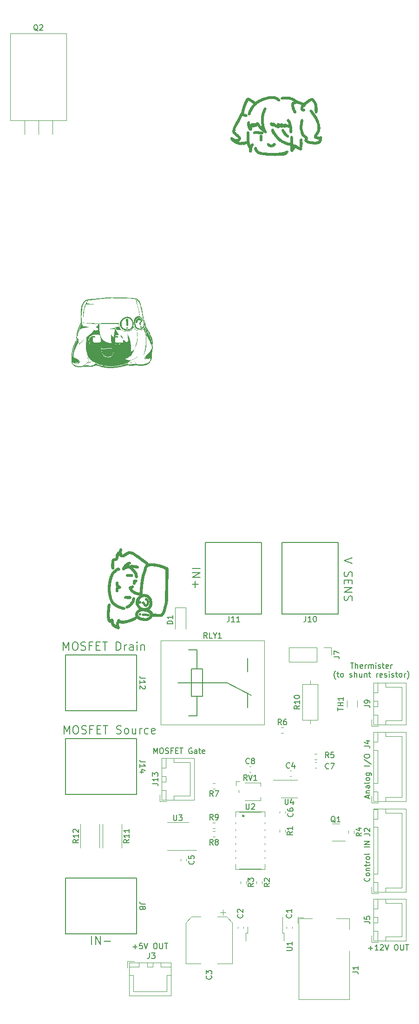
<source format=gbr>
%TF.GenerationSoftware,KiCad,Pcbnew,(6.0.7)*%
%TF.CreationDate,2025-03-09T22:25:54+09:00*%
%TF.ProjectId,Main_SMD_Controller,4d61696e-5f53-44d4-945f-436f6e74726f,rev?*%
%TF.SameCoordinates,Original*%
%TF.FileFunction,Legend,Top*%
%TF.FilePolarity,Positive*%
%FSLAX46Y46*%
G04 Gerber Fmt 4.6, Leading zero omitted, Abs format (unit mm)*
G04 Created by KiCad (PCBNEW (6.0.7)) date 2025-03-09 22:25:54*
%MOMM*%
%LPD*%
G01*
G04 APERTURE LIST*
%ADD10C,0.150000*%
%ADD11C,0.200000*%
%ADD12C,0.120000*%
%ADD13C,0.260000*%
G04 APERTURE END LIST*
D10*
X83566476Y-53511380D02*
X84137904Y-53511380D01*
X83852190Y-54511380D02*
X83852190Y-53511380D01*
X84471238Y-54511380D02*
X84471238Y-53511380D01*
X84899809Y-54511380D02*
X84899809Y-53987571D01*
X84852190Y-53892333D01*
X84756952Y-53844714D01*
X84614095Y-53844714D01*
X84518857Y-53892333D01*
X84471238Y-53939952D01*
X85756952Y-54463761D02*
X85661714Y-54511380D01*
X85471238Y-54511380D01*
X85376000Y-54463761D01*
X85328380Y-54368523D01*
X85328380Y-53987571D01*
X85376000Y-53892333D01*
X85471238Y-53844714D01*
X85661714Y-53844714D01*
X85756952Y-53892333D01*
X85804571Y-53987571D01*
X85804571Y-54082809D01*
X85328380Y-54178047D01*
X86233142Y-54511380D02*
X86233142Y-53844714D01*
X86233142Y-54035190D02*
X86280761Y-53939952D01*
X86328380Y-53892333D01*
X86423619Y-53844714D01*
X86518857Y-53844714D01*
X86852190Y-54511380D02*
X86852190Y-53844714D01*
X86852190Y-53939952D02*
X86899809Y-53892333D01*
X86995047Y-53844714D01*
X87137904Y-53844714D01*
X87233142Y-53892333D01*
X87280761Y-53987571D01*
X87280761Y-54511380D01*
X87280761Y-53987571D02*
X87328380Y-53892333D01*
X87423619Y-53844714D01*
X87566476Y-53844714D01*
X87661714Y-53892333D01*
X87709333Y-53987571D01*
X87709333Y-54511380D01*
X88185523Y-54511380D02*
X88185523Y-53844714D01*
X88185523Y-53511380D02*
X88137904Y-53559000D01*
X88185523Y-53606619D01*
X88233142Y-53559000D01*
X88185523Y-53511380D01*
X88185523Y-53606619D01*
X88614095Y-54463761D02*
X88709333Y-54511380D01*
X88899809Y-54511380D01*
X88995047Y-54463761D01*
X89042666Y-54368523D01*
X89042666Y-54320904D01*
X88995047Y-54225666D01*
X88899809Y-54178047D01*
X88756952Y-54178047D01*
X88661714Y-54130428D01*
X88614095Y-54035190D01*
X88614095Y-53987571D01*
X88661714Y-53892333D01*
X88756952Y-53844714D01*
X88899809Y-53844714D01*
X88995047Y-53892333D01*
X89328380Y-53844714D02*
X89709333Y-53844714D01*
X89471238Y-53511380D02*
X89471238Y-54368523D01*
X89518857Y-54463761D01*
X89614095Y-54511380D01*
X89709333Y-54511380D01*
X90423619Y-54463761D02*
X90328380Y-54511380D01*
X90137904Y-54511380D01*
X90042666Y-54463761D01*
X89995047Y-54368523D01*
X89995047Y-53987571D01*
X90042666Y-53892333D01*
X90137904Y-53844714D01*
X90328380Y-53844714D01*
X90423619Y-53892333D01*
X90471238Y-53987571D01*
X90471238Y-54082809D01*
X89995047Y-54178047D01*
X90899809Y-54511380D02*
X90899809Y-53844714D01*
X90899809Y-54035190D02*
X90947428Y-53939952D01*
X90995047Y-53892333D01*
X91090285Y-53844714D01*
X91185523Y-53844714D01*
X80852190Y-56502333D02*
X80804571Y-56454714D01*
X80709333Y-56311857D01*
X80661714Y-56216619D01*
X80614095Y-56073761D01*
X80566476Y-55835666D01*
X80566476Y-55645190D01*
X80614095Y-55407095D01*
X80661714Y-55264238D01*
X80709333Y-55169000D01*
X80804571Y-55026142D01*
X80852190Y-54978523D01*
X81090285Y-55454714D02*
X81471238Y-55454714D01*
X81233142Y-55121380D02*
X81233142Y-55978523D01*
X81280761Y-56073761D01*
X81376000Y-56121380D01*
X81471238Y-56121380D01*
X81947428Y-56121380D02*
X81852190Y-56073761D01*
X81804571Y-56026142D01*
X81756952Y-55930904D01*
X81756952Y-55645190D01*
X81804571Y-55549952D01*
X81852190Y-55502333D01*
X81947428Y-55454714D01*
X82090285Y-55454714D01*
X82185523Y-55502333D01*
X82233142Y-55549952D01*
X82280761Y-55645190D01*
X82280761Y-55930904D01*
X82233142Y-56026142D01*
X82185523Y-56073761D01*
X82090285Y-56121380D01*
X81947428Y-56121380D01*
X83423619Y-56073761D02*
X83518857Y-56121380D01*
X83709333Y-56121380D01*
X83804571Y-56073761D01*
X83852190Y-55978523D01*
X83852190Y-55930904D01*
X83804571Y-55835666D01*
X83709333Y-55788047D01*
X83566476Y-55788047D01*
X83471238Y-55740428D01*
X83423619Y-55645190D01*
X83423619Y-55597571D01*
X83471238Y-55502333D01*
X83566476Y-55454714D01*
X83709333Y-55454714D01*
X83804571Y-55502333D01*
X84280761Y-56121380D02*
X84280761Y-55121380D01*
X84709333Y-56121380D02*
X84709333Y-55597571D01*
X84661714Y-55502333D01*
X84566476Y-55454714D01*
X84423619Y-55454714D01*
X84328380Y-55502333D01*
X84280761Y-55549952D01*
X85614095Y-55454714D02*
X85614095Y-56121380D01*
X85185523Y-55454714D02*
X85185523Y-55978523D01*
X85233142Y-56073761D01*
X85328380Y-56121380D01*
X85471238Y-56121380D01*
X85566476Y-56073761D01*
X85614095Y-56026142D01*
X86090285Y-55454714D02*
X86090285Y-56121380D01*
X86090285Y-55549952D02*
X86137904Y-55502333D01*
X86233142Y-55454714D01*
X86376000Y-55454714D01*
X86471238Y-55502333D01*
X86518857Y-55597571D01*
X86518857Y-56121380D01*
X86852190Y-55454714D02*
X87233142Y-55454714D01*
X86995047Y-55121380D02*
X86995047Y-55978523D01*
X87042666Y-56073761D01*
X87137904Y-56121380D01*
X87233142Y-56121380D01*
X88328380Y-56121380D02*
X88328380Y-55454714D01*
X88328380Y-55645190D02*
X88376000Y-55549952D01*
X88423619Y-55502333D01*
X88518857Y-55454714D01*
X88614095Y-55454714D01*
X89328380Y-56073761D02*
X89233142Y-56121380D01*
X89042666Y-56121380D01*
X88947428Y-56073761D01*
X88899809Y-55978523D01*
X88899809Y-55597571D01*
X88947428Y-55502333D01*
X89042666Y-55454714D01*
X89233142Y-55454714D01*
X89328380Y-55502333D01*
X89376000Y-55597571D01*
X89376000Y-55692809D01*
X88899809Y-55788047D01*
X89756952Y-56073761D02*
X89852190Y-56121380D01*
X90042666Y-56121380D01*
X90137904Y-56073761D01*
X90185523Y-55978523D01*
X90185523Y-55930904D01*
X90137904Y-55835666D01*
X90042666Y-55788047D01*
X89899809Y-55788047D01*
X89804571Y-55740428D01*
X89756952Y-55645190D01*
X89756952Y-55597571D01*
X89804571Y-55502333D01*
X89899809Y-55454714D01*
X90042666Y-55454714D01*
X90137904Y-55502333D01*
X90614095Y-56121380D02*
X90614095Y-55454714D01*
X90614095Y-55121380D02*
X90566476Y-55169000D01*
X90614095Y-55216619D01*
X90661714Y-55169000D01*
X90614095Y-55121380D01*
X90614095Y-55216619D01*
X91042666Y-56073761D02*
X91137904Y-56121380D01*
X91328380Y-56121380D01*
X91423619Y-56073761D01*
X91471238Y-55978523D01*
X91471238Y-55930904D01*
X91423619Y-55835666D01*
X91328380Y-55788047D01*
X91185523Y-55788047D01*
X91090285Y-55740428D01*
X91042666Y-55645190D01*
X91042666Y-55597571D01*
X91090285Y-55502333D01*
X91185523Y-55454714D01*
X91328380Y-55454714D01*
X91423619Y-55502333D01*
X91756952Y-55454714D02*
X92137904Y-55454714D01*
X91899809Y-55121380D02*
X91899809Y-55978523D01*
X91947428Y-56073761D01*
X92042666Y-56121380D01*
X92137904Y-56121380D01*
X92614095Y-56121380D02*
X92518857Y-56073761D01*
X92471238Y-56026142D01*
X92423619Y-55930904D01*
X92423619Y-55645190D01*
X92471238Y-55549952D01*
X92518857Y-55502333D01*
X92614095Y-55454714D01*
X92756952Y-55454714D01*
X92852190Y-55502333D01*
X92899809Y-55549952D01*
X92947428Y-55645190D01*
X92947428Y-55930904D01*
X92899809Y-56026142D01*
X92852190Y-56073761D01*
X92756952Y-56121380D01*
X92614095Y-56121380D01*
X93376000Y-56121380D02*
X93376000Y-55454714D01*
X93376000Y-55645190D02*
X93423619Y-55549952D01*
X93471238Y-55502333D01*
X93566476Y-55454714D01*
X93661714Y-55454714D01*
X93899809Y-56502333D02*
X93947428Y-56454714D01*
X94042666Y-56311857D01*
X94090285Y-56216619D01*
X94137904Y-56073761D01*
X94185523Y-55835666D01*
X94185523Y-55645190D01*
X94137904Y-55407095D01*
X94090285Y-55264238D01*
X94042666Y-55169000D01*
X93947428Y-55026142D01*
X93899809Y-54978523D01*
X86780666Y-78144190D02*
X86780666Y-77668000D01*
X87066380Y-78239428D02*
X86066380Y-77906095D01*
X87066380Y-77572761D01*
X86399714Y-77239428D02*
X87066380Y-77239428D01*
X86494952Y-77239428D02*
X86447333Y-77191809D01*
X86399714Y-77096571D01*
X86399714Y-76953714D01*
X86447333Y-76858476D01*
X86542571Y-76810857D01*
X87066380Y-76810857D01*
X87066380Y-75906095D02*
X86542571Y-75906095D01*
X86447333Y-75953714D01*
X86399714Y-76048952D01*
X86399714Y-76239428D01*
X86447333Y-76334666D01*
X87018761Y-75906095D02*
X87066380Y-76001333D01*
X87066380Y-76239428D01*
X87018761Y-76334666D01*
X86923523Y-76382285D01*
X86828285Y-76382285D01*
X86733047Y-76334666D01*
X86685428Y-76239428D01*
X86685428Y-76001333D01*
X86637809Y-75906095D01*
X87066380Y-75287047D02*
X87018761Y-75382285D01*
X86923523Y-75429904D01*
X86066380Y-75429904D01*
X87066380Y-74763238D02*
X87018761Y-74858476D01*
X86971142Y-74906095D01*
X86875904Y-74953714D01*
X86590190Y-74953714D01*
X86494952Y-74906095D01*
X86447333Y-74858476D01*
X86399714Y-74763238D01*
X86399714Y-74620380D01*
X86447333Y-74525142D01*
X86494952Y-74477523D01*
X86590190Y-74429904D01*
X86875904Y-74429904D01*
X86971142Y-74477523D01*
X87018761Y-74525142D01*
X87066380Y-74620380D01*
X87066380Y-74763238D01*
X86399714Y-73572761D02*
X87209238Y-73572761D01*
X87304476Y-73620380D01*
X87352095Y-73668000D01*
X87399714Y-73763238D01*
X87399714Y-73906095D01*
X87352095Y-74001333D01*
X87018761Y-73572761D02*
X87066380Y-73668000D01*
X87066380Y-73858476D01*
X87018761Y-73953714D01*
X86971142Y-74001333D01*
X86875904Y-74048952D01*
X86590190Y-74048952D01*
X86494952Y-74001333D01*
X86447333Y-73953714D01*
X86399714Y-73858476D01*
X86399714Y-73668000D01*
X86447333Y-73572761D01*
X87066380Y-72334666D02*
X86066380Y-72334666D01*
X86018761Y-71144190D02*
X87304476Y-72001333D01*
X86066380Y-70620380D02*
X86066380Y-70429904D01*
X86114000Y-70334666D01*
X86209238Y-70239428D01*
X86399714Y-70191809D01*
X86733047Y-70191809D01*
X86923523Y-70239428D01*
X87018761Y-70334666D01*
X87066380Y-70429904D01*
X87066380Y-70620380D01*
X87018761Y-70715619D01*
X86923523Y-70810857D01*
X86733047Y-70858476D01*
X86399714Y-70858476D01*
X86209238Y-70810857D01*
X86114000Y-70715619D01*
X86066380Y-70620380D01*
X86971142Y-92709619D02*
X87018761Y-92757238D01*
X87066380Y-92900095D01*
X87066380Y-92995333D01*
X87018761Y-93138190D01*
X86923523Y-93233428D01*
X86828285Y-93281047D01*
X86637809Y-93328666D01*
X86494952Y-93328666D01*
X86304476Y-93281047D01*
X86209238Y-93233428D01*
X86114000Y-93138190D01*
X86066380Y-92995333D01*
X86066380Y-92900095D01*
X86114000Y-92757238D01*
X86161619Y-92709619D01*
X87066380Y-92138190D02*
X87018761Y-92233428D01*
X86971142Y-92281047D01*
X86875904Y-92328666D01*
X86590190Y-92328666D01*
X86494952Y-92281047D01*
X86447333Y-92233428D01*
X86399714Y-92138190D01*
X86399714Y-91995333D01*
X86447333Y-91900095D01*
X86494952Y-91852476D01*
X86590190Y-91804857D01*
X86875904Y-91804857D01*
X86971142Y-91852476D01*
X87018761Y-91900095D01*
X87066380Y-91995333D01*
X87066380Y-92138190D01*
X86399714Y-91376285D02*
X87066380Y-91376285D01*
X86494952Y-91376285D02*
X86447333Y-91328666D01*
X86399714Y-91233428D01*
X86399714Y-91090571D01*
X86447333Y-90995333D01*
X86542571Y-90947714D01*
X87066380Y-90947714D01*
X86399714Y-90614380D02*
X86399714Y-90233428D01*
X86066380Y-90471523D02*
X86923523Y-90471523D01*
X87018761Y-90423904D01*
X87066380Y-90328666D01*
X87066380Y-90233428D01*
X87066380Y-89900095D02*
X86399714Y-89900095D01*
X86590190Y-89900095D02*
X86494952Y-89852476D01*
X86447333Y-89804857D01*
X86399714Y-89709619D01*
X86399714Y-89614380D01*
X87066380Y-89138190D02*
X87018761Y-89233428D01*
X86971142Y-89281047D01*
X86875904Y-89328666D01*
X86590190Y-89328666D01*
X86494952Y-89281047D01*
X86447333Y-89233428D01*
X86399714Y-89138190D01*
X86399714Y-88995333D01*
X86447333Y-88900095D01*
X86494952Y-88852476D01*
X86590190Y-88804857D01*
X86875904Y-88804857D01*
X86971142Y-88852476D01*
X87018761Y-88900095D01*
X87066380Y-88995333D01*
X87066380Y-89138190D01*
X87066380Y-88233428D02*
X87018761Y-88328666D01*
X86923523Y-88376285D01*
X86066380Y-88376285D01*
X87066380Y-87090571D02*
X86066380Y-87090571D01*
X87066380Y-86614380D02*
X86066380Y-86614380D01*
X87066380Y-86042952D01*
X86066380Y-86042952D01*
X86852571Y-105481428D02*
X87614476Y-105481428D01*
X87233523Y-105862380D02*
X87233523Y-105100476D01*
X88614476Y-105862380D02*
X88043047Y-105862380D01*
X88328761Y-105862380D02*
X88328761Y-104862380D01*
X88233523Y-105005238D01*
X88138285Y-105100476D01*
X88043047Y-105148095D01*
X88995428Y-104957619D02*
X89043047Y-104910000D01*
X89138285Y-104862380D01*
X89376380Y-104862380D01*
X89471619Y-104910000D01*
X89519238Y-104957619D01*
X89566857Y-105052857D01*
X89566857Y-105148095D01*
X89519238Y-105290952D01*
X88947809Y-105862380D01*
X89566857Y-105862380D01*
X89852571Y-104862380D02*
X90185904Y-105862380D01*
X90519238Y-104862380D01*
X91804952Y-104862380D02*
X91995428Y-104862380D01*
X92090666Y-104910000D01*
X92185904Y-105005238D01*
X92233523Y-105195714D01*
X92233523Y-105529047D01*
X92185904Y-105719523D01*
X92090666Y-105814761D01*
X91995428Y-105862380D01*
X91804952Y-105862380D01*
X91709714Y-105814761D01*
X91614476Y-105719523D01*
X91566857Y-105529047D01*
X91566857Y-105195714D01*
X91614476Y-105005238D01*
X91709714Y-104910000D01*
X91804952Y-104862380D01*
X92662095Y-104862380D02*
X92662095Y-105671904D01*
X92709714Y-105767142D01*
X92757333Y-105814761D01*
X92852571Y-105862380D01*
X93043047Y-105862380D01*
X93138285Y-105814761D01*
X93185904Y-105767142D01*
X93233523Y-105671904D01*
X93233523Y-104862380D01*
X93566857Y-104862380D02*
X94138285Y-104862380D01*
X93852571Y-105862380D02*
X93852571Y-104862380D01*
X43894761Y-105227428D02*
X44656666Y-105227428D01*
X44275714Y-105608380D02*
X44275714Y-104846476D01*
X45609047Y-104608380D02*
X45132857Y-104608380D01*
X45085238Y-105084571D01*
X45132857Y-105036952D01*
X45228095Y-104989333D01*
X45466190Y-104989333D01*
X45561428Y-105036952D01*
X45609047Y-105084571D01*
X45656666Y-105179809D01*
X45656666Y-105417904D01*
X45609047Y-105513142D01*
X45561428Y-105560761D01*
X45466190Y-105608380D01*
X45228095Y-105608380D01*
X45132857Y-105560761D01*
X45085238Y-105513142D01*
X45942380Y-104608380D02*
X46275714Y-105608380D01*
X46609047Y-104608380D01*
X47894761Y-104608380D02*
X48085238Y-104608380D01*
X48180476Y-104656000D01*
X48275714Y-104751238D01*
X48323333Y-104941714D01*
X48323333Y-105275047D01*
X48275714Y-105465523D01*
X48180476Y-105560761D01*
X48085238Y-105608380D01*
X47894761Y-105608380D01*
X47799523Y-105560761D01*
X47704285Y-105465523D01*
X47656666Y-105275047D01*
X47656666Y-104941714D01*
X47704285Y-104751238D01*
X47799523Y-104656000D01*
X47894761Y-104608380D01*
X48751904Y-104608380D02*
X48751904Y-105417904D01*
X48799523Y-105513142D01*
X48847142Y-105560761D01*
X48942380Y-105608380D01*
X49132857Y-105608380D01*
X49228095Y-105560761D01*
X49275714Y-105513142D01*
X49323333Y-105417904D01*
X49323333Y-104608380D01*
X49656666Y-104608380D02*
X50228095Y-104608380D01*
X49942380Y-105608380D02*
X49942380Y-104608380D01*
X47681142Y-70048380D02*
X47681142Y-69048380D01*
X48014476Y-69762666D01*
X48347809Y-69048380D01*
X48347809Y-70048380D01*
X49014476Y-69048380D02*
X49204952Y-69048380D01*
X49300190Y-69096000D01*
X49395428Y-69191238D01*
X49443047Y-69381714D01*
X49443047Y-69715047D01*
X49395428Y-69905523D01*
X49300190Y-70000761D01*
X49204952Y-70048380D01*
X49014476Y-70048380D01*
X48919238Y-70000761D01*
X48824000Y-69905523D01*
X48776380Y-69715047D01*
X48776380Y-69381714D01*
X48824000Y-69191238D01*
X48919238Y-69096000D01*
X49014476Y-69048380D01*
X49824000Y-70000761D02*
X49966857Y-70048380D01*
X50204952Y-70048380D01*
X50300190Y-70000761D01*
X50347809Y-69953142D01*
X50395428Y-69857904D01*
X50395428Y-69762666D01*
X50347809Y-69667428D01*
X50300190Y-69619809D01*
X50204952Y-69572190D01*
X50014476Y-69524571D01*
X49919238Y-69476952D01*
X49871619Y-69429333D01*
X49824000Y-69334095D01*
X49824000Y-69238857D01*
X49871619Y-69143619D01*
X49919238Y-69096000D01*
X50014476Y-69048380D01*
X50252571Y-69048380D01*
X50395428Y-69096000D01*
X51157333Y-69524571D02*
X50824000Y-69524571D01*
X50824000Y-70048380D02*
X50824000Y-69048380D01*
X51300190Y-69048380D01*
X51681142Y-69524571D02*
X52014476Y-69524571D01*
X52157333Y-70048380D02*
X51681142Y-70048380D01*
X51681142Y-69048380D01*
X52157333Y-69048380D01*
X52443047Y-69048380D02*
X53014476Y-69048380D01*
X52728761Y-70048380D02*
X52728761Y-69048380D01*
X54633523Y-69096000D02*
X54538285Y-69048380D01*
X54395428Y-69048380D01*
X54252571Y-69096000D01*
X54157333Y-69191238D01*
X54109714Y-69286476D01*
X54062095Y-69476952D01*
X54062095Y-69619809D01*
X54109714Y-69810285D01*
X54157333Y-69905523D01*
X54252571Y-70000761D01*
X54395428Y-70048380D01*
X54490666Y-70048380D01*
X54633523Y-70000761D01*
X54681142Y-69953142D01*
X54681142Y-69619809D01*
X54490666Y-69619809D01*
X55538285Y-70048380D02*
X55538285Y-69524571D01*
X55490666Y-69429333D01*
X55395428Y-69381714D01*
X55204952Y-69381714D01*
X55109714Y-69429333D01*
X55538285Y-70000761D02*
X55443047Y-70048380D01*
X55204952Y-70048380D01*
X55109714Y-70000761D01*
X55062095Y-69905523D01*
X55062095Y-69810285D01*
X55109714Y-69715047D01*
X55204952Y-69667428D01*
X55443047Y-69667428D01*
X55538285Y-69619809D01*
X55871619Y-69381714D02*
X56252571Y-69381714D01*
X56014476Y-69048380D02*
X56014476Y-69905523D01*
X56062095Y-70000761D01*
X56157333Y-70048380D01*
X56252571Y-70048380D01*
X56966857Y-70000761D02*
X56871619Y-70048380D01*
X56681142Y-70048380D01*
X56585904Y-70000761D01*
X56538285Y-69905523D01*
X56538285Y-69524571D01*
X56585904Y-69429333D01*
X56681142Y-69381714D01*
X56871619Y-69381714D01*
X56966857Y-69429333D01*
X57014476Y-69524571D01*
X57014476Y-69619809D01*
X56538285Y-69715047D01*
D11*
X31215142Y-51224571D02*
X31215142Y-49724571D01*
X31715142Y-50796000D01*
X32215142Y-49724571D01*
X32215142Y-51224571D01*
X33215142Y-49724571D02*
X33500857Y-49724571D01*
X33643714Y-49796000D01*
X33786571Y-49938857D01*
X33858000Y-50224571D01*
X33858000Y-50724571D01*
X33786571Y-51010285D01*
X33643714Y-51153142D01*
X33500857Y-51224571D01*
X33215142Y-51224571D01*
X33072285Y-51153142D01*
X32929428Y-51010285D01*
X32858000Y-50724571D01*
X32858000Y-50224571D01*
X32929428Y-49938857D01*
X33072285Y-49796000D01*
X33215142Y-49724571D01*
X34429428Y-51153142D02*
X34643714Y-51224571D01*
X35000857Y-51224571D01*
X35143714Y-51153142D01*
X35215142Y-51081714D01*
X35286571Y-50938857D01*
X35286571Y-50796000D01*
X35215142Y-50653142D01*
X35143714Y-50581714D01*
X35000857Y-50510285D01*
X34715142Y-50438857D01*
X34572285Y-50367428D01*
X34500857Y-50296000D01*
X34429428Y-50153142D01*
X34429428Y-50010285D01*
X34500857Y-49867428D01*
X34572285Y-49796000D01*
X34715142Y-49724571D01*
X35072285Y-49724571D01*
X35286571Y-49796000D01*
X36429428Y-50438857D02*
X35929428Y-50438857D01*
X35929428Y-51224571D02*
X35929428Y-49724571D01*
X36643714Y-49724571D01*
X37215142Y-50438857D02*
X37715142Y-50438857D01*
X37929428Y-51224571D02*
X37215142Y-51224571D01*
X37215142Y-49724571D01*
X37929428Y-49724571D01*
X38358000Y-49724571D02*
X39215142Y-49724571D01*
X38786571Y-51224571D02*
X38786571Y-49724571D01*
X40858000Y-51224571D02*
X40858000Y-49724571D01*
X41215142Y-49724571D01*
X41429428Y-49796000D01*
X41572285Y-49938857D01*
X41643714Y-50081714D01*
X41715142Y-50367428D01*
X41715142Y-50581714D01*
X41643714Y-50867428D01*
X41572285Y-51010285D01*
X41429428Y-51153142D01*
X41215142Y-51224571D01*
X40858000Y-51224571D01*
X42358000Y-51224571D02*
X42358000Y-50224571D01*
X42358000Y-50510285D02*
X42429428Y-50367428D01*
X42500857Y-50296000D01*
X42643714Y-50224571D01*
X42786571Y-50224571D01*
X43929428Y-51224571D02*
X43929428Y-50438857D01*
X43858000Y-50296000D01*
X43715142Y-50224571D01*
X43429428Y-50224571D01*
X43286571Y-50296000D01*
X43929428Y-51153142D02*
X43786571Y-51224571D01*
X43429428Y-51224571D01*
X43286571Y-51153142D01*
X43215142Y-51010285D01*
X43215142Y-50867428D01*
X43286571Y-50724571D01*
X43429428Y-50653142D01*
X43786571Y-50653142D01*
X43929428Y-50581714D01*
X44643714Y-51224571D02*
X44643714Y-50224571D01*
X44643714Y-49724571D02*
X44572285Y-49796000D01*
X44643714Y-49867428D01*
X44715142Y-49796000D01*
X44643714Y-49724571D01*
X44643714Y-49867428D01*
X45358000Y-50224571D02*
X45358000Y-51224571D01*
X45358000Y-50367428D02*
X45429428Y-50296000D01*
X45572285Y-50224571D01*
X45786571Y-50224571D01*
X45929428Y-50296000D01*
X46000857Y-50438857D01*
X46000857Y-51224571D01*
X31338285Y-66464571D02*
X31338285Y-64964571D01*
X31838285Y-66036000D01*
X32338285Y-64964571D01*
X32338285Y-66464571D01*
X33338285Y-64964571D02*
X33624000Y-64964571D01*
X33766857Y-65036000D01*
X33909714Y-65178857D01*
X33981142Y-65464571D01*
X33981142Y-65964571D01*
X33909714Y-66250285D01*
X33766857Y-66393142D01*
X33624000Y-66464571D01*
X33338285Y-66464571D01*
X33195428Y-66393142D01*
X33052571Y-66250285D01*
X32981142Y-65964571D01*
X32981142Y-65464571D01*
X33052571Y-65178857D01*
X33195428Y-65036000D01*
X33338285Y-64964571D01*
X34552571Y-66393142D02*
X34766857Y-66464571D01*
X35124000Y-66464571D01*
X35266857Y-66393142D01*
X35338285Y-66321714D01*
X35409714Y-66178857D01*
X35409714Y-66036000D01*
X35338285Y-65893142D01*
X35266857Y-65821714D01*
X35124000Y-65750285D01*
X34838285Y-65678857D01*
X34695428Y-65607428D01*
X34624000Y-65536000D01*
X34552571Y-65393142D01*
X34552571Y-65250285D01*
X34624000Y-65107428D01*
X34695428Y-65036000D01*
X34838285Y-64964571D01*
X35195428Y-64964571D01*
X35409714Y-65036000D01*
X36552571Y-65678857D02*
X36052571Y-65678857D01*
X36052571Y-66464571D02*
X36052571Y-64964571D01*
X36766857Y-64964571D01*
X37338285Y-65678857D02*
X37838285Y-65678857D01*
X38052571Y-66464571D02*
X37338285Y-66464571D01*
X37338285Y-64964571D01*
X38052571Y-64964571D01*
X38481142Y-64964571D02*
X39338285Y-64964571D01*
X38909714Y-66464571D02*
X38909714Y-64964571D01*
X40909714Y-66393142D02*
X41124000Y-66464571D01*
X41481142Y-66464571D01*
X41624000Y-66393142D01*
X41695428Y-66321714D01*
X41766857Y-66178857D01*
X41766857Y-66036000D01*
X41695428Y-65893142D01*
X41624000Y-65821714D01*
X41481142Y-65750285D01*
X41195428Y-65678857D01*
X41052571Y-65607428D01*
X40981142Y-65536000D01*
X40909714Y-65393142D01*
X40909714Y-65250285D01*
X40981142Y-65107428D01*
X41052571Y-65036000D01*
X41195428Y-64964571D01*
X41552571Y-64964571D01*
X41766857Y-65036000D01*
X42624000Y-66464571D02*
X42481142Y-66393142D01*
X42409714Y-66321714D01*
X42338285Y-66178857D01*
X42338285Y-65750285D01*
X42409714Y-65607428D01*
X42481142Y-65536000D01*
X42624000Y-65464571D01*
X42838285Y-65464571D01*
X42981142Y-65536000D01*
X43052571Y-65607428D01*
X43124000Y-65750285D01*
X43124000Y-66178857D01*
X43052571Y-66321714D01*
X42981142Y-66393142D01*
X42838285Y-66464571D01*
X42624000Y-66464571D01*
X44409714Y-65464571D02*
X44409714Y-66464571D01*
X43766857Y-65464571D02*
X43766857Y-66250285D01*
X43838285Y-66393142D01*
X43981142Y-66464571D01*
X44195428Y-66464571D01*
X44338285Y-66393142D01*
X44409714Y-66321714D01*
X45124000Y-66464571D02*
X45124000Y-65464571D01*
X45124000Y-65750285D02*
X45195428Y-65607428D01*
X45266857Y-65536000D01*
X45409714Y-65464571D01*
X45552571Y-65464571D01*
X46695428Y-66393142D02*
X46552571Y-66464571D01*
X46266857Y-66464571D01*
X46124000Y-66393142D01*
X46052571Y-66321714D01*
X45981142Y-66178857D01*
X45981142Y-65750285D01*
X46052571Y-65607428D01*
X46124000Y-65536000D01*
X46266857Y-65464571D01*
X46552571Y-65464571D01*
X46695428Y-65536000D01*
X47909714Y-66393142D02*
X47766857Y-66464571D01*
X47481142Y-66464571D01*
X47338285Y-66393142D01*
X47266857Y-66250285D01*
X47266857Y-65678857D01*
X47338285Y-65536000D01*
X47481142Y-65464571D01*
X47766857Y-65464571D01*
X47909714Y-65536000D01*
X47981142Y-65678857D01*
X47981142Y-65821714D01*
X47266857Y-65964571D01*
X36385714Y-104818571D02*
X36385714Y-103318571D01*
X37100000Y-104818571D02*
X37100000Y-103318571D01*
X37957142Y-104818571D01*
X37957142Y-103318571D01*
X38671428Y-104247142D02*
X39814285Y-104247142D01*
X54693428Y-36385714D02*
X56193428Y-36385714D01*
X54693428Y-37100000D02*
X56193428Y-37100000D01*
X54693428Y-37957142D01*
X56193428Y-37957142D01*
X55264857Y-38671428D02*
X55264857Y-39814285D01*
X54693428Y-39242857D02*
X55836285Y-39242857D01*
X83879428Y-34389714D02*
X82379428Y-34889714D01*
X83879428Y-35389714D01*
X82450857Y-36961142D02*
X82379428Y-37175428D01*
X82379428Y-37532571D01*
X82450857Y-37675428D01*
X82522285Y-37746857D01*
X82665142Y-37818285D01*
X82808000Y-37818285D01*
X82950857Y-37746857D01*
X83022285Y-37675428D01*
X83093714Y-37532571D01*
X83165142Y-37246857D01*
X83236571Y-37104000D01*
X83308000Y-37032571D01*
X83450857Y-36961142D01*
X83593714Y-36961142D01*
X83736571Y-37032571D01*
X83808000Y-37104000D01*
X83879428Y-37246857D01*
X83879428Y-37604000D01*
X83808000Y-37818285D01*
X83165142Y-38461142D02*
X83165142Y-38961142D01*
X82379428Y-39175428D02*
X82379428Y-38461142D01*
X83879428Y-38461142D01*
X83879428Y-39175428D01*
X82379428Y-39818285D02*
X83879428Y-39818285D01*
X82379428Y-40675428D01*
X83879428Y-40675428D01*
X82450857Y-41318285D02*
X82379428Y-41532571D01*
X82379428Y-41889714D01*
X82450857Y-42032571D01*
X82522285Y-42104000D01*
X82665142Y-42175428D01*
X82808000Y-42175428D01*
X82950857Y-42104000D01*
X83022285Y-42032571D01*
X83093714Y-41889714D01*
X83165142Y-41604000D01*
X83236571Y-41461142D01*
X83308000Y-41389714D01*
X83450857Y-41318285D01*
X83593714Y-41318285D01*
X83736571Y-41389714D01*
X83808000Y-41461142D01*
X83879428Y-41604000D01*
X83879428Y-41961142D01*
X83808000Y-42175428D01*
D10*
%TO.C,R10*%
X74282380Y-61348857D02*
X73806190Y-61682190D01*
X74282380Y-61920285D02*
X73282380Y-61920285D01*
X73282380Y-61539333D01*
X73330000Y-61444095D01*
X73377619Y-61396476D01*
X73472857Y-61348857D01*
X73615714Y-61348857D01*
X73710952Y-61396476D01*
X73758571Y-61444095D01*
X73806190Y-61539333D01*
X73806190Y-61920285D01*
X74282380Y-60396476D02*
X74282380Y-60967904D01*
X74282380Y-60682190D02*
X73282380Y-60682190D01*
X73425238Y-60777428D01*
X73520476Y-60872666D01*
X73568095Y-60967904D01*
X73282380Y-59777428D02*
X73282380Y-59682190D01*
X73330000Y-59586952D01*
X73377619Y-59539333D01*
X73472857Y-59491714D01*
X73663333Y-59444095D01*
X73901428Y-59444095D01*
X74091904Y-59491714D01*
X74187142Y-59539333D01*
X74234761Y-59586952D01*
X74282380Y-59682190D01*
X74282380Y-59777428D01*
X74234761Y-59872666D01*
X74187142Y-59920285D01*
X74091904Y-59967904D01*
X73901428Y-60015523D01*
X73663333Y-60015523D01*
X73472857Y-59967904D01*
X73377619Y-59920285D01*
X73330000Y-59872666D01*
X73282380Y-59777428D01*
%TO.C,D1*%
X51125380Y-46458095D02*
X50125380Y-46458095D01*
X50125380Y-46220000D01*
X50173000Y-46077142D01*
X50268238Y-45981904D01*
X50363476Y-45934285D01*
X50553952Y-45886666D01*
X50696809Y-45886666D01*
X50887285Y-45934285D01*
X50982523Y-45981904D01*
X51077761Y-46077142D01*
X51125380Y-46220000D01*
X51125380Y-46458095D01*
X51125380Y-44934285D02*
X51125380Y-45505714D01*
X51125380Y-45220000D02*
X50125380Y-45220000D01*
X50268238Y-45315238D01*
X50363476Y-45410476D01*
X50411095Y-45505714D01*
%TO.C,J4*%
X86072380Y-68659333D02*
X86786666Y-68659333D01*
X86929523Y-68706952D01*
X87024761Y-68802190D01*
X87072380Y-68945047D01*
X87072380Y-69040285D01*
X86405714Y-67754571D02*
X87072380Y-67754571D01*
X86024761Y-67992666D02*
X86739047Y-68230761D01*
X86739047Y-67611714D01*
%TO.C,Q1*%
X80776061Y-82599819D02*
X80680823Y-82552200D01*
X80585585Y-82456961D01*
X80442728Y-82314104D01*
X80347490Y-82266485D01*
X80252252Y-82266485D01*
X80299871Y-82504580D02*
X80204633Y-82456961D01*
X80109395Y-82361723D01*
X80061776Y-82171247D01*
X80061776Y-81837914D01*
X80109395Y-81647438D01*
X80204633Y-81552200D01*
X80299871Y-81504580D01*
X80490347Y-81504580D01*
X80585585Y-81552200D01*
X80680823Y-81647438D01*
X80728442Y-81837914D01*
X80728442Y-82171247D01*
X80680823Y-82361723D01*
X80585585Y-82456961D01*
X80490347Y-82504580D01*
X80299871Y-82504580D01*
X81680823Y-82504580D02*
X81109395Y-82504580D01*
X81395109Y-82504580D02*
X81395109Y-81504580D01*
X81299871Y-81647438D01*
X81204633Y-81742676D01*
X81109395Y-81790295D01*
%TO.C,U2*%
X64516095Y-79208380D02*
X64516095Y-80017904D01*
X64563714Y-80113142D01*
X64611333Y-80160761D01*
X64706571Y-80208380D01*
X64897047Y-80208380D01*
X64992285Y-80160761D01*
X65039904Y-80113142D01*
X65087523Y-80017904D01*
X65087523Y-79208380D01*
X65516095Y-79303619D02*
X65563714Y-79256000D01*
X65658952Y-79208380D01*
X65897047Y-79208380D01*
X65992285Y-79256000D01*
X66039904Y-79303619D01*
X66087523Y-79398857D01*
X66087523Y-79494095D01*
X66039904Y-79636952D01*
X65468476Y-80208380D01*
X66087523Y-80208380D01*
%TO.C,J5*%
X86072380Y-100683333D02*
X86786666Y-100683333D01*
X86929523Y-100730952D01*
X87024761Y-100826190D01*
X87072380Y-100969047D01*
X87072380Y-101064285D01*
X86072380Y-99730952D02*
X86072380Y-100207142D01*
X86548571Y-100254761D01*
X86500952Y-100207142D01*
X86453333Y-100111904D01*
X86453333Y-99873809D01*
X86500952Y-99778571D01*
X86548571Y-99730952D01*
X86643809Y-99683333D01*
X86881904Y-99683333D01*
X86977142Y-99730952D01*
X87024761Y-99778571D01*
X87072380Y-99873809D01*
X87072380Y-100111904D01*
X87024761Y-100207142D01*
X86977142Y-100254761D01*
%TO.C,J9*%
X86072380Y-61313333D02*
X86786666Y-61313333D01*
X86929523Y-61360952D01*
X87024761Y-61456190D01*
X87072380Y-61599047D01*
X87072380Y-61694285D01*
X87072380Y-60789523D02*
X87072380Y-60599047D01*
X87024761Y-60503809D01*
X86977142Y-60456190D01*
X86834285Y-60360952D01*
X86643809Y-60313333D01*
X86262857Y-60313333D01*
X86167619Y-60360952D01*
X86120000Y-60408571D01*
X86072380Y-60503809D01*
X86072380Y-60694285D01*
X86120000Y-60789523D01*
X86167619Y-60837142D01*
X86262857Y-60884761D01*
X86500952Y-60884761D01*
X86596190Y-60837142D01*
X86643809Y-60789523D01*
X86691428Y-60694285D01*
X86691428Y-60503809D01*
X86643809Y-60408571D01*
X86596190Y-60360952D01*
X86500952Y-60313333D01*
%TO.C,U1*%
X71897380Y-105926904D02*
X72706904Y-105926904D01*
X72802142Y-105879285D01*
X72849761Y-105831666D01*
X72897380Y-105736428D01*
X72897380Y-105545952D01*
X72849761Y-105450714D01*
X72802142Y-105403095D01*
X72706904Y-105355476D01*
X71897380Y-105355476D01*
X72897380Y-104355476D02*
X72897380Y-104926904D01*
X72897380Y-104641190D02*
X71897380Y-104641190D01*
X72040238Y-104736428D01*
X72135476Y-104831666D01*
X72183095Y-104926904D01*
%TO.C,J7*%
X80507380Y-52403333D02*
X81221666Y-52403333D01*
X81364523Y-52450952D01*
X81459761Y-52546190D01*
X81507380Y-52689047D01*
X81507380Y-52784285D01*
X80507380Y-52022380D02*
X80507380Y-51355714D01*
X81507380Y-51784285D01*
%TO.C,TH1*%
X81222380Y-62265714D02*
X81222380Y-61694285D01*
X82222380Y-61980000D02*
X81222380Y-61980000D01*
X82222380Y-61360952D02*
X81222380Y-61360952D01*
X81698571Y-61360952D02*
X81698571Y-60789523D01*
X82222380Y-60789523D02*
X81222380Y-60789523D01*
X82222380Y-59789523D02*
X82222380Y-60360952D01*
X82222380Y-60075238D02*
X81222380Y-60075238D01*
X81365238Y-60170476D01*
X81460476Y-60265714D01*
X81508095Y-60360952D01*
%TO.C,C1*%
X72747142Y-99366666D02*
X72794761Y-99414285D01*
X72842380Y-99557142D01*
X72842380Y-99652380D01*
X72794761Y-99795238D01*
X72699523Y-99890476D01*
X72604285Y-99938095D01*
X72413809Y-99985714D01*
X72270952Y-99985714D01*
X72080476Y-99938095D01*
X71985238Y-99890476D01*
X71890000Y-99795238D01*
X71842380Y-99652380D01*
X71842380Y-99557142D01*
X71890000Y-99414285D01*
X71937619Y-99366666D01*
X72842380Y-98414285D02*
X72842380Y-98985714D01*
X72842380Y-98700000D02*
X71842380Y-98700000D01*
X71985238Y-98795238D01*
X72080476Y-98890476D01*
X72128095Y-98985714D01*
%TO.C,C6*%
X73001142Y-80938666D02*
X73048761Y-80986285D01*
X73096380Y-81129142D01*
X73096380Y-81224380D01*
X73048761Y-81367238D01*
X72953523Y-81462476D01*
X72858285Y-81510095D01*
X72667809Y-81557714D01*
X72524952Y-81557714D01*
X72334476Y-81510095D01*
X72239238Y-81462476D01*
X72144000Y-81367238D01*
X72096380Y-81224380D01*
X72096380Y-81129142D01*
X72144000Y-80986285D01*
X72191619Y-80938666D01*
X72096380Y-80081523D02*
X72096380Y-80272000D01*
X72144000Y-80367238D01*
X72191619Y-80414857D01*
X72334476Y-80510095D01*
X72524952Y-80557714D01*
X72905904Y-80557714D01*
X73001142Y-80510095D01*
X73048761Y-80462476D01*
X73096380Y-80367238D01*
X73096380Y-80176761D01*
X73048761Y-80081523D01*
X73001142Y-80033904D01*
X72905904Y-79986285D01*
X72667809Y-79986285D01*
X72572571Y-80033904D01*
X72524952Y-80081523D01*
X72477333Y-80176761D01*
X72477333Y-80367238D01*
X72524952Y-80462476D01*
X72572571Y-80510095D01*
X72667809Y-80557714D01*
%TO.C,R1*%
X72969380Y-84303666D02*
X72493190Y-84637000D01*
X72969380Y-84875095D02*
X71969380Y-84875095D01*
X71969380Y-84494142D01*
X72017000Y-84398904D01*
X72064619Y-84351285D01*
X72159857Y-84303666D01*
X72302714Y-84303666D01*
X72397952Y-84351285D01*
X72445571Y-84398904D01*
X72493190Y-84494142D01*
X72493190Y-84875095D01*
X72969380Y-83351285D02*
X72969380Y-83922714D01*
X72969380Y-83637000D02*
X71969380Y-83637000D01*
X72112238Y-83732238D01*
X72207476Y-83827476D01*
X72255095Y-83922714D01*
%TO.C,R11*%
X43204380Y-85732857D02*
X42728190Y-86066190D01*
X43204380Y-86304285D02*
X42204380Y-86304285D01*
X42204380Y-85923333D01*
X42252000Y-85828095D01*
X42299619Y-85780476D01*
X42394857Y-85732857D01*
X42537714Y-85732857D01*
X42632952Y-85780476D01*
X42680571Y-85828095D01*
X42728190Y-85923333D01*
X42728190Y-86304285D01*
X43204380Y-84780476D02*
X43204380Y-85351904D01*
X43204380Y-85066190D02*
X42204380Y-85066190D01*
X42347238Y-85161428D01*
X42442476Y-85256666D01*
X42490095Y-85351904D01*
X43204380Y-83828095D02*
X43204380Y-84399523D01*
X43204380Y-84113809D02*
X42204380Y-84113809D01*
X42347238Y-84209047D01*
X42442476Y-84304285D01*
X42490095Y-84399523D01*
%TO.C,U3*%
X51308095Y-81240380D02*
X51308095Y-82049904D01*
X51355714Y-82145142D01*
X51403333Y-82192761D01*
X51498571Y-82240380D01*
X51689047Y-82240380D01*
X51784285Y-82192761D01*
X51831904Y-82145142D01*
X51879523Y-82049904D01*
X51879523Y-81240380D01*
X52260476Y-81240380D02*
X52879523Y-81240380D01*
X52546190Y-81621333D01*
X52689047Y-81621333D01*
X52784285Y-81668952D01*
X52831904Y-81716571D01*
X52879523Y-81811809D01*
X52879523Y-82049904D01*
X52831904Y-82145142D01*
X52784285Y-82192761D01*
X52689047Y-82240380D01*
X52403333Y-82240380D01*
X52308095Y-82192761D01*
X52260476Y-82145142D01*
%TO.C,J1*%
X83942380Y-109798333D02*
X84656666Y-109798333D01*
X84799523Y-109845952D01*
X84894761Y-109941190D01*
X84942380Y-110084047D01*
X84942380Y-110179285D01*
X84942380Y-108798333D02*
X84942380Y-109369761D01*
X84942380Y-109084047D02*
X83942380Y-109084047D01*
X84085238Y-109179285D01*
X84180476Y-109274523D01*
X84228095Y-109369761D01*
%TO.C,R2*%
X68811380Y-93701666D02*
X68335190Y-94035000D01*
X68811380Y-94273095D02*
X67811380Y-94273095D01*
X67811380Y-93892142D01*
X67859000Y-93796904D01*
X67906619Y-93749285D01*
X68001857Y-93701666D01*
X68144714Y-93701666D01*
X68239952Y-93749285D01*
X68287571Y-93796904D01*
X68335190Y-93892142D01*
X68335190Y-94273095D01*
X67906619Y-93320714D02*
X67859000Y-93273095D01*
X67811380Y-93177857D01*
X67811380Y-92939761D01*
X67859000Y-92844523D01*
X67906619Y-92796904D01*
X68001857Y-92749285D01*
X68097095Y-92749285D01*
X68239952Y-92796904D01*
X68811380Y-93368333D01*
X68811380Y-92749285D01*
%TO.C,R6*%
X70953333Y-64808380D02*
X70620000Y-64332190D01*
X70381904Y-64808380D02*
X70381904Y-63808380D01*
X70762857Y-63808380D01*
X70858095Y-63856000D01*
X70905714Y-63903619D01*
X70953333Y-63998857D01*
X70953333Y-64141714D01*
X70905714Y-64236952D01*
X70858095Y-64284571D01*
X70762857Y-64332190D01*
X70381904Y-64332190D01*
X71810476Y-63808380D02*
X71620000Y-63808380D01*
X71524761Y-63856000D01*
X71477142Y-63903619D01*
X71381904Y-64046476D01*
X71334285Y-64236952D01*
X71334285Y-64617904D01*
X71381904Y-64713142D01*
X71429523Y-64760761D01*
X71524761Y-64808380D01*
X71715238Y-64808380D01*
X71810476Y-64760761D01*
X71858095Y-64713142D01*
X71905714Y-64617904D01*
X71905714Y-64379809D01*
X71858095Y-64284571D01*
X71810476Y-64236952D01*
X71715238Y-64189333D01*
X71524761Y-64189333D01*
X71429523Y-64236952D01*
X71381904Y-64284571D01*
X71334285Y-64379809D01*
%TO.C,J13*%
X47464380Y-75505523D02*
X48178666Y-75505523D01*
X48321523Y-75553142D01*
X48416761Y-75648380D01*
X48464380Y-75791238D01*
X48464380Y-75886476D01*
X48464380Y-74505523D02*
X48464380Y-75076952D01*
X48464380Y-74791238D02*
X47464380Y-74791238D01*
X47607238Y-74886476D01*
X47702476Y-74981714D01*
X47750095Y-75076952D01*
X47464380Y-74172190D02*
X47464380Y-73553142D01*
X47845333Y-73886476D01*
X47845333Y-73743619D01*
X47892952Y-73648380D01*
X47940571Y-73600761D01*
X48035809Y-73553142D01*
X48273904Y-73553142D01*
X48369142Y-73600761D01*
X48416761Y-73648380D01*
X48464380Y-73743619D01*
X48464380Y-74029333D01*
X48416761Y-74124571D01*
X48369142Y-74172190D01*
%TO.C,RLY1*%
X57420000Y-49002380D02*
X57086666Y-48526190D01*
X56848571Y-49002380D02*
X56848571Y-48002380D01*
X57229523Y-48002380D01*
X57324761Y-48050000D01*
X57372380Y-48097619D01*
X57420000Y-48192857D01*
X57420000Y-48335714D01*
X57372380Y-48430952D01*
X57324761Y-48478571D01*
X57229523Y-48526190D01*
X56848571Y-48526190D01*
X58324761Y-49002380D02*
X57848571Y-49002380D01*
X57848571Y-48002380D01*
X58848571Y-48526190D02*
X58848571Y-49002380D01*
X58515238Y-48002380D02*
X58848571Y-48526190D01*
X59181904Y-48002380D01*
X60039047Y-49002380D02*
X59467619Y-49002380D01*
X59753333Y-49002380D02*
X59753333Y-48002380D01*
X59658095Y-48145238D01*
X59562857Y-48240476D01*
X59467619Y-48288095D01*
%TO.C,R5*%
X79589333Y-70810380D02*
X79256000Y-70334190D01*
X79017904Y-70810380D02*
X79017904Y-69810380D01*
X79398857Y-69810380D01*
X79494095Y-69858000D01*
X79541714Y-69905619D01*
X79589333Y-70000857D01*
X79589333Y-70143714D01*
X79541714Y-70238952D01*
X79494095Y-70286571D01*
X79398857Y-70334190D01*
X79017904Y-70334190D01*
X80494095Y-69810380D02*
X80017904Y-69810380D01*
X79970285Y-70286571D01*
X80017904Y-70238952D01*
X80113142Y-70191333D01*
X80351238Y-70191333D01*
X80446476Y-70238952D01*
X80494095Y-70286571D01*
X80541714Y-70381809D01*
X80541714Y-70619904D01*
X80494095Y-70715142D01*
X80446476Y-70762761D01*
X80351238Y-70810380D01*
X80113142Y-70810380D01*
X80017904Y-70762761D01*
X79970285Y-70715142D01*
%TO.C,R4*%
X85575380Y-84494666D02*
X85099190Y-84828000D01*
X85575380Y-85066095D02*
X84575380Y-85066095D01*
X84575380Y-84685142D01*
X84623000Y-84589904D01*
X84670619Y-84542285D01*
X84765857Y-84494666D01*
X84908714Y-84494666D01*
X85003952Y-84542285D01*
X85051571Y-84589904D01*
X85099190Y-84685142D01*
X85099190Y-85066095D01*
X84908714Y-83637523D02*
X85575380Y-83637523D01*
X84527761Y-83875619D02*
X85242047Y-84113714D01*
X85242047Y-83494666D01*
%TO.C,J8*%
X46147619Y-97456666D02*
X45433333Y-97456666D01*
X45290476Y-97409047D01*
X45195238Y-97313809D01*
X45147619Y-97170952D01*
X45147619Y-97075714D01*
X45719047Y-98075714D02*
X45766666Y-97980476D01*
X45814285Y-97932857D01*
X45909523Y-97885238D01*
X45957142Y-97885238D01*
X46052380Y-97932857D01*
X46100000Y-97980476D01*
X46147619Y-98075714D01*
X46147619Y-98266190D01*
X46100000Y-98361428D01*
X46052380Y-98409047D01*
X45957142Y-98456666D01*
X45909523Y-98456666D01*
X45814285Y-98409047D01*
X45766666Y-98361428D01*
X45719047Y-98266190D01*
X45719047Y-98075714D01*
X45671428Y-97980476D01*
X45623809Y-97932857D01*
X45528571Y-97885238D01*
X45338095Y-97885238D01*
X45242857Y-97932857D01*
X45195238Y-97980476D01*
X45147619Y-98075714D01*
X45147619Y-98266190D01*
X45195238Y-98361428D01*
X45242857Y-98409047D01*
X45338095Y-98456666D01*
X45528571Y-98456666D01*
X45623809Y-98409047D01*
X45671428Y-98361428D01*
X45719047Y-98266190D01*
%TO.C,C8*%
X65111333Y-71825142D02*
X65063714Y-71872761D01*
X64920857Y-71920380D01*
X64825619Y-71920380D01*
X64682761Y-71872761D01*
X64587523Y-71777523D01*
X64539904Y-71682285D01*
X64492285Y-71491809D01*
X64492285Y-71348952D01*
X64539904Y-71158476D01*
X64587523Y-71063238D01*
X64682761Y-70968000D01*
X64825619Y-70920380D01*
X64920857Y-70920380D01*
X65063714Y-70968000D01*
X65111333Y-71015619D01*
X65682761Y-71348952D02*
X65587523Y-71301333D01*
X65539904Y-71253714D01*
X65492285Y-71158476D01*
X65492285Y-71110857D01*
X65539904Y-71015619D01*
X65587523Y-70968000D01*
X65682761Y-70920380D01*
X65873238Y-70920380D01*
X65968476Y-70968000D01*
X66016095Y-71015619D01*
X66063714Y-71110857D01*
X66063714Y-71158476D01*
X66016095Y-71253714D01*
X65968476Y-71301333D01*
X65873238Y-71348952D01*
X65682761Y-71348952D01*
X65587523Y-71396571D01*
X65539904Y-71444190D01*
X65492285Y-71539428D01*
X65492285Y-71729904D01*
X65539904Y-71825142D01*
X65587523Y-71872761D01*
X65682761Y-71920380D01*
X65873238Y-71920380D01*
X65968476Y-71872761D01*
X66016095Y-71825142D01*
X66063714Y-71729904D01*
X66063714Y-71539428D01*
X66016095Y-71444190D01*
X65968476Y-71396571D01*
X65873238Y-71348952D01*
%TO.C,J3*%
X46910666Y-106386380D02*
X46910666Y-107100666D01*
X46863047Y-107243523D01*
X46767809Y-107338761D01*
X46624952Y-107386380D01*
X46529714Y-107386380D01*
X47291619Y-106386380D02*
X47910666Y-106386380D01*
X47577333Y-106767333D01*
X47720190Y-106767333D01*
X47815428Y-106814952D01*
X47863047Y-106862571D01*
X47910666Y-106957809D01*
X47910666Y-107195904D01*
X47863047Y-107291142D01*
X47815428Y-107338761D01*
X47720190Y-107386380D01*
X47434476Y-107386380D01*
X47339238Y-107338761D01*
X47291619Y-107291142D01*
%TO.C,C3*%
X58142142Y-110531666D02*
X58189761Y-110579285D01*
X58237380Y-110722142D01*
X58237380Y-110817380D01*
X58189761Y-110960238D01*
X58094523Y-111055476D01*
X57999285Y-111103095D01*
X57808809Y-111150714D01*
X57665952Y-111150714D01*
X57475476Y-111103095D01*
X57380238Y-111055476D01*
X57285000Y-110960238D01*
X57237380Y-110817380D01*
X57237380Y-110722142D01*
X57285000Y-110579285D01*
X57332619Y-110531666D01*
X57237380Y-110198333D02*
X57237380Y-109579285D01*
X57618333Y-109912619D01*
X57618333Y-109769761D01*
X57665952Y-109674523D01*
X57713571Y-109626904D01*
X57808809Y-109579285D01*
X58046904Y-109579285D01*
X58142142Y-109626904D01*
X58189761Y-109674523D01*
X58237380Y-109769761D01*
X58237380Y-110055476D01*
X58189761Y-110150714D01*
X58142142Y-110198333D01*
%TO.C,R9*%
X58507333Y-82113380D02*
X58174000Y-81637190D01*
X57935904Y-82113380D02*
X57935904Y-81113380D01*
X58316857Y-81113380D01*
X58412095Y-81161000D01*
X58459714Y-81208619D01*
X58507333Y-81303857D01*
X58507333Y-81446714D01*
X58459714Y-81541952D01*
X58412095Y-81589571D01*
X58316857Y-81637190D01*
X57935904Y-81637190D01*
X58983523Y-82113380D02*
X59174000Y-82113380D01*
X59269238Y-82065761D01*
X59316857Y-82018142D01*
X59412095Y-81875285D01*
X59459714Y-81684809D01*
X59459714Y-81303857D01*
X59412095Y-81208619D01*
X59364476Y-81161000D01*
X59269238Y-81113380D01*
X59078761Y-81113380D01*
X58983523Y-81161000D01*
X58935904Y-81208619D01*
X58888285Y-81303857D01*
X58888285Y-81541952D01*
X58935904Y-81637190D01*
X58983523Y-81684809D01*
X59078761Y-81732428D01*
X59269238Y-81732428D01*
X59364476Y-81684809D01*
X59412095Y-81637190D01*
X59459714Y-81541952D01*
%TO.C,C4*%
X72477333Y-72620142D02*
X72429714Y-72667761D01*
X72286857Y-72715380D01*
X72191619Y-72715380D01*
X72048761Y-72667761D01*
X71953523Y-72572523D01*
X71905904Y-72477285D01*
X71858285Y-72286809D01*
X71858285Y-72143952D01*
X71905904Y-71953476D01*
X71953523Y-71858238D01*
X72048761Y-71763000D01*
X72191619Y-71715380D01*
X72286857Y-71715380D01*
X72429714Y-71763000D01*
X72477333Y-71810619D01*
X73334476Y-72048714D02*
X73334476Y-72715380D01*
X73096380Y-71667761D02*
X72858285Y-72382047D01*
X73477333Y-72382047D01*
%TO.C,R8*%
X58507333Y-86685380D02*
X58174000Y-86209190D01*
X57935904Y-86685380D02*
X57935904Y-85685380D01*
X58316857Y-85685380D01*
X58412095Y-85733000D01*
X58459714Y-85780619D01*
X58507333Y-85875857D01*
X58507333Y-86018714D01*
X58459714Y-86113952D01*
X58412095Y-86161571D01*
X58316857Y-86209190D01*
X57935904Y-86209190D01*
X59078761Y-86113952D02*
X58983523Y-86066333D01*
X58935904Y-86018714D01*
X58888285Y-85923476D01*
X58888285Y-85875857D01*
X58935904Y-85780619D01*
X58983523Y-85733000D01*
X59078761Y-85685380D01*
X59269238Y-85685380D01*
X59364476Y-85733000D01*
X59412095Y-85780619D01*
X59459714Y-85875857D01*
X59459714Y-85923476D01*
X59412095Y-86018714D01*
X59364476Y-86066333D01*
X59269238Y-86113952D01*
X59078761Y-86113952D01*
X58983523Y-86161571D01*
X58935904Y-86209190D01*
X58888285Y-86304428D01*
X58888285Y-86494904D01*
X58935904Y-86590142D01*
X58983523Y-86637761D01*
X59078761Y-86685380D01*
X59269238Y-86685380D01*
X59364476Y-86637761D01*
X59412095Y-86590142D01*
X59459714Y-86494904D01*
X59459714Y-86304428D01*
X59412095Y-86209190D01*
X59364476Y-86161571D01*
X59269238Y-86113952D01*
%TO.C,Q2*%
X26574761Y61602380D02*
X26479523Y61650000D01*
X26384285Y61745238D01*
X26241428Y61888095D01*
X26146190Y61935714D01*
X26050952Y61935714D01*
X26098571Y61697619D02*
X26003333Y61745238D01*
X25908095Y61840476D01*
X25860476Y62030952D01*
X25860476Y62364285D01*
X25908095Y62554761D01*
X26003333Y62650000D01*
X26098571Y62697619D01*
X26289047Y62697619D01*
X26384285Y62650000D01*
X26479523Y62554761D01*
X26527142Y62364285D01*
X26527142Y62030952D01*
X26479523Y61840476D01*
X26384285Y61745238D01*
X26289047Y61697619D01*
X26098571Y61697619D01*
X26908095Y62602380D02*
X26955714Y62650000D01*
X27050952Y62697619D01*
X27289047Y62697619D01*
X27384285Y62650000D01*
X27431904Y62602380D01*
X27479523Y62507142D01*
X27479523Y62411904D01*
X27431904Y62269047D01*
X26860476Y61697619D01*
X27479523Y61697619D01*
%TO.C,J12*%
X46147619Y-56340476D02*
X45433333Y-56340476D01*
X45290476Y-56292857D01*
X45195238Y-56197619D01*
X45147619Y-56054761D01*
X45147619Y-55959523D01*
X45147619Y-57340476D02*
X45147619Y-56769047D01*
X45147619Y-57054761D02*
X46147619Y-57054761D01*
X46004761Y-56959523D01*
X45909523Y-56864285D01*
X45861904Y-56769047D01*
X46052380Y-57721428D02*
X46100000Y-57769047D01*
X46147619Y-57864285D01*
X46147619Y-58102380D01*
X46100000Y-58197619D01*
X46052380Y-58245238D01*
X45957142Y-58292857D01*
X45861904Y-58292857D01*
X45719047Y-58245238D01*
X45147619Y-57673809D01*
X45147619Y-58292857D01*
%TO.C,J14*%
X46147619Y-71580476D02*
X45433333Y-71580476D01*
X45290476Y-71532857D01*
X45195238Y-71437619D01*
X45147619Y-71294761D01*
X45147619Y-71199523D01*
X45147619Y-72580476D02*
X45147619Y-72009047D01*
X45147619Y-72294761D02*
X46147619Y-72294761D01*
X46004761Y-72199523D01*
X45909523Y-72104285D01*
X45861904Y-72009047D01*
X45814285Y-73437619D02*
X45147619Y-73437619D01*
X46195238Y-73199523D02*
X45480952Y-72961428D01*
X45480952Y-73580476D01*
%TO.C,R12*%
X33980380Y-85732857D02*
X33504190Y-86066190D01*
X33980380Y-86304285D02*
X32980380Y-86304285D01*
X32980380Y-85923333D01*
X33028000Y-85828095D01*
X33075619Y-85780476D01*
X33170857Y-85732857D01*
X33313714Y-85732857D01*
X33408952Y-85780476D01*
X33456571Y-85828095D01*
X33504190Y-85923333D01*
X33504190Y-86304285D01*
X33980380Y-84780476D02*
X33980380Y-85351904D01*
X33980380Y-85066190D02*
X32980380Y-85066190D01*
X33123238Y-85161428D01*
X33218476Y-85256666D01*
X33266095Y-85351904D01*
X33075619Y-84399523D02*
X33028000Y-84351904D01*
X32980380Y-84256666D01*
X32980380Y-84018571D01*
X33028000Y-83923333D01*
X33075619Y-83875714D01*
X33170857Y-83828095D01*
X33266095Y-83828095D01*
X33408952Y-83875714D01*
X33980380Y-84447142D01*
X33980380Y-83828095D01*
%TO.C,R7*%
X58507333Y-77828380D02*
X58174000Y-77352190D01*
X57935904Y-77828380D02*
X57935904Y-76828380D01*
X58316857Y-76828380D01*
X58412095Y-76876000D01*
X58459714Y-76923619D01*
X58507333Y-77018857D01*
X58507333Y-77161714D01*
X58459714Y-77256952D01*
X58412095Y-77304571D01*
X58316857Y-77352190D01*
X57935904Y-77352190D01*
X58840666Y-76828380D02*
X59507333Y-76828380D01*
X59078761Y-77828380D01*
%TO.C,C7*%
X79589333Y-72747142D02*
X79541714Y-72794761D01*
X79398857Y-72842380D01*
X79303619Y-72842380D01*
X79160761Y-72794761D01*
X79065523Y-72699523D01*
X79017904Y-72604285D01*
X78970285Y-72413809D01*
X78970285Y-72270952D01*
X79017904Y-72080476D01*
X79065523Y-71985238D01*
X79160761Y-71890000D01*
X79303619Y-71842380D01*
X79398857Y-71842380D01*
X79541714Y-71890000D01*
X79589333Y-71937619D01*
X79922666Y-71842380D02*
X80589333Y-71842380D01*
X80160761Y-72842380D01*
%TO.C,C5*%
X54967142Y-89587666D02*
X55014761Y-89635285D01*
X55062380Y-89778142D01*
X55062380Y-89873380D01*
X55014761Y-90016238D01*
X54919523Y-90111476D01*
X54824285Y-90159095D01*
X54633809Y-90206714D01*
X54490952Y-90206714D01*
X54300476Y-90159095D01*
X54205238Y-90111476D01*
X54110000Y-90016238D01*
X54062380Y-89873380D01*
X54062380Y-89778142D01*
X54110000Y-89635285D01*
X54157619Y-89587666D01*
X54062380Y-88682904D02*
X54062380Y-89159095D01*
X54538571Y-89206714D01*
X54490952Y-89159095D01*
X54443333Y-89063857D01*
X54443333Y-88825761D01*
X54490952Y-88730523D01*
X54538571Y-88682904D01*
X54633809Y-88635285D01*
X54871904Y-88635285D01*
X54967142Y-88682904D01*
X55014761Y-88730523D01*
X55062380Y-88825761D01*
X55062380Y-89063857D01*
X55014761Y-89159095D01*
X54967142Y-89206714D01*
%TO.C,RV1*%
X64682761Y-74914380D02*
X64349428Y-74438190D01*
X64111333Y-74914380D02*
X64111333Y-73914380D01*
X64492285Y-73914380D01*
X64587523Y-73962000D01*
X64635142Y-74009619D01*
X64682761Y-74104857D01*
X64682761Y-74247714D01*
X64635142Y-74342952D01*
X64587523Y-74390571D01*
X64492285Y-74438190D01*
X64111333Y-74438190D01*
X64968476Y-73914380D02*
X65301809Y-74914380D01*
X65635142Y-73914380D01*
X66492285Y-74914380D02*
X65920857Y-74914380D01*
X66206571Y-74914380D02*
X66206571Y-73914380D01*
X66111333Y-74057238D01*
X66016095Y-74152476D01*
X65920857Y-74200095D01*
%TO.C,U4*%
X71628095Y-78319380D02*
X71628095Y-79128904D01*
X71675714Y-79224142D01*
X71723333Y-79271761D01*
X71818571Y-79319380D01*
X72009047Y-79319380D01*
X72104285Y-79271761D01*
X72151904Y-79224142D01*
X72199523Y-79128904D01*
X72199523Y-78319380D01*
X73104285Y-78652714D02*
X73104285Y-79319380D01*
X72866190Y-78271761D02*
X72628095Y-78986047D01*
X73247142Y-78986047D01*
%TO.C,J11*%
X61420476Y-45052380D02*
X61420476Y-45766666D01*
X61372857Y-45909523D01*
X61277619Y-46004761D01*
X61134761Y-46052380D01*
X61039523Y-46052380D01*
X62420476Y-46052380D02*
X61849047Y-46052380D01*
X62134761Y-46052380D02*
X62134761Y-45052380D01*
X62039523Y-45195238D01*
X61944285Y-45290476D01*
X61849047Y-45338095D01*
X63372857Y-46052380D02*
X62801428Y-46052380D01*
X63087142Y-46052380D02*
X63087142Y-45052380D01*
X62991904Y-45195238D01*
X62896666Y-45290476D01*
X62801428Y-45338095D01*
%TO.C,J10*%
X75390476Y-45052380D02*
X75390476Y-45766666D01*
X75342857Y-45909523D01*
X75247619Y-46004761D01*
X75104761Y-46052380D01*
X75009523Y-46052380D01*
X76390476Y-46052380D02*
X75819047Y-46052380D01*
X76104761Y-46052380D02*
X76104761Y-45052380D01*
X76009523Y-45195238D01*
X75914285Y-45290476D01*
X75819047Y-45338095D01*
X77009523Y-45052380D02*
X77104761Y-45052380D01*
X77200000Y-45100000D01*
X77247619Y-45147619D01*
X77295238Y-45242857D01*
X77342857Y-45433333D01*
X77342857Y-45671428D01*
X77295238Y-45861904D01*
X77247619Y-45957142D01*
X77200000Y-46004761D01*
X77104761Y-46052380D01*
X77009523Y-46052380D01*
X76914285Y-46004761D01*
X76866666Y-45957142D01*
X76819047Y-45861904D01*
X76771428Y-45671428D01*
X76771428Y-45433333D01*
X76819047Y-45242857D01*
X76866666Y-45147619D01*
X76914285Y-45100000D01*
X77009523Y-45052380D01*
%TO.C,J2*%
X86072380Y-84661333D02*
X86786666Y-84661333D01*
X86929523Y-84708952D01*
X87024761Y-84804190D01*
X87072380Y-84947047D01*
X87072380Y-85042285D01*
X86167619Y-84232761D02*
X86120000Y-84185142D01*
X86072380Y-84089904D01*
X86072380Y-83851809D01*
X86120000Y-83756571D01*
X86167619Y-83708952D01*
X86262857Y-83661333D01*
X86358095Y-83661333D01*
X86500952Y-83708952D01*
X87072380Y-84280380D01*
X87072380Y-83661333D01*
%TO.C,R3*%
X65857380Y-93701666D02*
X65381190Y-94035000D01*
X65857380Y-94273095D02*
X64857380Y-94273095D01*
X64857380Y-93892142D01*
X64905000Y-93796904D01*
X64952619Y-93749285D01*
X65047857Y-93701666D01*
X65190714Y-93701666D01*
X65285952Y-93749285D01*
X65333571Y-93796904D01*
X65381190Y-93892142D01*
X65381190Y-94273095D01*
X64857380Y-93368333D02*
X64857380Y-92749285D01*
X65238333Y-93082619D01*
X65238333Y-92939761D01*
X65285952Y-92844523D01*
X65333571Y-92796904D01*
X65428809Y-92749285D01*
X65666904Y-92749285D01*
X65762142Y-92796904D01*
X65809761Y-92844523D01*
X65857380Y-92939761D01*
X65857380Y-93225476D01*
X65809761Y-93320714D01*
X65762142Y-93368333D01*
%TO.C,C2*%
X63857142Y-99366666D02*
X63904761Y-99414285D01*
X63952380Y-99557142D01*
X63952380Y-99652380D01*
X63904761Y-99795238D01*
X63809523Y-99890476D01*
X63714285Y-99938095D01*
X63523809Y-99985714D01*
X63380952Y-99985714D01*
X63190476Y-99938095D01*
X63095238Y-99890476D01*
X63000000Y-99795238D01*
X62952380Y-99652380D01*
X62952380Y-99557142D01*
X63000000Y-99414285D01*
X63047619Y-99366666D01*
X63047619Y-98985714D02*
X63000000Y-98938095D01*
X62952380Y-98842857D01*
X62952380Y-98604761D01*
X63000000Y-98509523D01*
X63047619Y-98461904D01*
X63142857Y-98414285D01*
X63238095Y-98414285D01*
X63380952Y-98461904D01*
X63952380Y-99033333D01*
X63952380Y-98414285D01*
D12*
%TO.C,R10*%
X76200000Y-56786000D02*
X76200000Y-57436000D01*
X76200000Y-64586000D02*
X76200000Y-63976000D01*
X74830000Y-63976000D02*
X77570000Y-63976000D01*
X77570000Y-57436000D02*
X74830000Y-57436000D01*
X77570000Y-63976000D02*
X77570000Y-57436000D01*
X74830000Y-57436000D02*
X74830000Y-63976000D01*
%TO.C,D1*%
X51578000Y-43470000D02*
X51578000Y-47370000D01*
X53578000Y-43470000D02*
X53578000Y-47370000D01*
X53578000Y-43470000D02*
X51578000Y-43470000D01*
%TO.C,J4*%
X87710000Y-66140000D02*
X87710000Y-78760000D01*
X89970000Y-66150000D02*
X89970000Y-66900000D01*
X92920000Y-66900000D02*
X92920000Y-72450000D01*
X89970000Y-78750000D02*
X89970000Y-78000000D01*
X93680000Y-78760000D02*
X93680000Y-66140000D01*
X87710000Y-78760000D02*
X93680000Y-78760000D01*
X93680000Y-66140000D02*
X87710000Y-66140000D01*
X88470000Y-67950000D02*
X88470000Y-66150000D01*
X88470000Y-69450000D02*
X87720000Y-69450000D01*
X87420000Y-77800000D02*
X87420000Y-79050000D01*
X89970000Y-66900000D02*
X92920000Y-66900000D01*
X88470000Y-76950000D02*
X87720000Y-76950000D01*
X87420000Y-79050000D02*
X88670000Y-79050000D01*
X87720000Y-78750000D02*
X88470000Y-78750000D01*
X87720000Y-66150000D02*
X87720000Y-67950000D01*
X88470000Y-78750000D02*
X88470000Y-76950000D01*
X87720000Y-67950000D02*
X88470000Y-67950000D01*
X89970000Y-78000000D02*
X92920000Y-78000000D01*
X87720000Y-69450000D02*
X87720000Y-75450000D01*
X87720000Y-76950000D02*
X87720000Y-78750000D01*
X88470000Y-66150000D02*
X87720000Y-66150000D01*
X92920000Y-78000000D02*
X92920000Y-72450000D01*
X88470000Y-75450000D02*
X88470000Y-69450000D01*
X87720000Y-75450000D02*
X88470000Y-75450000D01*
%TO.C,Q1*%
X80871300Y-82844200D02*
X80221300Y-82844200D01*
X80871300Y-82844200D02*
X81521300Y-82844200D01*
X80871300Y-85964200D02*
X82546300Y-85964200D01*
X80871300Y-85964200D02*
X80221300Y-85964200D01*
%TO.C,U2*%
X67928000Y-88900000D02*
X67928000Y-89154000D01*
X67928000Y-87630000D02*
X67928000Y-87884000D01*
X67928000Y-90170000D02*
X67928000Y-91102000D01*
X67278000Y-91002000D02*
X63278000Y-91002000D01*
X62628000Y-80602000D02*
X62628000Y-81534000D01*
X67278000Y-80702000D02*
X63278000Y-80702000D01*
X67928000Y-87630000D02*
X67928000Y-87884000D01*
X62628000Y-90170000D02*
X62628000Y-91102000D01*
X67928000Y-86360000D02*
X67928000Y-86614000D01*
X67928000Y-80602000D02*
X62628000Y-80602000D01*
X67928000Y-85090000D02*
X67928000Y-85344000D01*
X62628000Y-87630000D02*
X62628000Y-87884000D01*
X67928000Y-80602000D02*
X67928000Y-81534000D01*
X62628000Y-86360000D02*
X62628000Y-86614000D01*
X62628000Y-82550000D02*
X62628000Y-82804000D01*
X62628000Y-83820000D02*
X62628000Y-84074000D01*
X62628000Y-85344000D02*
X62628000Y-85090000D01*
X67928000Y-82804000D02*
X67928000Y-82550000D01*
X67928000Y-83820000D02*
X67928000Y-84074000D01*
X67928000Y-91102000D02*
X62628000Y-91102000D01*
X62628000Y-88900000D02*
X62628000Y-89154000D01*
D13*
X64138000Y-81407000D02*
G75*
G03*
X64138000Y-81407000I-130000J0D01*
G01*
D12*
%TO.C,J5*%
X88470000Y-102350000D02*
X87720000Y-102350000D01*
X93680000Y-96540000D02*
X87710000Y-96540000D01*
X87720000Y-98350000D02*
X88470000Y-98350000D01*
X92920000Y-103400000D02*
X92920000Y-100350000D01*
X87710000Y-96540000D02*
X87710000Y-104160000D01*
X87720000Y-102350000D02*
X87720000Y-104150000D01*
X88470000Y-96550000D02*
X87720000Y-96550000D01*
X87420000Y-103200000D02*
X87420000Y-104450000D01*
X88470000Y-104150000D02*
X88470000Y-102350000D01*
X89970000Y-104150000D02*
X89970000Y-103400000D01*
X88470000Y-99850000D02*
X87720000Y-99850000D01*
X93680000Y-104160000D02*
X93680000Y-96540000D01*
X87720000Y-104150000D02*
X88470000Y-104150000D01*
X87710000Y-104160000D02*
X93680000Y-104160000D01*
X87420000Y-104450000D02*
X88670000Y-104450000D01*
X87720000Y-96550000D02*
X87720000Y-98350000D01*
X88470000Y-98350000D02*
X88470000Y-96550000D01*
X88470000Y-100850000D02*
X88470000Y-99850000D01*
X87720000Y-100850000D02*
X88470000Y-100850000D01*
X87720000Y-99850000D02*
X87720000Y-100850000D01*
X89970000Y-103400000D02*
X92920000Y-103400000D01*
X92920000Y-97300000D02*
X92920000Y-100350000D01*
X89970000Y-97300000D02*
X92920000Y-97300000D01*
X89970000Y-96550000D02*
X89970000Y-97300000D01*
%TO.C,J9*%
X87720000Y-60480000D02*
X87720000Y-61480000D01*
X87720000Y-62980000D02*
X87720000Y-64780000D01*
X87420000Y-63830000D02*
X87420000Y-65080000D01*
X87710000Y-57170000D02*
X87710000Y-64790000D01*
X88470000Y-58980000D02*
X88470000Y-57180000D01*
X93680000Y-64790000D02*
X93680000Y-57170000D01*
X87720000Y-58980000D02*
X88470000Y-58980000D01*
X88470000Y-62980000D02*
X87720000Y-62980000D01*
X92920000Y-57930000D02*
X92920000Y-60980000D01*
X88470000Y-64780000D02*
X88470000Y-62980000D01*
X87420000Y-65080000D02*
X88670000Y-65080000D01*
X93680000Y-57170000D02*
X87710000Y-57170000D01*
X87720000Y-61480000D02*
X88470000Y-61480000D01*
X87720000Y-57180000D02*
X87720000Y-58980000D01*
X87720000Y-64780000D02*
X88470000Y-64780000D01*
X87710000Y-64790000D02*
X93680000Y-64790000D01*
X89970000Y-57930000D02*
X92920000Y-57930000D01*
X88470000Y-61480000D02*
X88470000Y-60480000D01*
X88470000Y-57180000D02*
X87720000Y-57180000D01*
X89970000Y-64030000D02*
X92920000Y-64030000D01*
X89970000Y-64780000D02*
X89970000Y-64030000D01*
X88470000Y-60480000D02*
X87720000Y-60480000D01*
X89970000Y-57180000D02*
X89970000Y-57930000D01*
X92920000Y-64030000D02*
X92920000Y-60980000D01*
%TO.C,U1*%
X71395000Y-102695000D02*
X71125000Y-102695000D01*
X71125000Y-102695000D02*
X71125000Y-99865000D01*
X64495000Y-104195000D02*
X64495000Y-102695000D01*
X64495000Y-102695000D02*
X64765000Y-102695000D01*
X64765000Y-102695000D02*
X64765000Y-101595000D01*
X71395000Y-104195000D02*
X71395000Y-102695000D01*
%TO.C,P3*%
G36*
X71920775Y49628471D02*
G01*
X72010033Y49627703D01*
X72081682Y49626080D01*
X72140200Y49623336D01*
X72190067Y49619203D01*
X72235762Y49613414D01*
X72281763Y49605703D01*
X72320882Y49598152D01*
X72417019Y49577350D01*
X72525853Y49551187D01*
X72641523Y49521297D01*
X72758171Y49489313D01*
X72869938Y49456871D01*
X72970963Y49425603D01*
X73055388Y49397146D01*
X73095965Y49381970D01*
X73181882Y49343731D01*
X73282313Y49291972D01*
X73391364Y49230186D01*
X73503139Y49161865D01*
X73611746Y49090503D01*
X73711289Y49019592D01*
X73725183Y49009127D01*
X73782536Y48966742D01*
X73838067Y48927746D01*
X73885391Y48896501D01*
X73917808Y48877527D01*
X73958324Y48854935D01*
X73992542Y48832096D01*
X74001374Y48824896D01*
X74028164Y48810056D01*
X74071295Y48795477D01*
X74114292Y48785716D01*
X74168224Y48774324D01*
X74235079Y48757479D01*
X74302638Y48738313D01*
X74320202Y48732900D01*
X74389909Y48711444D01*
X74466159Y48688747D01*
X74534502Y48669096D01*
X74546039Y48665885D01*
X74647611Y48633860D01*
X74733660Y48596556D01*
X74815176Y48548474D01*
X74891886Y48492884D01*
X74935921Y48459134D01*
X74971334Y48432519D01*
X74993421Y48416545D01*
X74998364Y48413524D01*
X75008550Y48422471D01*
X75032710Y48446459D01*
X75066581Y48481209D01*
X75086279Y48501758D01*
X75127577Y48542909D01*
X75176457Y48587240D01*
X75235826Y48637123D01*
X75308591Y48694931D01*
X75397661Y48763037D01*
X75500197Y48839563D01*
X75658224Y48954139D01*
X75798494Y49050705D01*
X75922134Y49129943D01*
X76030272Y49192534D01*
X76124033Y49239160D01*
X76204545Y49270502D01*
X76221388Y49275643D01*
X76283692Y49294033D01*
X76347991Y49313750D01*
X76400784Y49330652D01*
X76402604Y49331257D01*
X76507828Y49353441D01*
X76611684Y49350737D01*
X76710337Y49323844D01*
X76799948Y49273460D01*
X76823530Y49254697D01*
X76852669Y49225862D01*
X76892538Y49181071D01*
X76938359Y49125941D01*
X76985352Y49066087D01*
X76995845Y49052214D01*
X77044694Y48987258D01*
X77094992Y48920586D01*
X77141165Y48859574D01*
X77177641Y48811595D01*
X77181019Y48807171D01*
X77255888Y48697921D01*
X77320424Y48578382D01*
X77376466Y48444286D01*
X77425854Y48291366D01*
X77460234Y48159239D01*
X77482613Y48063553D01*
X77500871Y47979838D01*
X77515421Y47903761D01*
X77526678Y47830986D01*
X77535055Y47757181D01*
X77540967Y47678010D01*
X77544827Y47589141D01*
X77547049Y47486238D01*
X77548048Y47364968D01*
X77548243Y47237844D01*
X77547900Y47099036D01*
X77546889Y46984785D01*
X77545144Y46893084D01*
X77542600Y46821926D01*
X77539189Y46769307D01*
X77534848Y46733220D01*
X77531079Y46716252D01*
X77498416Y46647539D01*
X77447772Y46588592D01*
X77385028Y46544065D01*
X77316066Y46518611D01*
X77276008Y46514421D01*
X77233265Y46520188D01*
X77186075Y46534467D01*
X77176260Y46538613D01*
X77135398Y46563359D01*
X77094444Y46598014D01*
X77059963Y46635852D01*
X77038516Y46670143D01*
X77034748Y46683677D01*
X77034196Y46701858D01*
X77033577Y46743451D01*
X77032917Y46805303D01*
X77032244Y46884257D01*
X77031584Y46977159D01*
X77030966Y47080852D01*
X77030448Y47184706D01*
X77029650Y47322130D01*
X77028345Y47437100D01*
X77026130Y47533730D01*
X77022605Y47616137D01*
X77017369Y47688434D01*
X77010020Y47754736D01*
X77000158Y47819158D01*
X76987382Y47885815D01*
X76971290Y47958822D01*
X76951481Y48042294D01*
X76943753Y48074096D01*
X76889368Y48249881D01*
X76816249Y48407313D01*
X76723956Y48547304D01*
X76703449Y48572938D01*
X76660806Y48626101D01*
X76618561Y48681262D01*
X76583879Y48728989D01*
X76574771Y48742316D01*
X76548715Y48778605D01*
X76527006Y48803828D01*
X76515506Y48812059D01*
X76473623Y48805946D01*
X76416383Y48789484D01*
X76351505Y48765486D01*
X76286709Y48736767D01*
X76237267Y48710631D01*
X76176023Y48673125D01*
X76100424Y48624143D01*
X76017243Y48568319D01*
X75933252Y48510291D01*
X75855221Y48454695D01*
X75789923Y48406166D01*
X75770610Y48391139D01*
X75721782Y48353375D01*
X75667019Y48312291D01*
X75637764Y48290919D01*
X75583386Y48248592D01*
X75528290Y48200238D01*
X75476386Y48149945D01*
X75431586Y48101802D01*
X75397799Y48059899D01*
X75378936Y48028323D01*
X75376322Y48017527D01*
X75364833Y47946825D01*
X75333572Y47877269D01*
X75294840Y47827230D01*
X75254027Y47793365D01*
X75208139Y47772506D01*
X75168318Y47762569D01*
X75107970Y47749128D01*
X75066911Y47735240D01*
X75038154Y47716523D01*
X75014713Y47688595D01*
X74992623Y47652377D01*
X74956375Y47578417D01*
X74940209Y47517028D01*
X74943168Y47464557D01*
X74943265Y47464169D01*
X74951436Y47443532D01*
X74967600Y47433581D01*
X74999744Y47430531D01*
X75014572Y47430395D01*
X75108681Y47420100D01*
X75186134Y47389692D01*
X75246297Y47339528D01*
X75284929Y47278247D01*
X75306763Y47201007D01*
X75303668Y47125189D01*
X75277160Y47054784D01*
X75228755Y46993784D01*
X75159968Y46946182D01*
X75158596Y46945495D01*
X75081324Y46920081D01*
X74990631Y46911480D01*
X74892982Y46918886D01*
X74794844Y46941493D01*
X74702684Y46978494D01*
X74650627Y47008816D01*
X74587383Y47063477D01*
X74528215Y47137268D01*
X74478584Y47222785D01*
X74458262Y47269678D01*
X74437079Y47346478D01*
X74424598Y47437282D01*
X74421297Y47531868D01*
X74427657Y47620017D01*
X74439211Y47676301D01*
X74461667Y47740656D01*
X74493055Y47814021D01*
X74528895Y47887083D01*
X74564705Y47950528D01*
X74587342Y47984212D01*
X74607481Y48013653D01*
X74618158Y48034404D01*
X74618693Y48037350D01*
X74608671Y48050678D01*
X74583253Y48073656D01*
X74558811Y48093004D01*
X74521969Y48116440D01*
X74473507Y48138876D01*
X74408660Y48162226D01*
X74322663Y48188404D01*
X74318269Y48189665D01*
X74252366Y48208788D01*
X74195557Y48225743D01*
X74152771Y48239022D01*
X74128939Y48247118D01*
X74126021Y48248429D01*
X74104152Y48255627D01*
X74061667Y48264766D01*
X74004375Y48275012D01*
X73938084Y48285529D01*
X73868602Y48295482D01*
X73801736Y48304036D01*
X73743296Y48310356D01*
X73699089Y48313606D01*
X73675903Y48313153D01*
X73642736Y48304757D01*
X73593307Y48289352D01*
X73536083Y48269646D01*
X73509847Y48260023D01*
X73450270Y48238435D01*
X73393139Y48218977D01*
X73347685Y48204750D01*
X73334360Y48201095D01*
X73309479Y48193287D01*
X73290284Y48182169D01*
X73276790Y48165174D01*
X73269014Y48139730D01*
X73266971Y48103269D01*
X73270676Y48053221D01*
X73280147Y47987017D01*
X73295398Y47902086D01*
X73316445Y47795860D01*
X73337486Y47693727D01*
X73348275Y47653918D01*
X73367528Y47595023D01*
X73393327Y47522414D01*
X73423754Y47441461D01*
X73456894Y47357538D01*
X73461791Y47345488D01*
X73501576Y47249584D01*
X73534481Y47174436D01*
X73562642Y47115809D01*
X73588195Y47069467D01*
X73613276Y47031173D01*
X73633912Y47004132D01*
X73686224Y46929224D01*
X73715320Y46860943D01*
X73722415Y46795467D01*
X73714879Y46749022D01*
X73682682Y46674066D01*
X73632867Y46615592D01*
X73569754Y46575690D01*
X73497665Y46556448D01*
X73420922Y46559958D01*
X73362849Y46578804D01*
X73279288Y46630574D01*
X73201845Y46706229D01*
X73132519Y46803406D01*
X73073313Y46919742D01*
X73072374Y46921945D01*
X73017266Y47052162D01*
X72971582Y47161565D01*
X72934110Y47253689D01*
X72903639Y47332068D01*
X72878956Y47400237D01*
X72858850Y47461728D01*
X72842110Y47520077D01*
X72827523Y47578817D01*
X72813878Y47641483D01*
X72799964Y47711608D01*
X72797828Y47722729D01*
X72777576Y47828489D01*
X72761858Y47912287D01*
X72750375Y47978283D01*
X72742827Y48030642D01*
X72738914Y48073525D01*
X72738336Y48111094D01*
X72740793Y48147512D01*
X72745987Y48186942D01*
X72753616Y48233546D01*
X72758826Y48264245D01*
X72779181Y48367383D01*
X72802403Y48448088D01*
X72830384Y48510478D01*
X72865018Y48558672D01*
X72908197Y48596789D01*
X72913318Y48600384D01*
X72952090Y48622448D01*
X73004975Y48646648D01*
X73064056Y48670019D01*
X73121418Y48689592D01*
X73169143Y48702399D01*
X73194468Y48705783D01*
X73218628Y48708449D01*
X73224227Y48717365D01*
X73210013Y48733909D01*
X73174731Y48759460D01*
X73117130Y48795394D01*
X73108009Y48800857D01*
X73039985Y48839592D01*
X72973039Y48873233D01*
X72902382Y48903570D01*
X72823227Y48932395D01*
X72730783Y48961496D01*
X72620264Y48992665D01*
X72533435Y49015670D01*
X72412886Y49046508D01*
X72311992Y49070638D01*
X72224891Y49088764D01*
X72145722Y49101588D01*
X72068623Y49109811D01*
X71987733Y49114136D01*
X71897192Y49115265D01*
X71791138Y49113899D01*
X71725957Y49112386D01*
X71598411Y49108681D01*
X71490888Y49104328D01*
X71396842Y49098870D01*
X71309725Y49091849D01*
X71222993Y49082808D01*
X71130099Y49071290D01*
X71121428Y49070144D01*
X71035069Y49068547D01*
X70963244Y49088997D01*
X70904967Y49131977D01*
X70859250Y49197968D01*
X70859003Y49198452D01*
X70836772Y49269321D01*
X70837848Y49343281D01*
X70860068Y49415866D01*
X70901269Y49482606D01*
X70959287Y49539035D01*
X71031959Y49580683D01*
X71046849Y49586415D01*
X71096719Y49598622D01*
X71172211Y49608739D01*
X71273488Y49616776D01*
X71400711Y49622739D01*
X71554041Y49626640D01*
X71733638Y49628487D01*
X71809428Y49628652D01*
X71920775Y49628471D01*
G37*
G36*
X69375494Y49683620D02*
G01*
X69505598Y49677813D01*
X69636908Y49668859D01*
X69747400Y49657022D01*
X69842796Y49640728D01*
X69928814Y49618399D01*
X70011175Y49588463D01*
X70095597Y49549342D01*
X70187802Y49499463D01*
X70219430Y49481237D01*
X70358655Y49397770D01*
X70474527Y49322767D01*
X70568346Y49254782D01*
X70641410Y49192368D01*
X70695017Y49134077D01*
X70730466Y49078463D01*
X70749056Y49024078D01*
X70752086Y48969476D01*
X70740853Y48913210D01*
X70737735Y48903712D01*
X70699704Y48830680D01*
X70643916Y48776417D01*
X70573260Y48742975D01*
X70496049Y48732352D01*
X70457756Y48734546D01*
X70422134Y48742781D01*
X70384143Y48759543D01*
X70338739Y48787314D01*
X70280882Y48828578D01*
X70243413Y48856791D01*
X70173100Y48906843D01*
X70092509Y48958540D01*
X70006820Y49009081D01*
X69921210Y49055665D01*
X69840860Y49095492D01*
X69770948Y49125760D01*
X69716652Y49143667D01*
X69710474Y49145052D01*
X69666854Y49150843D01*
X69598173Y49155567D01*
X69505920Y49159168D01*
X69391585Y49161589D01*
X69256656Y49162771D01*
X69252159Y49162787D01*
X69104448Y49162492D01*
X68977362Y49159954D01*
X68865208Y49154358D01*
X68762294Y49144890D01*
X68662929Y49130734D01*
X68561418Y49111075D01*
X68452071Y49085098D01*
X68329196Y49051987D01*
X68187098Y49010928D01*
X68182755Y49009646D01*
X68049983Y48970214D01*
X67939258Y48936682D01*
X67847033Y48907812D01*
X67769763Y48882362D01*
X67703902Y48859093D01*
X67645906Y48836764D01*
X67592228Y48814134D01*
X67539324Y48789963D01*
X67498050Y48770092D01*
X67418673Y48732357D01*
X67329544Y48691761D01*
X67242312Y48653526D01*
X67177224Y48626322D01*
X67099014Y48592204D01*
X67014326Y48550097D01*
X66919828Y48498138D01*
X66812187Y48434466D01*
X66688070Y48357218D01*
X66635108Y48323414D01*
X66588893Y48288964D01*
X66527984Y48235991D01*
X66454489Y48166550D01*
X66370519Y48082699D01*
X66278181Y47986493D01*
X66179585Y47879991D01*
X66173261Y47873037D01*
X65975024Y47637196D01*
X65787067Y47377350D01*
X65609202Y47093230D01*
X65513641Y46922870D01*
X65443189Y46767598D01*
X65394101Y46601095D01*
X65386134Y46563282D01*
X65371442Y46506459D01*
X65349243Y46440974D01*
X65323067Y46375710D01*
X65296443Y46319548D01*
X65275361Y46284590D01*
X65243503Y46254101D01*
X65196856Y46223620D01*
X65145293Y46198382D01*
X65098691Y46183625D01*
X65081532Y46181799D01*
X65001798Y46194208D01*
X64930178Y46228755D01*
X64872199Y46281956D01*
X64840100Y46333947D01*
X64818234Y46413648D01*
X64821930Y46500312D01*
X64841655Y46570454D01*
X64858389Y46619392D01*
X64877399Y46681284D01*
X64894742Y46743256D01*
X64895716Y46746972D01*
X64915678Y46821609D01*
X64934770Y46887111D01*
X64954679Y46947071D01*
X64977093Y47005084D01*
X65003699Y47064743D01*
X65036184Y47129642D01*
X65076236Y47203376D01*
X65125542Y47289539D01*
X65185791Y47391725D01*
X65244696Y47490250D01*
X65318003Y47607214D01*
X65399916Y47728918D01*
X65486355Y47849839D01*
X65573241Y47964455D01*
X65656495Y48067241D01*
X65732038Y48152675D01*
X65740600Y48161717D01*
X65780664Y48204792D01*
X65812736Y48241444D01*
X65832961Y48267131D01*
X65838037Y48276518D01*
X65825582Y48299479D01*
X65788864Y48330046D01*
X65728855Y48367509D01*
X65669827Y48399355D01*
X65568904Y48461219D01*
X65464251Y48544178D01*
X65445084Y48561369D01*
X65374329Y48622398D01*
X65309198Y48669502D01*
X65239202Y48709885D01*
X65201474Y48728671D01*
X65139059Y48759895D01*
X65077030Y48793102D01*
X65024790Y48823170D01*
X65004233Y48836118D01*
X64967679Y48859270D01*
X64941149Y48874014D01*
X64930903Y48877175D01*
X64921557Y48858950D01*
X64902628Y48819115D01*
X64875345Y48760330D01*
X64840939Y48685253D01*
X64800637Y48596545D01*
X64774969Y48539727D01*
X64739694Y48462804D01*
X64703129Y48385316D01*
X64668765Y48314519D01*
X64640097Y48257670D01*
X64630392Y48239323D01*
X64599354Y48177785D01*
X64568874Y48110442D01*
X64545145Y48051045D01*
X64543601Y48046698D01*
X64521915Y47988375D01*
X64494599Y47919804D01*
X64467189Y47854845D01*
X64464469Y47848658D01*
X64442616Y47793631D01*
X64417635Y47721930D01*
X64392563Y47642725D01*
X64370436Y47565185D01*
X64369865Y47563041D01*
X64347252Y47479276D01*
X64321785Y47387207D01*
X64296738Y47298556D01*
X64277206Y47231202D01*
X64256700Y47154722D01*
X64235561Y47064018D01*
X64216473Y46971226D01*
X64203757Y46899089D01*
X64192224Y46826309D01*
X64181129Y46756722D01*
X64171657Y46697727D01*
X64164990Y46656726D01*
X64164456Y46653495D01*
X64160802Y46592503D01*
X64175011Y46546134D01*
X64210040Y46509231D01*
X64264794Y46478472D01*
X64311240Y46461494D01*
X64373341Y46444505D01*
X64440329Y46430310D01*
X64465969Y46426059D01*
X64526387Y46415262D01*
X64580894Y46402459D01*
X64621333Y46389700D01*
X64633910Y46383871D01*
X64694084Y46334909D01*
X64735977Y46272460D01*
X64758596Y46201905D01*
X64760942Y46128625D01*
X64742021Y46057999D01*
X64704991Y46000014D01*
X64641458Y45945528D01*
X64565538Y45913643D01*
X64476374Y45903505D01*
X64334880Y45915429D01*
X64189973Y45948991D01*
X64049498Y46001764D01*
X63921304Y46071323D01*
X63910204Y46078612D01*
X63870938Y46103855D01*
X63841245Y46121105D01*
X63826946Y46127007D01*
X63826555Y46126811D01*
X63820601Y46112501D01*
X63809532Y46080527D01*
X63799271Y46048879D01*
X63784136Y46007930D01*
X63759408Y45948768D01*
X63727621Y45876818D01*
X63691306Y45797510D01*
X63652996Y45716270D01*
X63615223Y45638526D01*
X63580519Y45569706D01*
X63551417Y45515237D01*
X63545150Y45504214D01*
X63516471Y45450756D01*
X63486218Y45388369D01*
X63466984Y45344800D01*
X63445501Y45298427D01*
X63411961Y45232864D01*
X63368301Y45151508D01*
X63316457Y45057752D01*
X63258367Y44954994D01*
X63195969Y44846628D01*
X63131198Y44736049D01*
X63065993Y44626652D01*
X63002290Y44521834D01*
X62944031Y44428168D01*
X62851852Y44266237D01*
X62766538Y44085806D01*
X62691015Y43894647D01*
X62628212Y43700537D01*
X62581055Y43511249D01*
X62563887Y43418545D01*
X62551749Y43341825D01*
X62544936Y43286048D01*
X62544907Y43245872D01*
X62553124Y43215951D01*
X62571045Y43190943D01*
X62600131Y43165505D01*
X62641478Y43134562D01*
X62695531Y43090436D01*
X62749758Y43039339D01*
X62793944Y42991027D01*
X62800620Y42982630D01*
X62876964Y42902228D01*
X62951703Y42846632D01*
X63009071Y42807471D01*
X63078508Y42755316D01*
X63154214Y42694998D01*
X63230386Y42631346D01*
X63301222Y42569190D01*
X63360922Y42513360D01*
X63398102Y42475014D01*
X63444075Y42415054D01*
X63490941Y42338957D01*
X63534198Y42255489D01*
X63569345Y42173420D01*
X63591880Y42101517D01*
X63593394Y42094614D01*
X63603517Y42007009D01*
X63599094Y41920482D01*
X63580929Y41844214D01*
X63569063Y41816798D01*
X63530348Y41752420D01*
X63479016Y41682556D01*
X63419828Y41612360D01*
X63357545Y41546987D01*
X63296928Y41491590D01*
X63242738Y41451323D01*
X63219638Y41438519D01*
X63185509Y41420335D01*
X63165988Y41405513D01*
X63164265Y41399100D01*
X63192668Y41383879D01*
X63240440Y41367389D01*
X63300577Y41351590D01*
X63366075Y41338445D01*
X63398365Y41333518D01*
X63448906Y41326076D01*
X63489126Y41318965D01*
X63511825Y41313490D01*
X63513806Y41312603D01*
X63531192Y41314519D01*
X63560473Y41327855D01*
X63568907Y41332806D01*
X63614188Y41355432D01*
X63672897Y41377798D01*
X63735162Y41396805D01*
X63791110Y41409357D01*
X63823511Y41412675D01*
X63853933Y41409463D01*
X63902317Y41400733D01*
X63960997Y41387973D01*
X64001025Y41378225D01*
X64136765Y41343681D01*
X64193651Y41389762D01*
X64236010Y41421384D01*
X64279113Y41449467D01*
X64296927Y41459428D01*
X64354167Y41478634D01*
X64425265Y41488505D01*
X64498989Y41488441D01*
X64564106Y41477845D01*
X64575489Y41474277D01*
X64610338Y41462714D01*
X64632190Y41456593D01*
X64635809Y41456345D01*
X64635809Y41469751D01*
X64635422Y41507290D01*
X64634683Y41566531D01*
X64633625Y41645041D01*
X64632283Y41740389D01*
X64630689Y41850141D01*
X64628879Y41971866D01*
X64626887Y42103132D01*
X64625757Y42176442D01*
X64623102Y42351478D01*
X64620999Y42502010D01*
X64619506Y42630103D01*
X64618681Y42737817D01*
X64618582Y42827215D01*
X64619268Y42900358D01*
X64620798Y42959309D01*
X64623228Y43006130D01*
X64626618Y43042883D01*
X64631026Y43071629D01*
X64636511Y43094431D01*
X64643129Y43113350D01*
X64650941Y43130450D01*
X64652832Y43134185D01*
X64701587Y43205011D01*
X64762725Y43255949D01*
X64832183Y43285837D01*
X64905897Y43293511D01*
X64979802Y43277807D01*
X65039992Y43245024D01*
X65060812Y43230046D01*
X65078386Y43216251D01*
X65093007Y43201370D01*
X65104968Y43183128D01*
X65114561Y43159255D01*
X65122079Y43127479D01*
X65127814Y43085527D01*
X65132059Y43031127D01*
X65135107Y42962008D01*
X65137250Y42875897D01*
X65138782Y42770523D01*
X65139993Y42643614D01*
X65141178Y42492897D01*
X65141457Y42457225D01*
X65143022Y42273281D01*
X65144672Y42113232D01*
X65146497Y41974405D01*
X65148588Y41854125D01*
X65151034Y41749718D01*
X65153927Y41658511D01*
X65157355Y41577829D01*
X65161409Y41504999D01*
X65166179Y41437346D01*
X65171755Y41372198D01*
X65178228Y41306879D01*
X65181128Y41279737D01*
X65196679Y41148771D01*
X65212514Y41041411D01*
X65229292Y40954698D01*
X65247676Y40885673D01*
X65268327Y40831376D01*
X65290283Y40791293D01*
X65300393Y40777340D01*
X65309283Y40773560D01*
X65320141Y40783131D01*
X65336152Y40809229D01*
X65360502Y40855034D01*
X65367334Y40868149D01*
X65396290Y40920924D01*
X65424875Y40968263D01*
X65448323Y41002422D01*
X65454874Y41010315D01*
X65499354Y41046053D01*
X65558464Y41077347D01*
X65620907Y41099185D01*
X65671981Y41106617D01*
X65748968Y41093875D01*
X65818173Y41058810D01*
X65874350Y41005441D01*
X65912256Y40937786D01*
X65918672Y40917610D01*
X65927884Y40861643D01*
X65922564Y40807586D01*
X65901139Y40748466D01*
X65865903Y40683696D01*
X65806031Y40577454D01*
X65756826Y40473784D01*
X65716520Y40367155D01*
X65683345Y40252034D01*
X65655531Y40122890D01*
X65631309Y39974192D01*
X65625343Y39931358D01*
X65610774Y39823772D01*
X65599118Y39739254D01*
X65589678Y39674549D01*
X65581755Y39626403D01*
X65574653Y39591562D01*
X65567672Y39566771D01*
X65560115Y39548776D01*
X65551284Y39534322D01*
X65540481Y39520154D01*
X65535932Y39514444D01*
X65483878Y39465238D01*
X65419489Y39428289D01*
X65352422Y39408570D01*
X65326583Y39406620D01*
X65280750Y39412970D01*
X65230130Y39428917D01*
X65213336Y39436510D01*
X65163033Y39471186D01*
X65119096Y39517250D01*
X65114482Y39523615D01*
X65098948Y39547088D01*
X65087812Y39568986D01*
X65080054Y39594556D01*
X65074654Y39629045D01*
X65070589Y39677699D01*
X65066840Y39745765D01*
X65065371Y39776020D01*
X65057815Y39900675D01*
X65047956Y40002757D01*
X65035279Y40086199D01*
X65019266Y40154939D01*
X65012926Y40175796D01*
X64995950Y40219413D01*
X64968709Y40279464D01*
X64934414Y40349483D01*
X64896276Y40423006D01*
X64857503Y40493567D01*
X64840770Y40522520D01*
X64797844Y40607633D01*
X64757736Y40709709D01*
X64723715Y40819143D01*
X64699050Y40926332D01*
X64694784Y40951303D01*
X64686288Y41002393D01*
X64679461Y41031371D01*
X64672288Y41042441D01*
X64662757Y41039802D01*
X64655325Y41033621D01*
X64629963Y41017101D01*
X64590161Y40997562D01*
X64562589Y40986205D01*
X64514274Y40964857D01*
X64469296Y40940160D01*
X64451501Y40928119D01*
X64417685Y40905940D01*
X64370264Y40879180D01*
X64323602Y40855628D01*
X64239800Y40825276D01*
X64153676Y40814019D01*
X64059806Y40821767D01*
X63952766Y40848433D01*
X63949447Y40849476D01*
X63839610Y40884174D01*
X63765750Y40843569D01*
X63710458Y40815232D01*
X63661494Y40796357D01*
X63612522Y40786251D01*
X63557205Y40784222D01*
X63489205Y40789578D01*
X63402186Y40801627D01*
X63393686Y40802942D01*
X63266165Y40825316D01*
X63155262Y40851152D01*
X63051028Y40883412D01*
X62943515Y40925060D01*
X62859307Y40962151D01*
X62786070Y40994524D01*
X62706650Y41027830D01*
X62632133Y41057500D01*
X62587795Y41074027D01*
X62491261Y41111048D01*
X62412518Y41148267D01*
X62343218Y41190632D01*
X62275011Y41243093D01*
X62218790Y41292739D01*
X62160944Y41343497D01*
X62096538Y41396250D01*
X62035761Y41442783D01*
X62009630Y41461347D01*
X61947898Y41507733D01*
X61894607Y41558417D01*
X61841217Y41621851D01*
X61822221Y41646890D01*
X61761874Y41729637D01*
X61716662Y41796102D01*
X61684455Y41850198D01*
X61663124Y41895837D01*
X61650539Y41936932D01*
X61645000Y41972537D01*
X61649863Y42050611D01*
X61677362Y42121248D01*
X61723906Y42180126D01*
X61785904Y42222925D01*
X61859768Y42245323D01*
X61872821Y42246756D01*
X61949219Y42244388D01*
X62022064Y42222680D01*
X62096671Y42179610D01*
X62142785Y42144094D01*
X62228681Y42080816D01*
X62326637Y42022151D01*
X62431529Y41970117D01*
X62538234Y41926731D01*
X62641629Y41894012D01*
X62736592Y41873977D01*
X62817999Y41868645D01*
X62838297Y41870132D01*
X62905776Y41880233D01*
X62954233Y41894961D01*
X62991198Y41917934D01*
X63024199Y41952773D01*
X63032511Y41963494D01*
X63057334Y41997939D01*
X63067786Y42020326D01*
X63066070Y42039358D01*
X63056767Y42059260D01*
X63030144Y42096971D01*
X62985556Y42145902D01*
X62927082Y42202440D01*
X62858799Y42262970D01*
X62784785Y42323880D01*
X62709118Y42381556D01*
X62635876Y42432385D01*
X62635121Y42432878D01*
X62572095Y42479533D01*
X62503867Y42539104D01*
X62440506Y42602764D01*
X62437169Y42606422D01*
X62386625Y42658496D01*
X62334900Y42705654D01*
X62289112Y42741614D01*
X62270371Y42753600D01*
X62224714Y42783535D01*
X62182808Y42817838D01*
X62164814Y42836294D01*
X62121595Y42899714D01*
X62081667Y42981085D01*
X62048795Y43071795D01*
X62030385Y43143925D01*
X62022511Y43185241D01*
X62018018Y43220267D01*
X62017093Y43255374D01*
X62019923Y43296935D01*
X62026698Y43351321D01*
X62037605Y43424904D01*
X62038943Y43433644D01*
X62057821Y43545321D01*
X62080651Y43661983D01*
X62105818Y43776435D01*
X62131708Y43881484D01*
X62156707Y43969937D01*
X62165208Y43996421D01*
X62190028Y44063268D01*
X62225012Y44147551D01*
X62267417Y44243481D01*
X62314499Y44345273D01*
X62363512Y44447139D01*
X62411713Y44543291D01*
X62456358Y44627944D01*
X62494701Y44695310D01*
X62503138Y44709022D01*
X62591505Y44852391D01*
X62681413Y45003461D01*
X62771341Y45159342D01*
X62859774Y45317144D01*
X62945191Y45473976D01*
X63026075Y45626950D01*
X63100909Y45773174D01*
X63168173Y45909760D01*
X63226349Y46033816D01*
X63273920Y46142454D01*
X63309368Y46232783D01*
X63320233Y46264438D01*
X63364812Y46390145D01*
X63409512Y46491278D01*
X63455592Y46569803D01*
X63504311Y46627690D01*
X63556929Y46666907D01*
X63586354Y46680616D01*
X63622424Y46696315D01*
X63640937Y46713707D01*
X63649640Y46742584D01*
X63652749Y46764507D01*
X63665690Y46857973D01*
X63681212Y46956593D01*
X63698342Y47055261D01*
X63716101Y47148872D01*
X63733516Y47232322D01*
X63749609Y47300506D01*
X63763405Y47348319D01*
X63765456Y47354064D01*
X63778006Y47391627D01*
X63795186Y47448456D01*
X63815114Y47518058D01*
X63835906Y47593940D01*
X63845391Y47629737D01*
X63882217Y47763121D01*
X63919510Y47884564D01*
X63955918Y47990035D01*
X63990089Y48075503D01*
X64007155Y48111960D01*
X64023296Y48147900D01*
X64044184Y48199709D01*
X64066112Y48258066D01*
X64073242Y48278016D01*
X64097905Y48341894D01*
X64126735Y48407395D01*
X64154331Y48462417D01*
X64159950Y48472341D01*
X64180857Y48510878D01*
X64209670Y48567832D01*
X64243519Y48637333D01*
X64279533Y48713511D01*
X64306122Y48771243D01*
X64364009Y48897635D01*
X64412996Y49002041D01*
X64454670Y49086887D01*
X64490617Y49154598D01*
X64522423Y49207600D01*
X64551674Y49248319D01*
X64579956Y49279182D01*
X64608856Y49302613D01*
X64639959Y49321040D01*
X64674851Y49336888D01*
X64676357Y49337506D01*
X64719297Y49356021D01*
X64771001Y49379582D01*
X64799003Y49392849D01*
X64848470Y49413494D01*
X64889917Y49421234D01*
X64933446Y49419129D01*
X64996727Y49405933D01*
X65072810Y49381517D01*
X65152471Y49349520D01*
X65226484Y49313580D01*
X65276197Y49283919D01*
X65327592Y49252651D01*
X65383882Y49223422D01*
X65414143Y49210118D01*
X65494596Y49171474D01*
X65583624Y49117014D01*
X65673520Y49051918D01*
X65756577Y48981364D01*
X65761882Y48976406D01*
X65876224Y48886420D01*
X65968557Y48833154D01*
X66028696Y48800066D01*
X66088209Y48762485D01*
X66137129Y48726858D01*
X66150634Y48715385D01*
X66215935Y48656263D01*
X66282713Y48706647D01*
X66324049Y48736039D01*
X66379277Y48772894D01*
X66439362Y48811253D01*
X66469052Y48829528D01*
X66535728Y48869980D01*
X66609784Y48914944D01*
X66678459Y48956670D01*
X66699348Y48969371D01*
X66764531Y49005776D01*
X66841376Y49043892D01*
X66916314Y49077105D01*
X66938470Y49085923D01*
X67010060Y49114811D01*
X67088633Y49148787D01*
X67160475Y49181859D01*
X67180626Y49191683D01*
X67423500Y49302869D01*
X67657534Y49390458D01*
X67770771Y49425334D01*
X67854912Y49449558D01*
X67946722Y49476328D01*
X68035153Y49502404D01*
X68109153Y49524545D01*
X68109690Y49524707D01*
X68355467Y49590802D01*
X68599694Y49639165D01*
X68847613Y49670373D01*
X69104466Y49685000D01*
X69375494Y49683620D01*
G37*
G36*
X67326162Y42665333D02*
G01*
X67390658Y42633382D01*
X67445553Y42582371D01*
X67474564Y42537676D01*
X67489906Y42502124D01*
X67498636Y42463462D01*
X67502206Y42412913D01*
X67502443Y42369068D01*
X67502072Y42321846D01*
X67501587Y42253832D01*
X67501028Y42170800D01*
X67500432Y42078526D01*
X67499839Y41982786D01*
X67499645Y41950605D01*
X67498560Y41860714D01*
X67496527Y41777658D01*
X67493735Y41705832D01*
X67490374Y41649633D01*
X67486632Y41613456D01*
X67484721Y41604380D01*
X67462808Y41564053D01*
X67425628Y41520048D01*
X67381553Y41480816D01*
X67338954Y41454811D01*
X67335002Y41453227D01*
X67264853Y41439681D01*
X67189478Y41446670D01*
X67125404Y41470073D01*
X67065620Y41515373D01*
X67029222Y41561753D01*
X67014237Y41587824D01*
X67003224Y41613666D01*
X66995090Y41644688D01*
X66988739Y41686298D01*
X66983078Y41743906D01*
X66977360Y41818154D01*
X66972375Y41917563D01*
X66970986Y42023460D01*
X66972897Y42131203D01*
X66977812Y42236147D01*
X66985435Y42333651D01*
X66995472Y42419071D01*
X67007626Y42487764D01*
X67021601Y42535086D01*
X67023246Y42538806D01*
X67065643Y42602322D01*
X67121807Y42646721D01*
X67187064Y42672015D01*
X67256740Y42678215D01*
X67326162Y42665333D01*
G37*
G36*
X66319578Y40461158D02*
G01*
X66344188Y40454262D01*
X66417464Y40417493D01*
X66474873Y40363739D01*
X66513053Y40297386D01*
X66528640Y40222821D01*
X66528832Y40213442D01*
X66538745Y40134925D01*
X66565674Y40051299D01*
X66605404Y39973432D01*
X66640156Y39926373D01*
X66680399Y39878823D01*
X66723236Y39825019D01*
X66744894Y39796313D01*
X66812241Y39723108D01*
X66897980Y39658569D01*
X66994163Y39607908D01*
X67073497Y39580821D01*
X67133826Y39565299D01*
X67206724Y39546300D01*
X67279105Y39527240D01*
X67299334Y39521868D01*
X67367799Y39504817D01*
X67441126Y39489027D01*
X67521222Y39474303D01*
X67609992Y39460448D01*
X67709344Y39447268D01*
X67821184Y39434565D01*
X67947418Y39422144D01*
X68089954Y39409810D01*
X68250696Y39397366D01*
X68431553Y39384617D01*
X68634429Y39371366D01*
X68861233Y39357418D01*
X68953257Y39351944D01*
X69026584Y39348136D01*
X69101641Y39345400D01*
X69181157Y39343770D01*
X69267864Y39343281D01*
X69364491Y39343970D01*
X69473768Y39345872D01*
X69598425Y39349022D01*
X69741194Y39353455D01*
X69904803Y39359208D01*
X70091983Y39366316D01*
X70109010Y39366982D01*
X70256815Y39374374D01*
X70404138Y39384743D01*
X70546040Y39397573D01*
X70677585Y39412351D01*
X70793837Y39428563D01*
X70889857Y39445695D01*
X70912723Y39450650D01*
X70972727Y39463256D01*
X71042575Y39476412D01*
X71098707Y39485902D01*
X71178586Y39499958D01*
X71263870Y39517615D01*
X71349174Y39537485D01*
X71429112Y39558186D01*
X71498298Y39578333D01*
X71551347Y39596540D01*
X71580068Y39609658D01*
X71612208Y39629326D01*
X71659370Y39658921D01*
X71714311Y39693873D01*
X71752708Y39718556D01*
X71808924Y39754122D01*
X71850263Y39777451D01*
X71883743Y39791357D01*
X71916383Y39798655D01*
X71955200Y39802159D01*
X71962142Y39802539D01*
X72012788Y39803671D01*
X72048583Y39798771D01*
X72081035Y39785128D01*
X72109737Y39767764D01*
X72169748Y39714123D01*
X72209964Y39645380D01*
X72227399Y39567007D01*
X72227891Y39551164D01*
X72221717Y39497011D01*
X72201884Y39441405D01*
X72166422Y39381110D01*
X72113361Y39312890D01*
X72040733Y39233508D01*
X72024340Y39216675D01*
X71905866Y39105741D01*
X71789311Y39017737D01*
X71669781Y38949914D01*
X71542384Y38899521D01*
X71402225Y38863808D01*
X71393346Y38862080D01*
X71329814Y38852136D01*
X71248408Y38842722D01*
X71154690Y38834161D01*
X71054224Y38826778D01*
X70952572Y38820897D01*
X70855297Y38816840D01*
X70767960Y38814932D01*
X70696125Y38815496D01*
X70647033Y38818649D01*
X70620723Y38821195D01*
X70589399Y38822899D01*
X70550594Y38823703D01*
X70501840Y38823550D01*
X70440667Y38822381D01*
X70364607Y38820139D01*
X70271194Y38816767D01*
X70157958Y38812206D01*
X70022431Y38806399D01*
X69909742Y38801418D01*
X69839504Y38798935D01*
X69778830Y38798017D01*
X69732594Y38798644D01*
X69705671Y38800793D01*
X69701040Y38802358D01*
X69685873Y38805156D01*
X69647476Y38808353D01*
X69589180Y38811783D01*
X69514318Y38815280D01*
X69426222Y38818677D01*
X69328223Y38821810D01*
X69289220Y38822893D01*
X69191301Y38825643D01*
X69099801Y38828576D01*
X69011311Y38831878D01*
X68922424Y38835732D01*
X68829731Y38840324D01*
X68729824Y38845840D01*
X68619294Y38852463D01*
X68494734Y38860380D01*
X68352735Y38869775D01*
X68189889Y38880833D01*
X68069836Y38889097D01*
X67910104Y38902658D01*
X67745979Y38921259D01*
X67581038Y38944191D01*
X67418856Y38970749D01*
X67263010Y39000223D01*
X67117076Y39031907D01*
X66984631Y39065092D01*
X66869250Y39099073D01*
X66774511Y39133140D01*
X66725599Y39155042D01*
X66639959Y39203994D01*
X66551802Y39265029D01*
X66469759Y39331578D01*
X66402460Y39397072D01*
X66391909Y39409021D01*
X66317360Y39496520D01*
X66257834Y39567937D01*
X66210813Y39627143D01*
X66173775Y39678008D01*
X66144200Y39724401D01*
X66119567Y39770194D01*
X66097356Y39819256D01*
X66075046Y39875458D01*
X66057539Y39922426D01*
X66020437Y40036304D01*
X66000284Y40132456D01*
X65997314Y40213808D01*
X66011764Y40283287D01*
X66043868Y40343820D01*
X66093862Y40398335D01*
X66095940Y40400171D01*
X66165445Y40445326D01*
X66241250Y40465929D01*
X66319578Y40461158D01*
G37*
G36*
X68215966Y43478325D02*
G01*
X68209324Y43471683D01*
X68202682Y43478325D01*
X68209324Y43484967D01*
X68215966Y43478325D01*
G37*
G36*
X68078003Y47627410D02*
G01*
X68141629Y47596126D01*
X68193869Y47549838D01*
X68231839Y47492052D01*
X68252653Y47426278D01*
X68253427Y47356024D01*
X68231277Y47284798D01*
X68224019Y47271055D01*
X68177179Y47186355D01*
X68136562Y47107594D01*
X68098142Y47026373D01*
X68057892Y46934291D01*
X68026621Y46859235D01*
X67978959Y46740060D01*
X67940617Y46635905D01*
X67908858Y46538116D01*
X67880946Y46438037D01*
X67854146Y46327011D01*
X67843949Y46281358D01*
X67824453Y46189438D01*
X67808696Y46106368D01*
X67796296Y46027637D01*
X67786872Y45948733D01*
X67780044Y45865142D01*
X67775430Y45772353D01*
X67772649Y45665852D01*
X67771321Y45541129D01*
X67771049Y45417865D01*
X67771243Y45295473D01*
X67771923Y45194820D01*
X67773347Y45111077D01*
X67775772Y45039415D01*
X67779456Y44975005D01*
X67784656Y44913017D01*
X67791629Y44848623D01*
X67800633Y44776994D01*
X67808218Y44720427D01*
X67831657Y44558532D01*
X67855399Y44417422D01*
X67880695Y44291331D01*
X67908794Y44174493D01*
X67940948Y44061142D01*
X67972406Y43963210D01*
X68015299Y43837681D01*
X68052149Y43734590D01*
X68084305Y43650858D01*
X68113116Y43583403D01*
X68139930Y43529144D01*
X68166097Y43484999D01*
X68192965Y43447889D01*
X68203668Y43434957D01*
X68255240Y43370027D01*
X68288848Y43314588D01*
X68307577Y43261914D01*
X68314509Y43205281D01*
X68314752Y43192649D01*
X68303074Y43117255D01*
X68270057Y43051672D01*
X68220043Y42998900D01*
X68157375Y42961941D01*
X68086395Y42943795D01*
X68011447Y42947466D01*
X67975139Y42957931D01*
X67899204Y42992724D01*
X67808687Y43045191D01*
X67706656Y43113146D01*
X67596180Y43194407D01*
X67480325Y43286787D01*
X67362162Y43388103D01*
X67328230Y43418545D01*
X67189456Y43546389D01*
X67069559Y43661656D01*
X66965889Y43767342D01*
X66875798Y43866444D01*
X66796634Y43961958D01*
X66725750Y44056881D01*
X66660495Y44154207D01*
X66620810Y44218560D01*
X66596907Y44256927D01*
X66578152Y44284131D01*
X66568686Y44294225D01*
X66558475Y44283803D01*
X66539122Y44257288D01*
X66522190Y44231796D01*
X66463528Y44162951D01*
X66390781Y44116316D01*
X66305136Y44092365D01*
X66207784Y44091570D01*
X66179040Y44095487D01*
X66133689Y44101798D01*
X66103154Y44100742D01*
X66076237Y44090358D01*
X66047393Y44072436D01*
X65989158Y44046342D01*
X65917001Y44031917D01*
X65841259Y44029998D01*
X65772269Y44041422D01*
X65752056Y44048549D01*
X65718124Y44059658D01*
X65694870Y44061682D01*
X65690974Y44059828D01*
X65686277Y44051886D01*
X65680631Y44035645D01*
X65673321Y44008033D01*
X65663632Y43965978D01*
X65650849Y43906408D01*
X65634257Y43826251D01*
X65618039Y43746619D01*
X65603206Y43679031D01*
X65587246Y43615408D01*
X65572218Y43563496D01*
X65561582Y43534067D01*
X65518219Y43465207D01*
X65459466Y43413771D01*
X65390194Y43381591D01*
X65315274Y43370496D01*
X65239577Y43382318D01*
X65200839Y43398485D01*
X65153983Y43432169D01*
X65100080Y43486556D01*
X65042092Y43557739D01*
X64982982Y43641808D01*
X64925712Y43734855D01*
X64876441Y43826535D01*
X64814687Y43975868D01*
X64767760Y44146565D01*
X64735809Y44337845D01*
X64718982Y44548924D01*
X64716224Y44673932D01*
X64716119Y44756821D01*
X64716813Y44818128D01*
X64718898Y44862840D01*
X64722965Y44895943D01*
X64729605Y44922422D01*
X64739410Y44947266D01*
X64751670Y44972833D01*
X64799112Y45043484D01*
X64858702Y45093058D01*
X64926513Y45120721D01*
X64998618Y45125639D01*
X65071090Y45106979D01*
X65140002Y45063906D01*
X65147919Y45056991D01*
X65189500Y45009710D01*
X65216690Y44953632D01*
X65230867Y44883957D01*
X65233409Y44795888D01*
X65232045Y44764007D01*
X65230244Y44692797D01*
X65231614Y44614737D01*
X65235848Y44545823D01*
X65236311Y44541086D01*
X65247094Y44434810D01*
X65290663Y44527048D01*
X65344781Y44625673D01*
X65403018Y44699390D01*
X65467349Y44749770D01*
X65539749Y44778387D01*
X65616821Y44786850D01*
X65703762Y44776964D01*
X65778244Y44748508D01*
X65821813Y44716949D01*
X65845671Y44698169D01*
X65864724Y44697512D01*
X65881774Y44706655D01*
X65934549Y44736859D01*
X65979172Y44753288D01*
X66027505Y44759642D01*
X66053460Y44760199D01*
X66113208Y44755298D01*
X66165702Y44742267D01*
X66177460Y44737361D01*
X66208685Y44723544D01*
X66225065Y44722107D01*
X66235507Y44733524D01*
X66239426Y44740682D01*
X66254740Y44761355D01*
X66284102Y44794728D01*
X66322390Y44835103D01*
X66342641Y44855502D01*
X66418009Y44921146D01*
X66489001Y44962211D01*
X66559399Y44979403D01*
X66632984Y44973427D01*
X66713540Y44944991D01*
X66743250Y44930299D01*
X66810708Y44889350D01*
X66861701Y44843245D01*
X66904588Y44783544D01*
X66925343Y44746456D01*
X66996506Y44613478D01*
X67058961Y44501867D01*
X67114650Y44408647D01*
X67165511Y44330843D01*
X67213485Y44265479D01*
X67260512Y44209580D01*
X67306136Y44162478D01*
X67347429Y44123086D01*
X67372968Y44100646D01*
X67385833Y44093368D01*
X67389102Y44099463D01*
X67386132Y44115982D01*
X67367445Y44203394D01*
X67347188Y44313775D01*
X67325947Y44443614D01*
X67304307Y44589399D01*
X67290530Y44689371D01*
X67280203Y44768212D01*
X67271979Y44836713D01*
X67265619Y44899509D01*
X67260882Y44961233D01*
X67257527Y45026517D01*
X67255317Y45099996D01*
X67254009Y45186301D01*
X67253365Y45290066D01*
X67253147Y45411222D01*
X67253527Y45562754D01*
X67255114Y45692055D01*
X67258236Y45803452D01*
X67263224Y45901269D01*
X67270406Y45989830D01*
X67280110Y46073462D01*
X67292667Y46156488D01*
X67308405Y46243234D01*
X67321376Y46307927D01*
X67350807Y46445215D01*
X67378566Y46562307D01*
X67406386Y46665358D01*
X67436002Y46760520D01*
X67469148Y46853948D01*
X67491705Y46912373D01*
X67520664Y46985783D01*
X67549376Y47059139D01*
X67574822Y47124687D01*
X67593980Y47174676D01*
X67596480Y47181297D01*
X67617336Y47232064D01*
X67646272Y47296420D01*
X67678787Y47364553D01*
X67699135Y47405101D01*
X67745261Y47487087D01*
X67789524Y47547210D01*
X67836014Y47589501D01*
X67888817Y47617990D01*
X67928131Y47630928D01*
X68005875Y47640180D01*
X68078003Y47627410D01*
G37*
G36*
X72243113Y45531094D02*
G01*
X72294485Y45510768D01*
X72319678Y45492183D01*
X72357294Y45457671D01*
X72402970Y45411901D01*
X72452345Y45359543D01*
X72501057Y45305266D01*
X72544745Y45253741D01*
X72579048Y45209636D01*
X72588818Y45195638D01*
X72614705Y45149832D01*
X72644904Y45085550D01*
X72676578Y45009907D01*
X72706891Y44930018D01*
X72733005Y44852996D01*
X72751862Y44786850D01*
X72771754Y44704281D01*
X72792492Y44615078D01*
X72812969Y44524323D01*
X72832079Y44437094D01*
X72848716Y44358473D01*
X72861774Y44293538D01*
X72870146Y44247371D01*
X72871903Y44235543D01*
X72878486Y44192011D01*
X72888621Y44132744D01*
X72900522Y44068031D01*
X72905378Y44042917D01*
X72928039Y43912354D01*
X72945719Y43778832D01*
X72958314Y43646183D01*
X72965719Y43518236D01*
X72967829Y43398823D01*
X72964540Y43291774D01*
X72955746Y43200919D01*
X72941343Y43130088D01*
X72931138Y43101383D01*
X72910496Y43059918D01*
X72889373Y43025302D01*
X72881646Y43015297D01*
X72834360Y42979267D01*
X72771293Y42954329D01*
X72701612Y42942439D01*
X72634486Y42945551D01*
X72599857Y42955190D01*
X72551305Y42985040D01*
X72504033Y43032105D01*
X72466429Y43087999D01*
X72465795Y43089224D01*
X72456503Y43110226D01*
X72449764Y43134593D01*
X72445185Y43166776D01*
X72442370Y43211229D01*
X72440924Y43272402D01*
X72440455Y43354749D01*
X72440443Y43375237D01*
X72439319Y43453458D01*
X72436195Y43538816D01*
X72431443Y43626735D01*
X72425434Y43712638D01*
X72418541Y43791946D01*
X72411134Y43860084D01*
X72403585Y43912475D01*
X72396267Y43944540D01*
X72393747Y43950250D01*
X72378102Y43954791D01*
X72345704Y43954845D01*
X72329203Y43953397D01*
X72294088Y43954214D01*
X72239561Y43961081D01*
X72171746Y43972721D01*
X72096771Y43987859D01*
X72020761Y44005219D01*
X71949843Y44023524D01*
X71890143Y44041498D01*
X71867328Y44049611D01*
X71834546Y44060372D01*
X71814788Y44058841D01*
X71796867Y44043671D01*
X71794263Y44040820D01*
X71749140Y44004999D01*
X71688331Y43975495D01*
X71623445Y43957715D01*
X71575923Y43955927D01*
X71511651Y43961524D01*
X71438961Y43973129D01*
X71366185Y43989362D01*
X71301654Y44008844D01*
X71291332Y44012676D01*
X71224910Y44038261D01*
X71166917Y43997414D01*
X71138314Y43978389D01*
X71113166Y43966443D01*
X71084052Y43959965D01*
X71043556Y43957340D01*
X70984257Y43956955D01*
X70980933Y43956964D01*
X70908882Y43958870D01*
X70852172Y43965222D01*
X70799715Y43977748D01*
X70757931Y43991713D01*
X70662918Y44026066D01*
X70623448Y43970069D01*
X70568672Y43913866D01*
X70499109Y43874961D01*
X70422686Y43857492D01*
X70406772Y43856934D01*
X70328397Y43865328D01*
X70233055Y43889649D01*
X70124010Y43928602D01*
X70004528Y43980894D01*
X69877876Y44045231D01*
X69757543Y44114120D01*
X69631913Y44189954D01*
X69565796Y44161511D01*
X69495695Y44141264D01*
X69419692Y44139714D01*
X69333666Y44157216D01*
X69245516Y44189025D01*
X69183483Y44217697D01*
X69133459Y44248781D01*
X69084803Y44289577D01*
X69051531Y44322064D01*
X68980427Y44403936D01*
X68924534Y44488970D01*
X68886333Y44572451D01*
X68868303Y44649668D01*
X68867199Y44672395D01*
X68878924Y44755800D01*
X68911142Y44827572D01*
X68960554Y44884654D01*
X69023857Y44923986D01*
X69097754Y44942511D01*
X69157065Y44941060D01*
X69222012Y44922789D01*
X69281211Y44889389D01*
X69326076Y44846271D01*
X69338479Y44826760D01*
X69355585Y44797142D01*
X69370492Y44789392D01*
X69392535Y44801497D01*
X69406310Y44812131D01*
X69438695Y44830422D01*
X69483383Y44847417D01*
X69503998Y44853137D01*
X69549861Y44861368D01*
X69590198Y44860029D01*
X69639459Y44848530D01*
X69643181Y44847455D01*
X69680136Y44834515D01*
X69713932Y44816488D01*
X69750451Y44789247D01*
X69795576Y44748665D01*
X69826563Y44718804D01*
X69874557Y44674872D01*
X69928834Y44629905D01*
X69984560Y44587381D01*
X70036904Y44550775D01*
X70081033Y44523565D01*
X70112115Y44509227D01*
X70119746Y44507875D01*
X70125137Y44519784D01*
X70128444Y44550037D01*
X70128937Y44570104D01*
X70141233Y44650846D01*
X70176418Y44721888D01*
X70231935Y44778478D01*
X70246370Y44788357D01*
X70320207Y44820228D01*
X70400438Y44826798D01*
X70486130Y44808305D01*
X70576348Y44764986D01*
X70670158Y44697080D01*
X70696704Y44673906D01*
X70737344Y44638237D01*
X70763036Y44619186D01*
X70777625Y44614587D01*
X70784955Y44622275D01*
X70785515Y44623878D01*
X70803975Y44655697D01*
X70837241Y44693550D01*
X70877480Y44729564D01*
X70916731Y44755798D01*
X70969801Y44772381D01*
X71034818Y44777413D01*
X71099837Y44770973D01*
X71150846Y44754242D01*
X71180428Y44734726D01*
X71222004Y44701983D01*
X71268749Y44661540D01*
X71292961Y44639178D01*
X71334141Y44600695D01*
X71367762Y44570200D01*
X71389463Y44551597D01*
X71395150Y44547729D01*
X71405084Y44557764D01*
X71423922Y44583209D01*
X71434820Y44599257D01*
X71485492Y44653341D01*
X71550178Y44688870D01*
X71623190Y44705116D01*
X71698841Y44701352D01*
X71771444Y44676850D01*
X71816071Y44648053D01*
X71840640Y44634746D01*
X71879008Y44620140D01*
X71895778Y44614978D01*
X71947156Y44596482D01*
X71999331Y44572067D01*
X72009841Y44566204D01*
X72041785Y44551040D01*
X72086769Y44534010D01*
X72138257Y44517042D01*
X72189713Y44502065D01*
X72234601Y44491004D01*
X72266384Y44485788D01*
X72277994Y44487128D01*
X72279575Y44504306D01*
X72274233Y44541045D01*
X72263368Y44591670D01*
X72248378Y44650511D01*
X72230661Y44711893D01*
X72211617Y44770145D01*
X72201272Y44798306D01*
X72173371Y44863003D01*
X72141362Y44919176D01*
X72099122Y44976668D01*
X72064930Y45017501D01*
X72023082Y45068279D01*
X71985639Y45117973D01*
X71957723Y45159571D01*
X71947203Y45178743D01*
X71925179Y45254390D01*
X71926450Y45327159D01*
X71947798Y45393973D01*
X71986006Y45451758D01*
X72037859Y45497438D01*
X72100139Y45527938D01*
X72169629Y45540182D01*
X72243113Y45531094D01*
G37*
G36*
X69400885Y43771179D02*
G01*
X69470181Y43748484D01*
X69526873Y43709184D01*
X69533497Y43702254D01*
X69545947Y43683437D01*
X69568199Y43644714D01*
X69598160Y43589936D01*
X69633736Y43522954D01*
X69672834Y43447621D01*
X69687701Y43418545D01*
X69758021Y43285075D01*
X69827755Y43161523D01*
X69894921Y43051062D01*
X69957535Y42956868D01*
X70013613Y42882117D01*
X70045749Y42845324D01*
X70074937Y42811359D01*
X70111852Y42763828D01*
X70149781Y42711471D01*
X70160220Y42696325D01*
X70224663Y42605779D01*
X70294967Y42515743D01*
X70374100Y42422880D01*
X70465024Y42323851D01*
X70570707Y42215319D01*
X70694112Y42093948D01*
X70703479Y42084896D01*
X70827152Y41968060D01*
X70938179Y41869275D01*
X71040508Y41785844D01*
X71138087Y41715067D01*
X71234862Y41654246D01*
X71334782Y41600682D01*
X71441794Y41551675D01*
X71542955Y41510945D01*
X71618471Y41480874D01*
X71707055Y41443784D01*
X71797892Y41404295D01*
X71880165Y41367027D01*
X71883352Y41365541D01*
X72003620Y41313389D01*
X72122167Y41270881D01*
X72247348Y41235466D01*
X72387516Y41204595D01*
X72447085Y41193409D01*
X72502895Y41183072D01*
X72550549Y41173758D01*
X72582651Y41166934D01*
X72589894Y41165111D01*
X72596849Y41164582D01*
X72602261Y41169418D01*
X72606321Y41182497D01*
X72609220Y41206695D01*
X72611146Y41244889D01*
X72612290Y41299955D01*
X72612842Y41374771D01*
X72612992Y41472212D01*
X72612984Y41514642D01*
X72612586Y41631342D01*
X72611403Y41724768D01*
X72609278Y41798212D01*
X72606055Y41854961D01*
X72601578Y41898304D01*
X72595689Y41931531D01*
X72592564Y41943963D01*
X72582117Y41992395D01*
X72572524Y42055544D01*
X72565512Y42121570D01*
X72564377Y42136958D01*
X72561242Y42197648D01*
X72562011Y42239816D01*
X72567555Y42271332D01*
X72578746Y42300070D01*
X72583504Y42309657D01*
X72631859Y42378727D01*
X72693728Y42427982D01*
X72764931Y42455757D01*
X72841285Y42460390D01*
X72915305Y42441626D01*
X72974864Y42408168D01*
X73019141Y42362020D01*
X73050651Y42299232D01*
X73071912Y42215855D01*
X73076267Y42188991D01*
X73086930Y42123886D01*
X73100391Y42051601D01*
X73110296Y42003743D01*
X73116210Y41971352D01*
X73120947Y41931580D01*
X73124620Y41881444D01*
X73127341Y41817963D01*
X73129225Y41738155D01*
X73130384Y41639038D01*
X73130932Y41517628D01*
X73131007Y41457379D01*
X73131256Y41330464D01*
X73131935Y41227381D01*
X73133152Y41145398D01*
X73135019Y41081781D01*
X73137644Y41033795D01*
X73141139Y40998707D01*
X73145613Y40973782D01*
X73151165Y40956315D01*
X73169205Y40880480D01*
X73164233Y40800851D01*
X73143635Y40739881D01*
X73126365Y40691674D01*
X73120090Y40646557D01*
X73120461Y40639374D01*
X73122977Y40619981D01*
X73127641Y40612438D01*
X73137314Y40619176D01*
X73154861Y40642628D01*
X73183143Y40685226D01*
X73193991Y40701861D01*
X73229999Y40752808D01*
X73267215Y40798396D01*
X73299554Y40831405D01*
X73310299Y40839837D01*
X73384686Y40874983D01*
X73463463Y40885536D01*
X73541873Y40871844D01*
X73615157Y40834257D01*
X73638516Y40815697D01*
X73679814Y40784310D01*
X73734066Y40749589D01*
X73789864Y40718810D01*
X73792420Y40717540D01*
X73848419Y40687137D01*
X73914026Y40647431D01*
X73977862Y40605417D01*
X73998330Y40590992D01*
X74052764Y40553214D01*
X74106635Y40518366D01*
X74155381Y40489106D01*
X74194442Y40468094D01*
X74219258Y40457990D01*
X74225566Y40458491D01*
X74235678Y40486082D01*
X74247806Y40534304D01*
X74260908Y40597398D01*
X74273941Y40669602D01*
X74285864Y40745157D01*
X74295633Y40818302D01*
X74302042Y40881202D01*
X74307259Y40946842D01*
X74311183Y41000881D01*
X74313831Y41048107D01*
X74315220Y41093308D01*
X74315366Y41141275D01*
X74314287Y41196795D01*
X74311999Y41264659D01*
X74308520Y41349655D01*
X74304046Y41452436D01*
X74299614Y41565333D01*
X74297727Y41655337D01*
X74298991Y41726051D01*
X74304010Y41781081D01*
X74313389Y41824031D01*
X74327734Y41858505D01*
X74347648Y41888108D01*
X74373737Y41916443D01*
X74383488Y41925832D01*
X74428070Y41962656D01*
X74469692Y41983013D01*
X74505565Y41991060D01*
X74588550Y41991155D01*
X74663526Y41967048D01*
X74726859Y41920744D01*
X74774917Y41854247D01*
X74782606Y41838183D01*
X74791973Y41813320D01*
X74799516Y41783249D01*
X74805693Y41743987D01*
X74810964Y41691552D01*
X74815786Y41621963D01*
X74820620Y41531238D01*
X74822465Y41492346D01*
X74826532Y41402166D01*
X74830220Y41315768D01*
X74833313Y41238545D01*
X74835599Y41175886D01*
X74836862Y41133181D01*
X74836982Y41126965D01*
X74835767Y41051302D01*
X74830562Y40958704D01*
X74822121Y40856423D01*
X74811203Y40751711D01*
X74798561Y40651820D01*
X74784954Y40564003D01*
X74771164Y40495631D01*
X74757265Y40434630D01*
X74748641Y40384144D01*
X74744571Y40335115D01*
X74744339Y40278480D01*
X74747225Y40205178D01*
X74747575Y40198202D01*
X74750834Y40128811D01*
X74751843Y40079553D01*
X74749850Y40044036D01*
X74744108Y40015866D01*
X74733866Y39988651D01*
X74719434Y39958160D01*
X74676865Y39890098D01*
X74624498Y39844121D01*
X74557812Y39817315D01*
X74485432Y39807365D01*
X74441752Y39805921D01*
X74406140Y39808573D01*
X74370465Y39817248D01*
X74326601Y39833874D01*
X74271412Y39858127D01*
X74138657Y39918947D01*
X74027334Y39972236D01*
X73934003Y40019809D01*
X73855226Y40063477D01*
X73787561Y40105054D01*
X73735684Y40140485D01*
X73682436Y40177934D01*
X73632817Y40211494D01*
X73593340Y40236831D01*
X73574671Y40247641D01*
X73533219Y40269014D01*
X73452459Y40164826D01*
X73407700Y40108212D01*
X73359200Y40048645D01*
X73315448Y39996508D01*
X73303613Y39982832D01*
X73263242Y39931287D01*
X73220669Y39868387D01*
X73184568Y39807020D01*
X73181988Y39802118D01*
X73131095Y39716846D01*
X73075631Y39645977D01*
X73019453Y39594053D01*
X72989124Y39574947D01*
X72929648Y39554678D01*
X72861872Y39546597D01*
X72802779Y39552078D01*
X72732642Y39582303D01*
X72673687Y39633667D01*
X72630355Y39701609D01*
X72614520Y39745375D01*
X72610103Y39775747D01*
X72606403Y39830753D01*
X72603480Y39908465D01*
X72601393Y40006955D01*
X72600201Y40124296D01*
X72599931Y40218889D01*
X72599857Y40639264D01*
X72437122Y40668358D01*
X72251860Y40704432D01*
X72090358Y40742342D01*
X71949829Y40782858D01*
X71827486Y40826750D01*
X71762933Y40854436D01*
X71695998Y40884396D01*
X71612937Y40920487D01*
X71522321Y40959043D01*
X71432721Y40996399D01*
X71390966Y41013488D01*
X71291358Y41054338D01*
X71210467Y41088768D01*
X71142194Y41119854D01*
X71080442Y41150671D01*
X71019112Y41184293D01*
X70952107Y41223797D01*
X70873329Y41272256D01*
X70854347Y41284090D01*
X70763607Y41343642D01*
X70679370Y41405744D01*
X70593783Y41476525D01*
X70503515Y41557906D01*
X70411447Y41644705D01*
X70319206Y41733937D01*
X70229948Y41822382D01*
X70146827Y41906823D01*
X70072998Y41984043D01*
X70011615Y42050824D01*
X69965833Y42103950D01*
X69955676Y42116662D01*
X69915406Y42166522D01*
X69870818Y42219023D01*
X69841779Y42251586D01*
X69802630Y42298124D01*
X69761302Y42353406D01*
X69735992Y42391073D01*
X69707067Y42431153D01*
X69664508Y42482717D01*
X69614069Y42539084D01*
X69562078Y42593001D01*
X69500840Y42657055D01*
X69443118Y42724841D01*
X69385695Y42800759D01*
X69325351Y42889212D01*
X69258870Y42994600D01*
X69213721Y43069431D01*
X69147813Y43201237D01*
X69107736Y43332657D01*
X69092868Y43465797D01*
X69092744Y43479360D01*
X69097650Y43565131D01*
X69113876Y43631592D01*
X69143682Y43684411D01*
X69189330Y43729253D01*
X69193850Y43732754D01*
X69255072Y43764000D01*
X69326633Y43776579D01*
X69400885Y43771179D01*
G37*
G36*
X66399793Y43332356D02*
G01*
X66506970Y43326565D01*
X66623518Y43318165D01*
X66745204Y43307454D01*
X66867797Y43294731D01*
X66987067Y43280295D01*
X67080140Y43267281D01*
X67171250Y43253859D01*
X67255490Y43241885D01*
X67328688Y43231917D01*
X67386670Y43224513D01*
X67425266Y43220233D01*
X67437949Y43219390D01*
X67492421Y43208864D01*
X67550911Y43181268D01*
X67603491Y43142143D01*
X67630871Y43111688D01*
X67667804Y43041496D01*
X67680630Y42970276D01*
X67671466Y42901263D01*
X67642428Y42837692D01*
X67595634Y42782799D01*
X67533202Y42739818D01*
X67457248Y42711985D01*
X67369890Y42702535D01*
X67363195Y42702651D01*
X67330251Y42705084D01*
X67277129Y42710824D01*
X67209913Y42719137D01*
X67134685Y42729289D01*
X67093424Y42735196D01*
X67008457Y42747819D01*
X66920680Y42761203D01*
X66838789Y42773999D01*
X66771480Y42784861D01*
X66753082Y42787938D01*
X66685266Y42797388D01*
X66623164Y42802356D01*
X66575733Y42802200D01*
X66567099Y42801268D01*
X66527394Y42798976D01*
X66471142Y42799988D01*
X66408123Y42804027D01*
X66382702Y42806482D01*
X66319000Y42812433D01*
X66271558Y42813736D01*
X66230375Y42809779D01*
X66185450Y42799949D01*
X66158975Y42792784D01*
X66104749Y42778837D01*
X66065495Y42772908D01*
X66031082Y42774309D01*
X65994496Y42781597D01*
X65925089Y42810706D01*
X65868079Y42858796D01*
X65827016Y42920575D01*
X65805445Y42990750D01*
X65806535Y43062025D01*
X65834090Y43142556D01*
X65884453Y43209939D01*
X65957153Y43263833D01*
X66051718Y43303894D01*
X66167677Y43329780D01*
X66176792Y43331081D01*
X66230472Y43334912D01*
X66306216Y43335238D01*
X66399793Y43332356D01*
G37*
G36*
X76397128Y47251916D02*
G01*
X76471682Y47222842D01*
X76546664Y47167662D01*
X76587929Y47126593D01*
X76626816Y47081727D01*
X76676518Y47020371D01*
X76732902Y46947998D01*
X76791835Y46870083D01*
X76849184Y46792101D01*
X76900816Y46719525D01*
X76942598Y46657830D01*
X76947106Y46650870D01*
X76971398Y46614177D01*
X77007380Y46561191D01*
X77051361Y46497283D01*
X77099650Y46427823D01*
X77137154Y46374350D01*
X77236108Y46232509D01*
X77320981Y46107564D01*
X77394128Y45995532D01*
X77457903Y45892433D01*
X77514660Y45794286D01*
X77566755Y45697110D01*
X77616542Y45596925D01*
X77666375Y45489749D01*
X77685175Y45447797D01*
X77753129Y45282355D01*
X77816648Y45103305D01*
X77874787Y44914962D01*
X77926605Y44721642D01*
X77971157Y44527662D01*
X78007501Y44337336D01*
X78034692Y44154981D01*
X78051788Y43984913D01*
X78057846Y43831448D01*
X78055919Y43751545D01*
X78047637Y43654899D01*
X78032324Y43560654D01*
X78008477Y43462950D01*
X77974594Y43355931D01*
X77929174Y43233739D01*
X77912234Y43191163D01*
X77865374Y43078452D01*
X77822902Y42985276D01*
X77781528Y42905738D01*
X77737963Y42833936D01*
X77688917Y42763972D01*
X77636521Y42696643D01*
X77591676Y42639969D01*
X77547720Y42582552D01*
X77510517Y42532143D01*
X77490842Y42504004D01*
X77443312Y42433031D01*
X77473663Y42410137D01*
X77500860Y42394107D01*
X77544120Y42373286D01*
X77594527Y42351940D01*
X77599242Y42350087D01*
X77681409Y42323615D01*
X77757973Y42312548D01*
X77836570Y42316972D01*
X77924838Y42336971D01*
X77979227Y42354280D01*
X78059218Y42378393D01*
X78122894Y42389083D01*
X78176767Y42386526D01*
X78227348Y42370897D01*
X78247127Y42361533D01*
X78302910Y42319579D01*
X78348778Y42259587D01*
X78379995Y42189579D01*
X78391827Y42117575D01*
X78391833Y42116395D01*
X78388371Y42087216D01*
X78379196Y42042041D01*
X78366242Y41990321D01*
X78365338Y41987039D01*
X78351616Y41927750D01*
X78341855Y41867009D01*
X78338306Y41821249D01*
X78334407Y41754837D01*
X78324596Y41680541D01*
X78310515Y41606905D01*
X78293805Y41542475D01*
X78276108Y41495797D01*
X78275566Y41494736D01*
X78214238Y41385931D01*
X78146601Y41283427D01*
X78075962Y41191348D01*
X78005625Y41113818D01*
X77938896Y41054962D01*
X77904633Y41031871D01*
X77843050Y41001490D01*
X77772192Y40975258D01*
X77702117Y40956317D01*
X77642880Y40947808D01*
X77634969Y40947624D01*
X77599698Y40944920D01*
X77547270Y40937671D01*
X77486450Y40927174D01*
X77455349Y40921055D01*
X77392354Y40909680D01*
X77328777Y40901990D01*
X77257497Y40897465D01*
X77171392Y40895587D01*
X77105168Y40895535D01*
X77030663Y40896156D01*
X76965239Y40897208D01*
X76913614Y40898574D01*
X76880503Y40900139D01*
X76870830Y40901303D01*
X76853522Y40903868D01*
X76814676Y40907797D01*
X76759263Y40912642D01*
X76692254Y40917955D01*
X76656791Y40920586D01*
X76542127Y40930965D01*
X76419069Y40945728D01*
X76292445Y40964001D01*
X76167081Y40984911D01*
X76047802Y41007586D01*
X75939434Y41031153D01*
X75846803Y41054739D01*
X75774735Y41077471D01*
X75761573Y41082488D01*
X75677945Y41118357D01*
X75604673Y41156332D01*
X75533706Y41201294D01*
X75456995Y41258127D01*
X75410169Y41295617D01*
X75336081Y41359363D01*
X75280594Y41415826D01*
X75239131Y41470710D01*
X75207115Y41529721D01*
X75190653Y41569174D01*
X75166261Y41660987D01*
X75165920Y41749968D01*
X75189936Y41841087D01*
X75210265Y41887166D01*
X75232335Y41934382D01*
X75248734Y41974071D01*
X75256503Y41998953D01*
X75256761Y42001589D01*
X75246228Y42031133D01*
X75214109Y42069150D01*
X75159623Y42116369D01*
X75081989Y42173519D01*
X75047303Y42197287D01*
X74961436Y42255677D01*
X74894361Y42302677D01*
X74842494Y42341222D01*
X74802249Y42374249D01*
X74770043Y42404695D01*
X74742293Y42435494D01*
X74716225Y42468506D01*
X74682738Y42514635D01*
X74654310Y42558738D01*
X74628607Y42605703D01*
X74603294Y42660416D01*
X74576039Y42727763D01*
X74544508Y42812631D01*
X74522605Y42873879D01*
X74487198Y42981336D01*
X74449921Y43107751D01*
X74412625Y43245779D01*
X74377162Y43388071D01*
X74345385Y43527281D01*
X74319145Y43656059D01*
X74304619Y43738827D01*
X74291839Y43844288D01*
X74284539Y43961265D01*
X74282735Y44081551D01*
X74286444Y44196939D01*
X74295682Y44299223D01*
X74303416Y44348461D01*
X74317141Y44425338D01*
X74329903Y44508000D01*
X74342341Y44601318D01*
X74355093Y44710161D01*
X74368796Y44839400D01*
X74372526Y44876272D01*
X74381807Y44959944D01*
X74392551Y45036360D01*
X74406106Y45112701D01*
X74423821Y45196149D01*
X74447045Y45293885D01*
X74462817Y45356972D01*
X74492425Y45425022D01*
X74541229Y45483526D01*
X74603280Y45527715D01*
X74672630Y45552821D01*
X74712096Y45556769D01*
X74783373Y45544311D01*
X74849861Y45510156D01*
X74905250Y45459131D01*
X74943228Y45396067D01*
X74950633Y45374277D01*
X74960481Y45328116D01*
X74963224Y45280766D01*
X74958430Y45225704D01*
X74945672Y45156407D01*
X74932519Y45099036D01*
X74917615Y45027616D01*
X74903248Y44942437D01*
X74891441Y44856265D01*
X74886190Y44806777D01*
X74878327Y44728804D01*
X74867746Y44636486D01*
X74855870Y44541721D01*
X74844849Y44461379D01*
X74828270Y44346346D01*
X74815340Y44253586D01*
X74805822Y44179090D01*
X74799478Y44118847D01*
X74796068Y44068848D01*
X74795355Y44025083D01*
X74797100Y43983543D01*
X74801065Y43940217D01*
X74807013Y43891096D01*
X74809724Y43870218D01*
X74826451Y43762109D01*
X74849433Y43642461D01*
X74877452Y43515679D01*
X74909292Y43386165D01*
X74943736Y43258324D01*
X74979566Y43136560D01*
X75015566Y43025276D01*
X75050519Y42928877D01*
X75083207Y42851766D01*
X75100591Y42817719D01*
X75119811Y42790659D01*
X75150098Y42760355D01*
X75194781Y42724004D01*
X75257190Y42678803D01*
X75303257Y42647132D01*
X75411616Y42571443D01*
X75499088Y42505086D01*
X75568492Y42445398D01*
X75622648Y42389713D01*
X75664374Y42335365D01*
X75696489Y42279690D01*
X75700358Y42271683D01*
X75725178Y42214205D01*
X75747215Y42154530D01*
X75761754Y42105438D01*
X75761892Y42104840D01*
X75772195Y42018771D01*
X75768125Y41923447D01*
X75750680Y41831287D01*
X75736488Y41788314D01*
X75709335Y41719426D01*
X75765344Y41670630D01*
X75842866Y41614920D01*
X75935750Y41570656D01*
X76047849Y41536244D01*
X76132804Y41518410D01*
X76193279Y41507206D01*
X76243839Y41497247D01*
X76278923Y41489668D01*
X76292764Y41485764D01*
X76316536Y41478375D01*
X76365030Y41469715D01*
X76436440Y41460009D01*
X76528960Y41449478D01*
X76640786Y41438346D01*
X76770110Y41426835D01*
X76771196Y41426743D01*
X76956560Y41414239D01*
X77117376Y41410207D01*
X77254297Y41414715D01*
X77367981Y41427830D01*
X77459080Y41449617D01*
X77528252Y41480144D01*
X77564640Y41507377D01*
X77607678Y41543380D01*
X77655829Y41576831D01*
X77671642Y41586120D01*
X77715987Y41617813D01*
X77734926Y41650891D01*
X77734960Y41651065D01*
X77742347Y41687438D01*
X77751724Y41730735D01*
X77752621Y41734732D01*
X77757524Y41766330D01*
X77755881Y41783509D01*
X77754145Y41784549D01*
X77711394Y41788665D01*
X77650939Y41799801D01*
X77580135Y41816135D01*
X77506334Y41835848D01*
X77436888Y41857120D01*
X77383873Y41876217D01*
X77319525Y41900206D01*
X77254062Y41921738D01*
X77197712Y41937556D01*
X77176445Y41942250D01*
X77111244Y41960819D01*
X77053875Y41988412D01*
X77043600Y41995247D01*
X76989953Y42046038D01*
X76943324Y42112851D01*
X76909895Y42185507D01*
X76897436Y42235956D01*
X76893614Y42314175D01*
X76900019Y42404678D01*
X76915093Y42497465D01*
X76937278Y42582536D01*
X76960607Y42641400D01*
X76987359Y42688911D01*
X77026390Y42750204D01*
X77073051Y42818580D01*
X77122696Y42887340D01*
X77170677Y42949786D01*
X77195641Y42980155D01*
X77247545Y43043742D01*
X77290220Y43102901D01*
X77327515Y43164258D01*
X77363282Y43234434D01*
X77401369Y43320053D01*
X77422081Y43369738D01*
X77469843Y43493031D01*
X77504408Y43601485D01*
X77526617Y43702054D01*
X77537311Y43801692D01*
X77537332Y43907353D01*
X77527521Y44025990D01*
X77513985Y44129266D01*
X77456158Y44451137D01*
X77378517Y44759487D01*
X77281555Y45052974D01*
X77165765Y45330254D01*
X77031642Y45589986D01*
X76898739Y45803116D01*
X76852426Y45871333D01*
X76802744Y45944670D01*
X76756106Y46013651D01*
X76723391Y46062164D01*
X76682438Y46121637D01*
X76638286Y46183573D01*
X76598322Y46237675D01*
X76585184Y46254789D01*
X76545306Y46309055D01*
X76504145Y46370038D01*
X76475372Y46416559D01*
X76422236Y46499664D01*
X76354379Y46592665D01*
X76277336Y46688265D01*
X76216966Y46757161D01*
X76180198Y46799603D01*
X76148616Y46839744D01*
X76128462Y46869600D01*
X76127163Y46872006D01*
X76101245Y46948165D01*
X76098680Y47025695D01*
X76117791Y47099505D01*
X76156904Y47164507D01*
X76214344Y47215611D01*
X76245908Y47232800D01*
X76322152Y47255148D01*
X76397128Y47251916D01*
G37*
G36*
X71318042Y43722087D02*
G01*
X71377774Y43692393D01*
X71399559Y43675845D01*
X71419671Y43654567D01*
X71440736Y43624456D01*
X71465380Y43581410D01*
X71496229Y43521328D01*
X71525496Y43461630D01*
X71614725Y43291319D01*
X71704505Y43147321D01*
X71795009Y43029383D01*
X71875398Y42946944D01*
X71929746Y42897934D01*
X71989873Y42843362D01*
X72043543Y42794336D01*
X72047755Y42790469D01*
X72101922Y42742643D01*
X72164323Y42690407D01*
X72221647Y42644897D01*
X72222775Y42644038D01*
X72298436Y42574885D01*
X72348724Y42502403D01*
X72373314Y42427434D01*
X72371879Y42350820D01*
X72356072Y42298690D01*
X72320348Y42243696D01*
X72266210Y42196249D01*
X72201708Y42161518D01*
X72134891Y42144671D01*
X72114972Y42143888D01*
X72085354Y42148613D01*
X72045984Y42159638D01*
X72037601Y42162514D01*
X71972428Y42193581D01*
X71895036Y42243922D01*
X71808738Y42311254D01*
X71759011Y42354403D01*
X71714221Y42393108D01*
X71672498Y42426562D01*
X71640701Y42449353D01*
X71632608Y42454114D01*
X71597951Y42478610D01*
X71551563Y42520905D01*
X71496972Y42577051D01*
X71437709Y42643098D01*
X71377303Y42715096D01*
X71319283Y42789097D01*
X71267179Y42861150D01*
X71261794Y42869033D01*
X71209741Y42950132D01*
X71158140Y43038491D01*
X71109216Y43129523D01*
X71065192Y43218643D01*
X71028291Y43301264D01*
X71000738Y43372800D01*
X70984757Y43428664D01*
X70982072Y43445909D01*
X70985823Y43526343D01*
X71010741Y43597115D01*
X71052975Y43655827D01*
X71108673Y43700079D01*
X71173985Y43727472D01*
X71245058Y43735608D01*
X71318042Y43722087D01*
G37*
G36*
X68636864Y41167205D02*
G01*
X68717328Y41131784D01*
X68804529Y41072117D01*
X68877781Y41008820D01*
X68926528Y40966014D01*
X68977235Y40925752D01*
X69020778Y40895177D01*
X69030264Y40889428D01*
X69093987Y40852784D01*
X69187089Y40888361D01*
X69240383Y40911948D01*
X69291398Y40942439D01*
X69347267Y40984550D01*
X69398308Y41028063D01*
X69448531Y41071160D01*
X69495156Y41109070D01*
X69532620Y41137391D01*
X69553669Y41150927D01*
X69628792Y41175663D01*
X69703804Y41177293D01*
X69774481Y41158299D01*
X69836600Y41121163D01*
X69885936Y41068367D01*
X69918265Y41002393D01*
X69929377Y40930160D01*
X69922779Y40870450D01*
X69900733Y40812498D01*
X69860929Y40752503D01*
X69801057Y40686663D01*
X69754993Y40643183D01*
X69688865Y40584276D01*
X69634636Y40539338D01*
X69585212Y40503762D01*
X69533496Y40472941D01*
X69472392Y40442266D01*
X69394804Y40407132D01*
X69384351Y40402530D01*
X69290793Y40364427D01*
X69212687Y40340343D01*
X69143587Y40329246D01*
X69077048Y40330104D01*
X69006627Y40341886D01*
X69006142Y40341996D01*
X68909731Y40369714D01*
X68816466Y40409231D01*
X68723021Y40462712D01*
X68626067Y40532324D01*
X68522277Y40620233D01*
X68408324Y40728605D01*
X68400778Y40736119D01*
X68349863Y40802754D01*
X68321561Y40875362D01*
X68315636Y40949513D01*
X68331852Y41020780D01*
X68369973Y41084735D01*
X68421902Y41131760D01*
X68490550Y41166816D01*
X68561738Y41178757D01*
X68636864Y41167205D01*
G37*
%TO.C,J7*%
X77455000Y-50740000D02*
X72315000Y-50740000D01*
X77455000Y-53400000D02*
X72315000Y-53400000D01*
X80055000Y-50740000D02*
X80055000Y-52070000D01*
X72315000Y-50740000D02*
X72315000Y-53400000D01*
X78725000Y-50740000D02*
X80055000Y-50740000D01*
X77455000Y-50740000D02*
X77455000Y-53400000D01*
%TO.C,TH1*%
X84740000Y-61609000D02*
X84740000Y-60351000D01*
X82900000Y-61609000D02*
X82900000Y-60351000D01*
%TO.C,C1*%
X72900000Y-101599420D02*
X72900000Y-101880580D01*
X71880000Y-101599420D02*
X71880000Y-101880580D01*
%TO.C,C6*%
X71630000Y-80912580D02*
X71630000Y-80631420D01*
X70610000Y-80912580D02*
X70610000Y-80631420D01*
%TO.C,R1*%
X70597500Y-83899742D02*
X70597500Y-84374258D01*
X71642500Y-83899742D02*
X71642500Y-84374258D01*
%TO.C,R11*%
X38422000Y-82912936D02*
X38422000Y-87267064D01*
X41842000Y-82912936D02*
X41842000Y-87267064D01*
%TO.C,U3*%
X52070000Y-82530000D02*
X54020000Y-82530000D01*
X52070000Y-87650000D02*
X50120000Y-87650000D01*
X52070000Y-82530000D02*
X50120000Y-82530000D01*
X52070000Y-87650000D02*
X55520000Y-87650000D01*
%TO.C,J1*%
X74990000Y-99915000D02*
X73940000Y-99915000D01*
X74298000Y-100115000D02*
X76540000Y-100115000D01*
X74140000Y-114815000D02*
X74140000Y-100115000D01*
X73940000Y-100965000D02*
X73940000Y-99915000D01*
X83340000Y-106015000D02*
X83340000Y-114815000D01*
X80940000Y-100115000D02*
X83340000Y-100115000D01*
X83340000Y-100115000D02*
X83340000Y-102015000D01*
X83340000Y-114815000D02*
X74140000Y-114815000D01*
%TO.C,R2*%
X66406500Y-93297742D02*
X66406500Y-93772258D01*
X67451500Y-93297742D02*
X67451500Y-93772258D01*
%TO.C,R6*%
X70882742Y-66308500D02*
X71357258Y-66308500D01*
X70882742Y-65263500D02*
X71357258Y-65263500D01*
%TO.C,J13*%
X51362000Y-71646000D02*
X54312000Y-71646000D01*
X49862000Y-72696000D02*
X49862000Y-70896000D01*
X49862000Y-78496000D02*
X49862000Y-76696000D01*
X49112000Y-76696000D02*
X49112000Y-78496000D01*
X51362000Y-78496000D02*
X51362000Y-77746000D01*
X48812000Y-77546000D02*
X48812000Y-78796000D01*
X49112000Y-72696000D02*
X49862000Y-72696000D01*
X51362000Y-70896000D02*
X51362000Y-71646000D01*
X49112000Y-78496000D02*
X49862000Y-78496000D01*
X49112000Y-75196000D02*
X49862000Y-75196000D01*
X49862000Y-74196000D02*
X49112000Y-74196000D01*
X51362000Y-77746000D02*
X54312000Y-77746000D01*
X49862000Y-76696000D02*
X49112000Y-76696000D01*
X48812000Y-78796000D02*
X50062000Y-78796000D01*
X55072000Y-70886000D02*
X49102000Y-70886000D01*
X49112000Y-70896000D02*
X49112000Y-72696000D01*
X49862000Y-75196000D02*
X49862000Y-74196000D01*
X55072000Y-78506000D02*
X55072000Y-70886000D01*
X54312000Y-77746000D02*
X54312000Y-74696000D01*
X49112000Y-74196000D02*
X49112000Y-75196000D01*
X49862000Y-70896000D02*
X49112000Y-70896000D01*
X49102000Y-70886000D02*
X49102000Y-78506000D01*
X54312000Y-71646000D02*
X54312000Y-74696000D01*
X49102000Y-78506000D02*
X55072000Y-78506000D01*
D11*
%TO.C,RLY1*%
X54570000Y-54650000D02*
X56570000Y-54650000D01*
X56570000Y-54650000D02*
X56570000Y-59650000D01*
X56570000Y-59650000D02*
X54570000Y-59650000D01*
X54570000Y-59650000D02*
X54570000Y-54650000D01*
D12*
X48970000Y-49500000D02*
X67870000Y-49500000D01*
X67870000Y-49500000D02*
X67870000Y-64800000D01*
X67870000Y-64800000D02*
X48970000Y-64800000D01*
X48970000Y-64800000D02*
X48970000Y-49500000D01*
D10*
X54070000Y-51150000D02*
X55570000Y-51150000D01*
X64770000Y-61650000D02*
X64770000Y-59150000D01*
X52070000Y-57150000D02*
X61070000Y-57150000D01*
X55570000Y-63150000D02*
X55570000Y-59650000D01*
X64770000Y-55150000D02*
X64770000Y-52650000D01*
X54070000Y-63150000D02*
X55570000Y-63150000D01*
X61070000Y-57150000D02*
X65470000Y-59450000D01*
X55570000Y-51150000D02*
X55570000Y-54650000D01*
D12*
%TO.C,R5*%
X77453258Y-70089500D02*
X76978742Y-70089500D01*
X77453258Y-71134500D02*
X76978742Y-71134500D01*
%TO.C,R4*%
X83170500Y-84090742D02*
X83170500Y-84565258D01*
X84215500Y-84090742D02*
X84215500Y-84565258D01*
D10*
%TO.C,J8*%
X44600000Y-92690000D02*
X31600000Y-92690000D01*
X31600000Y-92690000D02*
X31600000Y-102890000D01*
X31600000Y-102890000D02*
X44600000Y-102890000D01*
X44600000Y-102890000D02*
X44600000Y-92690000D01*
D12*
%TO.C,C8*%
X65137420Y-73408000D02*
X65418580Y-73408000D01*
X65137420Y-72388000D02*
X65418580Y-72388000D01*
%TO.C,J3*%
X46490000Y-108900000D02*
X47490000Y-108900000D01*
X43190000Y-110400000D02*
X43940000Y-110400000D01*
X50790000Y-110400000D02*
X50040000Y-110400000D01*
X47490000Y-108900000D02*
X47490000Y-108150000D01*
X47490000Y-108150000D02*
X46490000Y-108150000D01*
X43180000Y-108140000D02*
X43180000Y-114110000D01*
X48990000Y-108900000D02*
X50790000Y-108900000D01*
X50800000Y-108140000D02*
X43180000Y-108140000D01*
X44990000Y-108150000D02*
X43190000Y-108150000D01*
X42890000Y-107850000D02*
X42890000Y-109100000D01*
X43940000Y-110400000D02*
X43940000Y-113350000D01*
X43180000Y-114110000D02*
X50800000Y-114110000D01*
X50800000Y-114110000D02*
X50800000Y-108140000D01*
X48990000Y-108150000D02*
X48990000Y-108900000D01*
X46490000Y-108150000D02*
X46490000Y-108900000D01*
X50040000Y-110400000D02*
X50040000Y-113350000D01*
X43940000Y-113350000D02*
X46990000Y-113350000D01*
X50040000Y-113350000D02*
X46990000Y-113350000D01*
X43190000Y-108900000D02*
X44990000Y-108900000D01*
X50790000Y-108900000D02*
X50790000Y-108150000D01*
X50790000Y-108150000D02*
X48990000Y-108150000D01*
X44140000Y-107850000D02*
X42890000Y-107850000D01*
X43190000Y-108150000D02*
X43190000Y-108900000D01*
X44990000Y-108900000D02*
X44990000Y-108150000D01*
%TO.C,C3*%
X60980563Y-99755000D02*
X62045000Y-100819437D01*
X54589437Y-99755000D02*
X53525000Y-100819437D01*
X60795000Y-99015000D02*
X59795000Y-99015000D01*
X62045000Y-108275000D02*
X59295000Y-108275000D01*
X53525000Y-108275000D02*
X56275000Y-108275000D01*
X60295000Y-98515000D02*
X60295000Y-99515000D01*
X53525000Y-100819437D02*
X53525000Y-108275000D01*
X60980563Y-99755000D02*
X59295000Y-99755000D01*
X54589437Y-99755000D02*
X56275000Y-99755000D01*
X62045000Y-100819437D02*
X62045000Y-108275000D01*
%TO.C,R9*%
X58911258Y-83707500D02*
X58436742Y-83707500D01*
X58911258Y-82662500D02*
X58436742Y-82662500D01*
%TO.C,C4*%
X72771580Y-74170000D02*
X72490420Y-74170000D01*
X72771580Y-73150000D02*
X72490420Y-73150000D01*
%TO.C,R8*%
X58911258Y-84186500D02*
X58436742Y-84186500D01*
X58911258Y-85231500D02*
X58436742Y-85231500D01*
%TO.C,P2*%
G36*
X47528870Y-35393606D02*
G01*
X47733626Y-35409581D01*
X47952903Y-35438816D01*
X48089265Y-35462137D01*
X48166249Y-35475754D01*
X48254567Y-35490572D01*
X48342326Y-35504633D01*
X48405740Y-35514254D01*
X48495697Y-35528388D01*
X48580205Y-35543990D01*
X48663729Y-35562195D01*
X48750734Y-35584139D01*
X48845685Y-35610956D01*
X48953048Y-35643782D01*
X49077288Y-35683751D01*
X49093617Y-35689106D01*
X49217250Y-35730772D01*
X49346927Y-35776396D01*
X49479424Y-35824710D01*
X49611515Y-35874446D01*
X49739977Y-35924336D01*
X49861585Y-35973112D01*
X49973113Y-36019505D01*
X50071336Y-36062247D01*
X50153032Y-36100071D01*
X50203950Y-36125739D01*
X50287225Y-36181210D01*
X50349963Y-36247953D01*
X50392098Y-36325817D01*
X50413563Y-36414650D01*
X50414291Y-36514299D01*
X50404075Y-36582548D01*
X50397979Y-36621649D01*
X50392984Y-36674791D01*
X50388990Y-36744014D01*
X50385893Y-36831360D01*
X50383594Y-36938870D01*
X50382551Y-37014141D01*
X50381175Y-37112619D01*
X50379355Y-37213058D01*
X50377216Y-37310334D01*
X50374880Y-37399319D01*
X50372468Y-37474889D01*
X50370206Y-37529877D01*
X50368851Y-37568954D01*
X50367515Y-37629248D01*
X50366219Y-37708537D01*
X50364983Y-37804596D01*
X50363829Y-37915200D01*
X50362777Y-38038125D01*
X50361848Y-38171147D01*
X50361062Y-38312041D01*
X50360442Y-38458583D01*
X50360006Y-38608550D01*
X50359969Y-38625816D01*
X50359325Y-38837113D01*
X50358315Y-39026949D01*
X50356943Y-39195050D01*
X50355212Y-39341144D01*
X50353127Y-39464956D01*
X50350691Y-39566216D01*
X50347909Y-39644648D01*
X50344784Y-39699981D01*
X50343962Y-39710034D01*
X50339495Y-39767659D01*
X50334641Y-39843101D01*
X50329704Y-39930744D01*
X50324992Y-40024972D01*
X50320810Y-40120168D01*
X50318768Y-40173024D01*
X50314871Y-40274899D01*
X50310265Y-40387018D01*
X50305291Y-40501624D01*
X50300288Y-40610955D01*
X50295596Y-40707254D01*
X50294132Y-40735645D01*
X50289195Y-40858517D01*
X50286569Y-40996337D01*
X50286241Y-41151462D01*
X50288200Y-41326249D01*
X50290278Y-41433061D01*
X50293425Y-41582241D01*
X50295742Y-41710756D01*
X50297145Y-41821373D01*
X50297548Y-41916858D01*
X50296865Y-41999977D01*
X50295010Y-42073497D01*
X50291898Y-42140183D01*
X50287444Y-42202802D01*
X50281561Y-42264120D01*
X50274165Y-42326904D01*
X50265170Y-42393919D01*
X50259281Y-42435158D01*
X50239424Y-42566289D01*
X50220096Y-42679952D01*
X50199985Y-42782045D01*
X50177775Y-42878471D01*
X50152154Y-42975129D01*
X50121807Y-43077921D01*
X50102238Y-43140428D01*
X50069753Y-43250394D01*
X50037500Y-43373953D01*
X50007928Y-43501363D01*
X49990979Y-43583281D01*
X49962883Y-43722601D01*
X49936357Y-43843549D01*
X49909968Y-43951002D01*
X49882279Y-44049837D01*
X49851856Y-44144929D01*
X49817263Y-44241156D01*
X49777066Y-44343395D01*
X49743465Y-44424376D01*
X49714690Y-44491250D01*
X49689103Y-44546454D01*
X49663772Y-44594730D01*
X49635767Y-44640817D01*
X49602157Y-44689455D01*
X49560012Y-44745384D01*
X49506401Y-44813343D01*
X49491293Y-44832230D01*
X49417797Y-44920492D01*
X49352107Y-44991010D01*
X49290730Y-45046580D01*
X49230175Y-45089996D01*
X49166947Y-45124056D01*
X49097554Y-45151553D01*
X49088565Y-45154572D01*
X49043090Y-45168991D01*
X49007100Y-45177941D01*
X48972951Y-45182233D01*
X48933002Y-45182679D01*
X48879611Y-45180091D01*
X48860000Y-45178855D01*
X48799679Y-45175087D01*
X48724457Y-45170559D01*
X48642840Y-45165776D01*
X48563336Y-45161240D01*
X48542717Y-45160089D01*
X48461449Y-45155488D01*
X48366851Y-45149992D01*
X48268988Y-45144193D01*
X48177925Y-45138684D01*
X48150055Y-45136968D01*
X48063815Y-45132226D01*
X47964248Y-45127713D01*
X47861468Y-45123831D01*
X47765591Y-45120984D01*
X47728089Y-45120160D01*
X47658313Y-45118639D01*
X47596063Y-45116900D01*
X47545361Y-45115087D01*
X47510230Y-45113342D01*
X47494912Y-45111870D01*
X47480223Y-45119321D01*
X47458597Y-45144707D01*
X47436305Y-45178957D01*
X47364860Y-45289377D01*
X47286672Y-45389331D01*
X47197090Y-45484032D01*
X47091467Y-45578697D01*
X47048813Y-45613617D01*
X46933988Y-45697544D01*
X46816468Y-45765944D01*
X46688707Y-45822836D01*
X46591282Y-45857274D01*
X46506687Y-45882521D01*
X46427884Y-45900887D01*
X46349529Y-45912888D01*
X46266282Y-45919038D01*
X46172799Y-45919853D01*
X46063739Y-45915849D01*
X46013934Y-45912974D01*
X45889557Y-45902395D01*
X45758117Y-45886149D01*
X45625138Y-45865245D01*
X45496146Y-45840690D01*
X45376667Y-45813489D01*
X45272225Y-45784651D01*
X45225597Y-45769308D01*
X45069501Y-45704882D01*
X44923729Y-45626144D01*
X44792988Y-45535811D01*
X44731581Y-45484325D01*
X44700087Y-45457209D01*
X44674921Y-45437796D01*
X44661408Y-45430188D01*
X44661254Y-45430184D01*
X44650499Y-45439710D01*
X44633499Y-45464029D01*
X44620616Y-45485939D01*
X44602473Y-45513829D01*
X44577737Y-45541304D01*
X44542535Y-45571908D01*
X44492996Y-45609187D01*
X44461687Y-45631403D01*
X44401940Y-45671012D01*
X44336898Y-45710474D01*
X44274844Y-45744950D01*
X44228597Y-45767625D01*
X44172345Y-45792659D01*
X44104806Y-45822952D01*
X44036004Y-45853999D01*
X43994863Y-45872672D01*
X43872618Y-45927913D01*
X43765404Y-45975177D01*
X43669218Y-46015834D01*
X43580057Y-46051253D01*
X43493918Y-46082803D01*
X43406796Y-46111852D01*
X43314689Y-46139771D01*
X43213593Y-46167927D01*
X43099505Y-46197690D01*
X42968421Y-46230428D01*
X42898924Y-46247447D01*
X42773564Y-46278000D01*
X42667970Y-46303589D01*
X42579125Y-46324768D01*
X42504011Y-46342092D01*
X42439610Y-46356118D01*
X42382906Y-46367399D01*
X42330880Y-46376491D01*
X42280516Y-46383951D01*
X42228796Y-46390331D01*
X42172703Y-46396189D01*
X42109218Y-46402079D01*
X42035325Y-46408556D01*
X42012648Y-46410526D01*
X41898902Y-46411212D01*
X41780066Y-46395515D01*
X41663663Y-46365132D01*
X41557217Y-46321764D01*
X41513484Y-46297811D01*
X41475701Y-46275476D01*
X41446100Y-46258825D01*
X41429978Y-46250814D01*
X41428744Y-46250504D01*
X41420521Y-46260079D01*
X41405656Y-46284900D01*
X41391329Y-46311896D01*
X41377410Y-46340893D01*
X41368790Y-46365689D01*
X41364624Y-46392748D01*
X41364071Y-46428536D01*
X41366285Y-46479516D01*
X41367235Y-46496507D01*
X41383494Y-46661622D01*
X41412647Y-46808973D01*
X41453260Y-46935945D01*
X41485517Y-47032715D01*
X41500674Y-47115450D01*
X41498516Y-47186372D01*
X41478834Y-47247705D01*
X41441414Y-47301671D01*
X41415989Y-47326583D01*
X41350198Y-47371219D01*
X41277345Y-47394695D01*
X41195582Y-47397404D01*
X41131201Y-47386956D01*
X41094040Y-47376162D01*
X41040613Y-47357738D01*
X40976017Y-47333713D01*
X40905346Y-47306115D01*
X40833695Y-47276974D01*
X40766160Y-47248316D01*
X40707836Y-47222171D01*
X40666334Y-47201892D01*
X40573422Y-47147696D01*
X40473701Y-47078507D01*
X40365056Y-46992760D01*
X40257024Y-46899359D01*
X40179907Y-46829697D01*
X40118331Y-46772380D01*
X40069835Y-46724738D01*
X40031957Y-46684099D01*
X40002235Y-46647793D01*
X39978209Y-46613149D01*
X39957417Y-46577497D01*
X39953363Y-46569884D01*
X39905174Y-46458140D01*
X39879582Y-46348734D01*
X39874836Y-46277122D01*
X39874836Y-46203173D01*
X39842602Y-46212187D01*
X39815918Y-46216350D01*
X39773762Y-46219378D01*
X39724099Y-46220754D01*
X39710738Y-46220776D01*
X39656563Y-46219360D01*
X39617207Y-46214534D01*
X39584109Y-46204601D01*
X39551239Y-46189191D01*
X39498890Y-46154033D01*
X39444615Y-46104457D01*
X39395421Y-46047719D01*
X39358315Y-45991077D01*
X39356395Y-45987388D01*
X39334312Y-45937699D01*
X39309588Y-45871608D01*
X39284291Y-45795679D01*
X39260489Y-45716476D01*
X39240251Y-45640561D01*
X39225646Y-45574498D01*
X39224764Y-45569733D01*
X39213247Y-45506680D01*
X39199712Y-45433084D01*
X39186461Y-45361439D01*
X39181776Y-45336245D01*
X39171877Y-45275004D01*
X39162006Y-45199978D01*
X39153324Y-45120800D01*
X39147134Y-45049074D01*
X39141758Y-44977578D01*
X39135710Y-44903258D01*
X39129721Y-44834767D01*
X39124522Y-44780760D01*
X39124389Y-44779485D01*
X39118521Y-44700578D01*
X39115495Y-44609023D01*
X39115300Y-44513293D01*
X39117921Y-44421857D01*
X39123347Y-44343189D01*
X39125068Y-44327125D01*
X39130919Y-44286676D01*
X39140600Y-44230167D01*
X39152871Y-44164428D01*
X39166496Y-44096285D01*
X39169694Y-44080978D01*
X39208940Y-43862469D01*
X39231403Y-43658324D01*
X39237260Y-43466722D01*
X39235417Y-43402235D01*
X39232711Y-43328986D01*
X39232347Y-43271993D01*
X39234749Y-43224145D01*
X39240341Y-43178334D01*
X39249547Y-43127452D01*
X39252733Y-43111796D01*
X39277128Y-43007888D01*
X39303836Y-42924369D01*
X39334512Y-42858196D01*
X39370811Y-42806325D01*
X39414388Y-42765713D01*
X39455207Y-42739502D01*
X39526604Y-42712364D01*
X39599672Y-42706009D01*
X39670555Y-42718773D01*
X39735394Y-42748993D01*
X39790331Y-42795004D01*
X39831509Y-42855142D01*
X39851517Y-42910458D01*
X39858971Y-42954175D01*
X39857976Y-42995492D01*
X39847371Y-43040870D01*
X39825998Y-43096771D01*
X39812693Y-43126785D01*
X39775325Y-43208834D01*
X39778639Y-43411889D01*
X39772968Y-43666187D01*
X39747454Y-43924860D01*
X39704942Y-44175839D01*
X39678763Y-44320768D01*
X39662539Y-44448310D01*
X39655979Y-44562161D01*
X39658792Y-44666021D01*
X39662898Y-44709281D01*
X39668622Y-44763486D01*
X39675037Y-44832128D01*
X39681344Y-44906249D01*
X39686557Y-44974279D01*
X39692239Y-45038157D01*
X39700526Y-45110467D01*
X39710828Y-45187787D01*
X39722555Y-45266691D01*
X39735117Y-45343755D01*
X39747922Y-45415555D01*
X39760381Y-45478667D01*
X39771904Y-45529666D01*
X39781900Y-45565129D01*
X39789779Y-45581630D01*
X39791393Y-45582392D01*
X39804160Y-45574618D01*
X39825744Y-45555120D01*
X39834549Y-45546135D01*
X39896899Y-45495893D01*
X39969072Y-45463325D01*
X40046080Y-45449439D01*
X40122940Y-45455244D01*
X40182937Y-45475684D01*
X40244185Y-45516754D01*
X40301528Y-45576744D01*
X40351946Y-45651150D01*
X40392420Y-45735466D01*
X40419928Y-45825187D01*
X40421203Y-45831134D01*
X40428206Y-45869335D01*
X40432189Y-45905873D01*
X40433232Y-45946525D01*
X40431415Y-45997073D01*
X40426820Y-46063294D01*
X40424791Y-46088557D01*
X40419349Y-46161192D01*
X40416735Y-46214494D01*
X40416956Y-46252400D01*
X40420018Y-46278849D01*
X40425107Y-46295872D01*
X40437936Y-46314389D01*
X40464352Y-46343779D01*
X40501410Y-46381388D01*
X40546163Y-46424566D01*
X40595663Y-46470661D01*
X40646965Y-46517022D01*
X40697121Y-46560996D01*
X40743185Y-46599933D01*
X40782210Y-46631181D01*
X40811250Y-46652088D01*
X40827357Y-46660003D01*
X40829192Y-46659486D01*
X40829994Y-46646599D01*
X40828576Y-46615734D01*
X40825243Y-46572220D01*
X40822577Y-46543536D01*
X40815989Y-46443360D01*
X40818352Y-46354684D01*
X40830923Y-46271303D01*
X40854958Y-46187011D01*
X40891713Y-46095604D01*
X40929195Y-46017025D01*
X40956119Y-45960480D01*
X40979492Y-45906247D01*
X40996842Y-45860406D01*
X41005701Y-45829038D01*
X41005784Y-45828539D01*
X41031108Y-45741056D01*
X41075450Y-45662842D01*
X41135934Y-45597705D01*
X41209683Y-45549451D01*
X41220414Y-45544475D01*
X41260316Y-45530388D01*
X41301710Y-45525004D01*
X41350877Y-45526446D01*
X41417434Y-45535708D01*
X41469725Y-45555206D01*
X41516079Y-45588918D01*
X41546668Y-45620006D01*
X41628597Y-45705437D01*
X41702531Y-45771064D01*
X41770455Y-45818299D01*
X41834348Y-45848552D01*
X41886347Y-45861872D01*
X41935488Y-45865316D01*
X42002445Y-45863898D01*
X42082222Y-45858151D01*
X42169821Y-45848607D01*
X42260247Y-45835797D01*
X42348501Y-45820255D01*
X42418352Y-45805228D01*
X42569287Y-45769012D01*
X42712064Y-45734010D01*
X42844632Y-45700758D01*
X42964939Y-45669794D01*
X43070935Y-45641654D01*
X43160569Y-45616876D01*
X43231789Y-45595998D01*
X43282546Y-45579555D01*
X43289410Y-45577086D01*
X43406650Y-45533509D01*
X43502159Y-45496976D01*
X43576493Y-45467266D01*
X43630209Y-45444157D01*
X43654946Y-45432255D01*
X43687371Y-45416162D01*
X43731892Y-45394972D01*
X43784237Y-45370618D01*
X43840134Y-45345028D01*
X43895310Y-45320134D01*
X43945493Y-45297866D01*
X43986411Y-45280154D01*
X44013791Y-45268929D01*
X44023072Y-45265917D01*
X44036139Y-45259828D01*
X44064317Y-45243320D01*
X44103247Y-45219029D01*
X44141559Y-45194218D01*
X44209025Y-45151140D01*
X44261554Y-45120883D01*
X44302629Y-45101772D01*
X44335734Y-45092128D01*
X44357846Y-45090098D01*
X44380071Y-45087430D01*
X44387526Y-45082227D01*
X44383378Y-45068214D01*
X44372465Y-45038761D01*
X44357085Y-45000051D01*
X44355939Y-44997248D01*
X44343219Y-44964027D01*
X44334178Y-44933097D01*
X44328017Y-44898993D01*
X44323938Y-44856246D01*
X44321144Y-44799392D01*
X44319507Y-44747660D01*
X44319191Y-44696644D01*
X44856377Y-44696644D01*
X44857209Y-44746207D01*
X44861293Y-44781524D01*
X44871007Y-44811777D01*
X44888732Y-44846148D01*
X44900242Y-44865890D01*
X44956973Y-44945182D01*
X45031555Y-45024476D01*
X45118786Y-45099530D01*
X45213464Y-45166098D01*
X45310386Y-45219939D01*
X45361526Y-45242111D01*
X45438729Y-45267940D01*
X45531385Y-45292408D01*
X45635233Y-45314937D01*
X45746014Y-45334952D01*
X45859467Y-45351876D01*
X45971332Y-45365134D01*
X46077349Y-45374148D01*
X46173258Y-45378343D01*
X46254799Y-45377142D01*
X46313162Y-45370832D01*
X46389172Y-45352169D01*
X46473406Y-45323561D01*
X46555958Y-45288842D01*
X46626921Y-45251848D01*
X46638011Y-45245047D01*
X46683951Y-45211670D01*
X46737001Y-45166287D01*
X46792871Y-45113319D01*
X46847272Y-45057186D01*
X46895916Y-45002308D01*
X46934513Y-44953105D01*
X46958334Y-44914908D01*
X46980373Y-44862046D01*
X46990431Y-44813551D01*
X46987992Y-44764190D01*
X46972539Y-44708728D01*
X46943556Y-44641932D01*
X46928431Y-44611594D01*
X46866575Y-44490588D01*
X46749363Y-44413438D01*
X46660780Y-44357899D01*
X46577387Y-44312284D01*
X46494731Y-44275131D01*
X46408362Y-44244977D01*
X46313826Y-44220359D01*
X46206673Y-44199813D01*
X46082450Y-44181877D01*
X46022644Y-44174599D01*
X45862404Y-44159441D01*
X45719953Y-44153954D01*
X45591532Y-44158581D01*
X45473379Y-44173765D01*
X45361735Y-44199948D01*
X45252838Y-44237575D01*
X45166790Y-44275438D01*
X45062503Y-44335537D01*
X44978665Y-44406471D01*
X44914644Y-44488820D01*
X44893776Y-44526419D01*
X44874112Y-44569042D01*
X44862794Y-44604876D01*
X44857618Y-44643960D01*
X44856377Y-44696334D01*
X44856377Y-44696644D01*
X44319191Y-44696644D01*
X44318858Y-44642819D01*
X44324051Y-44555114D01*
X44336081Y-44478745D01*
X44355943Y-44407912D01*
X44384632Y-44336815D01*
X44393050Y-44318841D01*
X44449977Y-44210647D01*
X44510426Y-44119179D01*
X44579663Y-44037785D01*
X44662953Y-43959814D01*
X44704000Y-43926000D01*
X44752158Y-43891176D01*
X44812459Y-43852825D01*
X44877833Y-43814971D01*
X44941211Y-43781642D01*
X44995522Y-43756862D01*
X45011914Y-43750663D01*
X45010326Y-43740729D01*
X44994156Y-43717324D01*
X44965622Y-43683327D01*
X44932298Y-43647202D01*
X44826834Y-43528847D01*
X44724673Y-43397457D01*
X44622015Y-43248131D01*
X44618126Y-43242150D01*
X44550035Y-43131712D01*
X44496334Y-43031321D01*
X44454255Y-42935049D01*
X44421028Y-42836970D01*
X44409453Y-42795359D01*
X44382073Y-42656687D01*
X44379689Y-42625072D01*
X44928861Y-42625072D01*
X44929151Y-42638466D01*
X44937418Y-42671960D01*
X44945382Y-42699761D01*
X44963110Y-42750219D01*
X44988575Y-42804991D01*
X45023783Y-42867734D01*
X45070741Y-42942104D01*
X45112137Y-43003712D01*
X45195537Y-43119881D01*
X45274305Y-43216583D01*
X45351592Y-43296466D01*
X45430549Y-43362175D01*
X45514326Y-43416357D01*
X45606074Y-43461659D01*
X45700309Y-43497795D01*
X45719953Y-43504218D01*
X45753936Y-43515330D01*
X45796964Y-43526451D01*
X45838190Y-43532526D01*
X45886416Y-43534918D01*
X45940595Y-43535069D01*
X46090949Y-43526387D01*
X46233507Y-43503043D01*
X46365434Y-43465958D01*
X46483895Y-43416051D01*
X46586052Y-43354243D01*
X46643596Y-43306977D01*
X46727940Y-43215802D01*
X46794812Y-43115695D01*
X46844569Y-43005234D01*
X46877567Y-42882998D01*
X46894160Y-42747568D01*
X46894705Y-42597521D01*
X46879557Y-42431438D01*
X46873523Y-42388345D01*
X46857225Y-42296113D01*
X46836166Y-42203227D01*
X46811896Y-42115090D01*
X46785964Y-42037103D01*
X46759921Y-41974669D01*
X46748756Y-41953395D01*
X46673971Y-41846661D01*
X46580737Y-41752669D01*
X46471197Y-41672959D01*
X46347496Y-41609072D01*
X46211777Y-41562547D01*
X46200755Y-41559694D01*
X46101917Y-41543064D01*
X45992226Y-41538674D01*
X45880598Y-41546164D01*
X45775947Y-41565176D01*
X45729612Y-41578692D01*
X45603014Y-41629779D01*
X45473299Y-41697376D01*
X45347878Y-41777046D01*
X45234162Y-41864355D01*
X45196418Y-41897818D01*
X45160863Y-41931941D01*
X45139694Y-41956701D01*
X45129302Y-41977754D01*
X45126077Y-42000758D01*
X45125966Y-42008226D01*
X45116399Y-42072046D01*
X45089014Y-42143819D01*
X45045783Y-42218938D01*
X45020964Y-42253550D01*
X44993920Y-42289933D01*
X44973439Y-42319402D01*
X44962968Y-42336931D01*
X44962295Y-42339082D01*
X44970144Y-42338126D01*
X44990638Y-42325325D01*
X45005823Y-42313988D01*
X45072751Y-42275112D01*
X45145368Y-42256287D01*
X45219243Y-42257071D01*
X45289941Y-42277023D01*
X45353029Y-42315701D01*
X45389070Y-42352164D01*
X45407989Y-42377788D01*
X45418759Y-42401422D01*
X45423629Y-42431216D01*
X45424850Y-42475323D01*
X45424859Y-42481777D01*
X45423879Y-42528297D01*
X45419076Y-42560898D01*
X45407656Y-42589082D01*
X45386821Y-42622349D01*
X45381000Y-42630853D01*
X45328512Y-42691479D01*
X45267840Y-42731063D01*
X45195906Y-42751444D01*
X45175015Y-42753821D01*
X45131811Y-42755303D01*
X45096984Y-42749406D01*
X45058530Y-42733605D01*
X45043929Y-42726267D01*
X45000398Y-42699012D01*
X44964975Y-42668021D01*
X44953090Y-42653270D01*
X44936767Y-42630449D01*
X44928861Y-42625072D01*
X44379689Y-42625072D01*
X44371522Y-42516742D01*
X44378026Y-42381897D01*
X44391754Y-42298877D01*
X44404674Y-42250893D01*
X44425321Y-42186966D01*
X44451639Y-42112460D01*
X44481577Y-42032735D01*
X44513078Y-41953155D01*
X44544091Y-41879082D01*
X44572560Y-41815879D01*
X44590757Y-41779306D01*
X44626407Y-41723894D01*
X44678360Y-41659245D01*
X44743157Y-41588735D01*
X44817342Y-41515736D01*
X44897455Y-41443624D01*
X44980038Y-41375774D01*
X45061634Y-41315560D01*
X45076151Y-41305657D01*
X45111160Y-41281787D01*
X45137062Y-41263526D01*
X45149086Y-41254250D01*
X45149409Y-41253790D01*
X45138967Y-41253079D01*
X45112568Y-41254257D01*
X45097195Y-41255365D01*
X45048007Y-41255909D01*
X44982987Y-41251899D01*
X44909122Y-41244161D01*
X44833394Y-41233522D01*
X44762791Y-41220810D01*
X44717290Y-41210384D01*
X44679155Y-41199711D01*
X44623572Y-41183118D01*
X44555335Y-41162086D01*
X44479239Y-41138100D01*
X44400079Y-41112643D01*
X44375805Y-41104730D01*
X44241034Y-41058336D01*
X44124962Y-41012637D01*
X44023088Y-40964950D01*
X43960593Y-40929455D01*
X45644659Y-40929455D01*
X45646232Y-40981870D01*
X45649819Y-41015675D01*
X45654070Y-41027370D01*
X45667621Y-41028258D01*
X45698505Y-41025351D01*
X45741028Y-41019255D01*
X45759373Y-41016173D01*
X45841141Y-41005876D01*
X45935977Y-41000318D01*
X45992226Y-40999848D01*
X46035744Y-40999485D01*
X46132308Y-41003362D01*
X46217530Y-41011934D01*
X46248637Y-41017054D01*
X46423809Y-41061497D01*
X46590699Y-41125788D01*
X46746911Y-41208576D01*
X46890047Y-41308509D01*
X47017710Y-41424234D01*
X47067730Y-41479072D01*
X47147619Y-41580814D01*
X47215563Y-41687375D01*
X47272833Y-41801952D01*
X47320705Y-41927742D01*
X47360453Y-42067943D01*
X47393352Y-42225752D01*
X47412320Y-42343783D01*
X47432654Y-42529280D01*
X47437432Y-42701668D01*
X47426437Y-42865566D01*
X47399453Y-43025591D01*
X47375924Y-43120136D01*
X47326233Y-43259727D01*
X47256438Y-43397492D01*
X47169713Y-43528844D01*
X47069231Y-43649200D01*
X46958169Y-43753972D01*
X46912187Y-43789977D01*
X46846696Y-43838359D01*
X46925007Y-43885258D01*
X46991457Y-43918964D01*
X47059567Y-43943227D01*
X47079942Y-43948190D01*
X47151238Y-43969796D01*
X47217869Y-44005120D01*
X47284604Y-44057133D01*
X47337245Y-44108519D01*
X47431409Y-44220579D01*
X47503737Y-44337369D01*
X47555753Y-44461666D01*
X47580087Y-44550920D01*
X47586541Y-44580223D01*
X47777458Y-44582172D01*
X47858901Y-44583725D01*
X47953895Y-44586677D01*
X48052616Y-44590660D01*
X48145238Y-44595302D01*
X48179358Y-44597322D01*
X48265478Y-44602623D01*
X48360644Y-44608337D01*
X48455419Y-44613906D01*
X48540365Y-44618773D01*
X48572021Y-44620539D01*
X48643610Y-44624720D01*
X48715061Y-44629304D01*
X48779374Y-44633815D01*
X48829544Y-44637776D01*
X48841610Y-44638863D01*
X48879993Y-44641893D01*
X48910647Y-44641265D01*
X48936958Y-44634695D01*
X48962314Y-44619900D01*
X48990101Y-44594597D01*
X49023706Y-44556503D01*
X49066515Y-44503335D01*
X49093435Y-44469103D01*
X49143217Y-44403206D01*
X49181687Y-44345510D01*
X49213961Y-44287494D01*
X49245160Y-44220637D01*
X49251524Y-44205915D01*
X49296239Y-44095617D01*
X49335914Y-43984342D01*
X49371946Y-43867311D01*
X49405732Y-43739742D01*
X49438669Y-43596853D01*
X49461597Y-43486999D01*
X49481092Y-43394525D01*
X49502916Y-43298117D01*
X49525591Y-43203846D01*
X49547636Y-43117785D01*
X49567571Y-43046003D01*
X49575378Y-43020236D01*
X49608041Y-42914721D01*
X49634303Y-42825373D01*
X49655545Y-42746246D01*
X49673150Y-42671395D01*
X49688497Y-42594874D01*
X49702968Y-42510736D01*
X49717945Y-42413036D01*
X49720560Y-42395201D01*
X49730186Y-42327842D01*
X49738221Y-42267129D01*
X49744754Y-42210291D01*
X49749872Y-42154556D01*
X49753664Y-42097152D01*
X49756218Y-42035306D01*
X49757622Y-41966247D01*
X49757964Y-41887203D01*
X49757332Y-41795402D01*
X49755815Y-41688072D01*
X49753500Y-41562441D01*
X49750965Y-41438922D01*
X49747729Y-41233181D01*
X49747172Y-41050212D01*
X49749297Y-40889497D01*
X49754108Y-40750517D01*
X49754847Y-40735645D01*
X49759232Y-40646441D01*
X49764070Y-40541377D01*
X49769032Y-40428022D01*
X49773791Y-40313945D01*
X49778018Y-40206716D01*
X49779496Y-40167163D01*
X49783262Y-40073315D01*
X49787690Y-39977384D01*
X49792484Y-39884877D01*
X49797350Y-39801299D01*
X49801990Y-39732157D01*
X49804680Y-39698313D01*
X49807525Y-39653041D01*
X49810176Y-39585231D01*
X49812618Y-39495788D01*
X49814838Y-39385614D01*
X49816822Y-39255614D01*
X49818555Y-39106692D01*
X49820025Y-38939751D01*
X49821216Y-38755695D01*
X49822073Y-38567210D01*
X49822698Y-38414353D01*
X49823422Y-38265447D01*
X49824227Y-38122563D01*
X49825097Y-37987771D01*
X49826015Y-37863141D01*
X49826964Y-37750745D01*
X49827928Y-37652652D01*
X49828890Y-37570932D01*
X49829832Y-37507658D01*
X49830739Y-37464898D01*
X49831099Y-37453689D01*
X49832738Y-37403839D01*
X49834580Y-37335310D01*
X49836519Y-37252861D01*
X49838449Y-37161254D01*
X49840264Y-37065249D01*
X49841803Y-36973116D01*
X49843439Y-36884361D01*
X49845451Y-36801739D01*
X49847718Y-36728590D01*
X49850121Y-36668252D01*
X49852542Y-36624065D01*
X49854859Y-36599368D01*
X49855263Y-36597220D01*
X49863445Y-36561240D01*
X49666072Y-36477686D01*
X49526908Y-36419758D01*
X49397019Y-36367963D01*
X49269371Y-36319680D01*
X49136928Y-36272289D01*
X48992655Y-36223169D01*
X48906077Y-36194586D01*
X48796365Y-36159147D01*
X48704173Y-36130577D01*
X48624987Y-36107731D01*
X48554297Y-36089467D01*
X48487589Y-36074641D01*
X48420353Y-36062109D01*
X48348075Y-36050727D01*
X48325874Y-36047528D01*
X48258822Y-36037417D01*
X48179301Y-36024506D01*
X48097839Y-36010545D01*
X48032842Y-35998771D01*
X47814659Y-35962724D01*
X47608606Y-35938926D01*
X47452639Y-35928344D01*
X47389830Y-35926081D01*
X47334962Y-35926069D01*
X47281382Y-35928754D01*
X47222438Y-35934583D01*
X47151477Y-35944004D01*
X47095140Y-35952359D01*
X46963701Y-35973499D01*
X46853726Y-35993810D01*
X46763274Y-36013736D01*
X46690401Y-36033719D01*
X46633164Y-36054203D01*
X46616518Y-36061549D01*
X46577712Y-36082258D01*
X46553345Y-36104039D01*
X46535405Y-36134707D01*
X46530782Y-36145151D01*
X46509518Y-36189630D01*
X46483663Y-36236837D01*
X46474316Y-36252258D01*
X46452766Y-36294661D01*
X46436993Y-36340424D01*
X46433398Y-36357750D01*
X46427148Y-36393498D01*
X46416379Y-36447438D01*
X46402100Y-36514980D01*
X46385318Y-36591532D01*
X46367043Y-36672506D01*
X46348282Y-36753310D01*
X46330045Y-36829355D01*
X46327484Y-36839797D01*
X46315423Y-36885478D01*
X46300441Y-36935583D01*
X46281611Y-36992676D01*
X46258005Y-37059326D01*
X46228699Y-37138097D01*
X46192764Y-37231558D01*
X46149275Y-37342272D01*
X46114308Y-37430246D01*
X46085755Y-37502936D01*
X46064471Y-37561157D01*
X46048539Y-37612008D01*
X46036041Y-37662588D01*
X46025060Y-37719995D01*
X46013677Y-37791328D01*
X46009817Y-37817048D01*
X45998289Y-37889583D01*
X45983070Y-37978197D01*
X45965400Y-38076051D01*
X45946523Y-38176306D01*
X45927681Y-38272123D01*
X45922500Y-38297620D01*
X45901113Y-38409776D01*
X45878902Y-38540373D01*
X45856531Y-38684457D01*
X45834666Y-38837074D01*
X45813971Y-38993269D01*
X45795112Y-39148088D01*
X45778753Y-39296578D01*
X45765560Y-39433783D01*
X45758846Y-39516633D01*
X45752115Y-39594852D01*
X45742732Y-39686069D01*
X45731826Y-39780144D01*
X45720521Y-39866939D01*
X45717820Y-39885929D01*
X45707042Y-39967367D01*
X45696643Y-40059476D01*
X45686772Y-40159596D01*
X45677578Y-40265062D01*
X45669210Y-40373215D01*
X45661816Y-40481391D01*
X45655544Y-40586929D01*
X45650544Y-40687166D01*
X45646964Y-40779441D01*
X45644953Y-40861091D01*
X45644659Y-40929455D01*
X43960593Y-40929455D01*
X43930912Y-40912597D01*
X43843935Y-40852896D01*
X43757656Y-40783166D01*
X43667576Y-40700727D01*
X43620780Y-40654975D01*
X43548083Y-40581358D01*
X43489004Y-40517827D01*
X43439454Y-40459107D01*
X43395342Y-40399923D01*
X43352579Y-40334999D01*
X43307075Y-40259059D01*
X43287727Y-40225362D01*
X43237934Y-40135608D01*
X43199971Y-40061275D01*
X43172317Y-39998513D01*
X43153448Y-39943474D01*
X43141842Y-39892310D01*
X43136020Y-39841784D01*
X43137096Y-39762464D01*
X43153522Y-39696789D01*
X43187200Y-39639202D01*
X43216769Y-39605930D01*
X43272404Y-39561907D01*
X43335543Y-39535504D01*
X43410287Y-39525469D01*
X43473111Y-39527633D01*
X43564001Y-39535561D01*
X43601176Y-39488623D01*
X43636541Y-39453728D01*
X43682269Y-39421330D01*
X43702307Y-39410395D01*
X43776391Y-39385758D01*
X43850370Y-39382396D01*
X43920415Y-39399189D01*
X43982700Y-39435021D01*
X44033397Y-39488772D01*
X44047518Y-39511293D01*
X44071194Y-39575569D01*
X44077930Y-39648335D01*
X44067676Y-39721824D01*
X44049175Y-39771995D01*
X44016014Y-39826098D01*
X43970141Y-39883347D01*
X43918316Y-39936342D01*
X43867302Y-39977687D01*
X43852648Y-39987018D01*
X43823381Y-40005791D01*
X43804856Y-40020793D01*
X43801462Y-40025986D01*
X43809577Y-40047647D01*
X43832010Y-40081943D01*
X43865892Y-40125563D01*
X43908356Y-40175198D01*
X43956533Y-40227538D01*
X44007556Y-40279274D01*
X44058557Y-40327097D01*
X44074685Y-40341276D01*
X44143883Y-40397379D01*
X44213158Y-40445242D01*
X44287210Y-40487293D01*
X44370739Y-40525963D01*
X44468445Y-40563681D01*
X44573590Y-40599209D01*
X44671942Y-40630586D01*
X44751818Y-40655262D01*
X44816909Y-40674171D01*
X44870903Y-40688246D01*
X44917490Y-40698419D01*
X44960358Y-40705625D01*
X45003199Y-40710795D01*
X45021696Y-40712551D01*
X45110828Y-40720497D01*
X45117713Y-40563973D01*
X45128808Y-40358593D01*
X45143844Y-40164937D01*
X45163835Y-39971470D01*
X45183999Y-39809665D01*
X45194798Y-39725146D01*
X45204948Y-39639767D01*
X45213817Y-39559288D01*
X45220775Y-39489471D01*
X45225192Y-39436077D01*
X45225664Y-39428723D01*
X45229656Y-39376994D01*
X45236342Y-39307143D01*
X45245282Y-39222675D01*
X45256036Y-39127095D01*
X45268166Y-39023908D01*
X45281231Y-38916621D01*
X45294793Y-38808737D01*
X45308412Y-38703762D01*
X45321649Y-38605202D01*
X45334064Y-38516562D01*
X45345218Y-38441346D01*
X45354671Y-38383061D01*
X45360844Y-38350366D01*
X45395836Y-38182912D01*
X45424738Y-38037033D01*
X45447739Y-37911718D01*
X45465030Y-37805956D01*
X45471815Y-37758442D01*
X45485381Y-37663390D01*
X45498969Y-37584588D01*
X45514423Y-37514918D01*
X45533584Y-37447257D01*
X45558299Y-37374486D01*
X45590410Y-37289483D01*
X45598802Y-37268047D01*
X45645563Y-37148842D01*
X45684599Y-37048396D01*
X45716919Y-36963715D01*
X45743529Y-36891803D01*
X45765438Y-36829665D01*
X45783652Y-36774304D01*
X45799180Y-36722726D01*
X45813029Y-36671935D01*
X45826206Y-36618936D01*
X45839718Y-36560732D01*
X45845836Y-36533569D01*
X45862300Y-36458695D01*
X45877478Y-36387194D01*
X45890384Y-36323894D01*
X45900035Y-36273626D01*
X45905447Y-36241221D01*
X45905538Y-36240537D01*
X45932074Y-36127756D01*
X45980228Y-36020946D01*
X46048286Y-35923818D01*
X46056066Y-35914843D01*
X46083821Y-35876285D01*
X46108560Y-35830300D01*
X46115808Y-35812710D01*
X46143303Y-35759747D01*
X46189464Y-35703111D01*
X46207570Y-35684640D01*
X46278039Y-35615177D01*
X46243269Y-35585009D01*
X46198598Y-35547915D01*
X46138658Y-35500566D01*
X46067506Y-35445981D01*
X45989197Y-35387175D01*
X45907788Y-35327167D01*
X45827334Y-35268973D01*
X45751891Y-35215610D01*
X45685516Y-35170096D01*
X45685285Y-35169941D01*
X45620664Y-35126002D01*
X45556373Y-35081237D01*
X45497552Y-35039301D01*
X45449343Y-35003846D01*
X45423303Y-34983755D01*
X45388598Y-34956846D01*
X45339154Y-34919703D01*
X45279400Y-34875591D01*
X45213763Y-34827777D01*
X45146671Y-34779525D01*
X45137687Y-34773115D01*
X45064045Y-34720566D01*
X44984847Y-34663946D01*
X44906383Y-34607758D01*
X44834939Y-34556505D01*
X44780738Y-34517523D01*
X44711794Y-34468650D01*
X44633017Y-34414084D01*
X44553627Y-34360141D01*
X44482842Y-34313140D01*
X44475984Y-34308671D01*
X44410844Y-34265408D01*
X44341346Y-34217752D01*
X44275110Y-34171015D01*
X44219757Y-34130509D01*
X44211707Y-34124420D01*
X44047049Y-34007727D01*
X43887446Y-33912608D01*
X43731123Y-33838213D01*
X43576302Y-33783691D01*
X43428779Y-33749490D01*
X43339115Y-33736889D01*
X43262267Y-33734113D01*
X43192779Y-33742495D01*
X43125195Y-33763366D01*
X43054061Y-33798058D01*
X42973921Y-33847901D01*
X42945087Y-33867543D01*
X42894370Y-33901002D01*
X42839950Y-33934320D01*
X42792024Y-33961304D01*
X42783492Y-33965711D01*
X42743580Y-33987631D01*
X42691764Y-34018588D01*
X42635318Y-34054135D01*
X42590814Y-34083499D01*
X42513815Y-34132783D01*
X42429712Y-34181846D01*
X42343263Y-34228292D01*
X42259224Y-34269724D01*
X42182353Y-34303747D01*
X42117406Y-34327964D01*
X42089574Y-34335973D01*
X41987657Y-34351610D01*
X41885892Y-34349880D01*
X41790766Y-34331214D01*
X41741184Y-34312794D01*
X41666143Y-34267533D01*
X41594855Y-34202856D01*
X41530420Y-34122778D01*
X41475938Y-34031316D01*
X41434509Y-33932486D01*
X41425669Y-33904036D01*
X41409559Y-33847902D01*
X41398456Y-33810977D01*
X41390732Y-33789986D01*
X41384763Y-33781651D01*
X41378921Y-33782698D01*
X41371580Y-33789851D01*
X41369872Y-33791640D01*
X41350031Y-33825255D01*
X41333151Y-33881642D01*
X41319331Y-33960308D01*
X41308667Y-34060758D01*
X41304128Y-34126039D01*
X41294377Y-34248346D01*
X41279901Y-34351923D01*
X41259394Y-34441230D01*
X41231550Y-34520731D01*
X41195065Y-34594885D01*
X41148633Y-34668154D01*
X41143291Y-34675747D01*
X41056880Y-34785742D01*
X40969898Y-34872731D01*
X40881835Y-34937151D01*
X40792183Y-34979438D01*
X40787043Y-34981181D01*
X40746248Y-34992155D01*
X40692162Y-35003278D01*
X40634836Y-35012546D01*
X40620339Y-35014442D01*
X40514592Y-35027456D01*
X40504698Y-35068445D01*
X40502150Y-35088899D01*
X40499076Y-35129505D01*
X40495609Y-35186979D01*
X40491882Y-35258039D01*
X40488027Y-35339404D01*
X40484176Y-35427791D01*
X40480463Y-35519918D01*
X40477021Y-35612501D01*
X40473980Y-35702261D01*
X40471475Y-35785912D01*
X40469638Y-35860175D01*
X40468601Y-35921766D01*
X40468473Y-35965087D01*
X40474776Y-36039133D01*
X40490481Y-36114360D01*
X40494360Y-36127489D01*
X40514241Y-36209791D01*
X40517863Y-36281125D01*
X40505409Y-36347235D01*
X40501694Y-36358401D01*
X40465590Y-36432075D01*
X40416076Y-36486526D01*
X40353206Y-36521714D01*
X40277035Y-36537600D01*
X40249916Y-36538601D01*
X40171152Y-36528478D01*
X40104333Y-36498282D01*
X40050104Y-36448397D01*
X40019104Y-36400287D01*
X39993044Y-36337569D01*
X39969583Y-36258196D01*
X39949909Y-36168914D01*
X39935206Y-36076469D01*
X39926661Y-35987606D01*
X39925461Y-35909071D01*
X39927548Y-35879685D01*
X39929823Y-35849562D01*
X39932503Y-35799573D01*
X39935444Y-35733290D01*
X39938503Y-35654283D01*
X39941537Y-35566123D01*
X39944401Y-35472381D01*
X39945463Y-35434277D01*
X39948512Y-35327200D01*
X39951436Y-35240139D01*
X39954503Y-35169670D01*
X39957979Y-35112368D01*
X39962134Y-35064811D01*
X39967234Y-35023575D01*
X39973547Y-34985234D01*
X39981341Y-34946367D01*
X39984863Y-34930218D01*
X40008822Y-34834538D01*
X40034629Y-34758125D01*
X40064144Y-34696806D01*
X40099228Y-34646406D01*
X40122977Y-34620418D01*
X40177829Y-34573842D01*
X40239537Y-34538683D01*
X40312361Y-34513352D01*
X40400560Y-34496264D01*
X40478481Y-34487973D01*
X40540744Y-34481715D01*
X40585461Y-34472832D01*
X40618531Y-34458738D01*
X40645850Y-34436850D01*
X40673315Y-34404584D01*
X40675602Y-34401599D01*
X40703926Y-34362147D01*
X40725006Y-34325501D01*
X40740205Y-34286768D01*
X40750889Y-34241053D01*
X40758420Y-34183462D01*
X40764163Y-34109101D01*
X40766073Y-34076968D01*
X40782096Y-33907098D01*
X40809943Y-33757244D01*
X40849843Y-33627048D01*
X40902023Y-33516154D01*
X40966710Y-33424205D01*
X41044132Y-33350842D01*
X41134518Y-33295708D01*
X41238095Y-33258447D01*
X41295593Y-33246291D01*
X41324950Y-33238835D01*
X41339103Y-33224272D01*
X41346077Y-33195489D01*
X41363324Y-33103512D01*
X41384903Y-33012782D01*
X41409389Y-32927890D01*
X41435354Y-32853428D01*
X41461372Y-32793985D01*
X41481382Y-32760168D01*
X41532275Y-32708162D01*
X41593768Y-32673930D01*
X41661473Y-32657389D01*
X41731003Y-32658458D01*
X41797970Y-32677053D01*
X41857987Y-32713091D01*
X41906666Y-32766490D01*
X41907807Y-32768210D01*
X41930887Y-32807690D01*
X41946020Y-32846456D01*
X41953215Y-32888446D01*
X41952483Y-32937598D01*
X41943831Y-32997849D01*
X41927270Y-33073138D01*
X41908689Y-33145502D01*
X41882800Y-33283331D01*
X41878554Y-33423216D01*
X41895983Y-33567817D01*
X41914471Y-33649006D01*
X41929377Y-33702991D01*
X41943489Y-33749319D01*
X41955151Y-33782841D01*
X41962357Y-33798019D01*
X41978691Y-33800337D01*
X42011304Y-33791137D01*
X42057029Y-33771993D01*
X42112697Y-33744479D01*
X42175143Y-33710169D01*
X42241198Y-33670637D01*
X42307695Y-33627456D01*
X42313462Y-33623535D01*
X42367485Y-33587958D01*
X42423883Y-33552969D01*
X42474550Y-33523503D01*
X42500401Y-33509735D01*
X42549421Y-33482645D01*
X42604761Y-33448307D01*
X42654455Y-33414142D01*
X42654548Y-33414074D01*
X42703286Y-33381821D01*
X42765990Y-33345671D01*
X42836946Y-33308401D01*
X42910442Y-33272790D01*
X42980762Y-33241616D01*
X43042194Y-33217656D01*
X43085647Y-33204445D01*
X43136967Y-33197280D01*
X43205580Y-33194560D01*
X43285812Y-33196014D01*
X43371994Y-33201373D01*
X43458454Y-33210366D01*
X43539519Y-33222724D01*
X43562495Y-33227160D01*
X43673180Y-33254160D01*
X43794491Y-33291250D01*
X43917622Y-33335408D01*
X44033767Y-33383614D01*
X44076912Y-33403650D01*
X44154955Y-33444401D01*
X44243921Y-33496076D01*
X44336938Y-33554341D01*
X44427133Y-33614860D01*
X44507636Y-33673297D01*
X44522321Y-33684629D01*
X44553747Y-33708020D01*
X44600548Y-33741349D01*
X44658504Y-33781684D01*
X44723395Y-33826094D01*
X44791003Y-33871648D01*
X44804219Y-33880465D01*
X44875455Y-33928237D01*
X44948196Y-33977605D01*
X45017269Y-34025016D01*
X45077502Y-34066918D01*
X45123723Y-34099760D01*
X45126554Y-34101812D01*
X45167591Y-34131524D01*
X45223520Y-34171885D01*
X45290174Y-34219896D01*
X45363388Y-34272555D01*
X45438994Y-34326864D01*
X45489326Y-34362976D01*
X45558965Y-34413141D01*
X45624162Y-34460534D01*
X45681906Y-34502931D01*
X45729186Y-34538111D01*
X45762991Y-34563851D01*
X45779079Y-34576821D01*
X45800450Y-34593596D01*
X45837638Y-34620713D01*
X45886929Y-34655550D01*
X45944610Y-34695486D01*
X46006965Y-34737898D01*
X46012996Y-34741960D01*
X46082603Y-34789530D01*
X46154378Y-34839856D01*
X46222675Y-34888891D01*
X46281849Y-34932590D01*
X46321028Y-34962730D01*
X46374029Y-35004492D01*
X46429392Y-35047626D01*
X46479587Y-35086286D01*
X46509077Y-35108655D01*
X46587247Y-35170426D01*
X46646690Y-35225255D01*
X46689850Y-35276267D01*
X46719168Y-35326590D01*
X46737089Y-35379350D01*
X46742503Y-35407394D01*
X46749473Y-35438678D01*
X46757840Y-35457107D01*
X46761758Y-35459323D01*
X46776452Y-35456896D01*
X46810259Y-35451268D01*
X46859170Y-35443105D01*
X46919176Y-35433078D01*
X46972067Y-35424231D01*
X47151055Y-35401031D01*
X47334962Y-35390829D01*
X47335668Y-35390790D01*
X47528870Y-35393606D01*
G37*
G36*
X42955325Y-41349081D02*
G01*
X43075313Y-41349327D01*
X43174358Y-41349984D01*
X43254961Y-41351342D01*
X43319622Y-41353690D01*
X43370839Y-41357319D01*
X43411114Y-41362518D01*
X43442945Y-41369578D01*
X43468833Y-41378788D01*
X43491277Y-41390438D01*
X43512778Y-41404819D01*
X43526926Y-41415381D01*
X43567128Y-41458122D01*
X43599578Y-41515421D01*
X43620261Y-41578695D01*
X43625643Y-41626462D01*
X43614964Y-41698177D01*
X43585297Y-41765245D01*
X43540197Y-41822951D01*
X43483221Y-41866581D01*
X43427505Y-41889229D01*
X43405203Y-41891667D01*
X43361854Y-41893401D01*
X43299844Y-41894418D01*
X43221559Y-41894707D01*
X43129385Y-41894254D01*
X43025708Y-41893048D01*
X42945809Y-41891716D01*
X42831153Y-41889485D01*
X42737536Y-41887393D01*
X42662557Y-41885294D01*
X42603815Y-41883039D01*
X42558908Y-41880480D01*
X42525435Y-41877469D01*
X42500994Y-41873857D01*
X42483185Y-41869496D01*
X42469606Y-41864239D01*
X42465237Y-41862071D01*
X42399075Y-41816233D01*
X42349360Y-41758310D01*
X42317759Y-41691929D01*
X42305938Y-41620715D01*
X42315562Y-41548293D01*
X42317759Y-41541152D01*
X42352292Y-41469040D01*
X42403898Y-41412992D01*
X42461777Y-41377708D01*
X42525292Y-41348630D01*
X42955325Y-41349081D01*
G37*
G36*
X44488074Y-38334993D02*
G01*
X44559613Y-38360299D01*
X44618558Y-38402195D01*
X44663799Y-38457963D01*
X44692424Y-38522447D01*
X44701524Y-38590491D01*
X44700191Y-38609366D01*
X44682264Y-38684680D01*
X44646719Y-38748390D01*
X44591821Y-38802712D01*
X44515838Y-38849857D01*
X44509353Y-38853110D01*
X44437779Y-38888526D01*
X44431696Y-38986025D01*
X44417421Y-39083789D01*
X44388308Y-39165403D01*
X44345178Y-39229915D01*
X44288851Y-39276374D01*
X44220148Y-39303828D01*
X44151317Y-39311510D01*
X44075986Y-39300394D01*
X44008556Y-39268710D01*
X43952752Y-39218963D01*
X43912300Y-39153652D01*
X43910715Y-39149947D01*
X43904527Y-39126148D01*
X43899333Y-39085737D01*
X43895014Y-39027041D01*
X43891447Y-38948387D01*
X43888513Y-38848099D01*
X43888308Y-38839333D01*
X43882029Y-38567210D01*
X43912462Y-38506998D01*
X43956441Y-38444321D01*
X44014977Y-38398890D01*
X44085384Y-38372065D01*
X44164979Y-38365205D01*
X44188613Y-38367055D01*
X44238273Y-38369542D01*
X44284152Y-38363308D01*
X44330833Y-38349630D01*
X44412627Y-38331435D01*
X44488074Y-38334993D01*
G37*
G36*
X45805800Y-44549169D02*
G01*
X45892101Y-44551800D01*
X45991398Y-44556823D01*
X46096596Y-44563719D01*
X46200602Y-44571966D01*
X46296320Y-44581044D01*
X46376657Y-44590435D01*
X46386003Y-44591707D01*
X46454514Y-44600182D01*
X46531975Y-44608162D01*
X46604193Y-44614216D01*
X46620429Y-44615303D01*
X46706069Y-44624492D01*
X46772122Y-44640813D01*
X46821666Y-44665412D01*
X46857779Y-44699434D01*
X46862085Y-44705221D01*
X46892690Y-44766294D01*
X46902208Y-44830038D01*
X46891684Y-44892074D01*
X46862165Y-44948021D01*
X46814695Y-44993498D01*
X46789746Y-45008376D01*
X46745588Y-45022246D01*
X46681153Y-45029937D01*
X46598777Y-45031452D01*
X46500796Y-45026790D01*
X46389547Y-45015951D01*
X46330236Y-45008294D01*
X46261832Y-44999919D01*
X46177838Y-44991380D01*
X46086089Y-44983372D01*
X45994421Y-44976594D01*
X45930490Y-44972738D01*
X45843284Y-44967367D01*
X45769541Y-44961322D01*
X45712040Y-44954891D01*
X45673560Y-44948366D01*
X45660901Y-44944589D01*
X45613414Y-44913993D01*
X45571399Y-44868936D01*
X45542390Y-44818058D01*
X45537344Y-44802927D01*
X45528392Y-44767278D01*
X45526246Y-44742675D01*
X45531331Y-44717610D01*
X45541587Y-44687533D01*
X45568032Y-44632682D01*
X45604441Y-44592932D01*
X45653710Y-44566767D01*
X45718736Y-44552668D01*
X45802417Y-44549119D01*
X45805800Y-44549169D01*
G37*
G36*
X43205865Y-37324631D02*
G01*
X43301341Y-37325679D01*
X43395501Y-37327562D01*
X43484811Y-37330237D01*
X43565738Y-37333666D01*
X43634750Y-37337806D01*
X43688313Y-37342618D01*
X43722894Y-37348060D01*
X43725589Y-37348751D01*
X43794724Y-37378795D01*
X43852390Y-37425637D01*
X43895660Y-37485150D01*
X43921610Y-37553207D01*
X43927316Y-37625681D01*
X43926711Y-37632524D01*
X43907868Y-37708562D01*
X43869790Y-37774975D01*
X43815492Y-37828109D01*
X43747994Y-37864309D01*
X43730698Y-37869919D01*
X43707595Y-37872780D01*
X43664436Y-37874564D01*
X43604579Y-37875361D01*
X43531381Y-37875261D01*
X43448200Y-37874353D01*
X43358393Y-37872728D01*
X43265319Y-37870475D01*
X43172334Y-37867684D01*
X43082797Y-37864445D01*
X43000065Y-37860847D01*
X42927496Y-37856980D01*
X42868446Y-37852934D01*
X42826275Y-37848799D01*
X42805927Y-37845198D01*
X42751375Y-37819399D01*
X42698740Y-37778414D01*
X42656292Y-37729441D01*
X42639721Y-37700489D01*
X42623682Y-37643689D01*
X42619790Y-37577177D01*
X42628387Y-37511496D01*
X42633033Y-37494833D01*
X42658034Y-37447392D01*
X42699194Y-37401321D01*
X42749739Y-37362855D01*
X42802895Y-37338233D01*
X42803225Y-37338134D01*
X42832403Y-37333324D01*
X42881462Y-37329592D01*
X42946872Y-37326898D01*
X43025097Y-37325200D01*
X43112606Y-37324458D01*
X43205865Y-37324631D01*
G37*
G36*
X41339247Y-36211590D02*
G01*
X41390449Y-36224915D01*
X41435324Y-36248113D01*
X41479353Y-36282623D01*
X41480425Y-36283585D01*
X41532262Y-36341071D01*
X41562566Y-36402938D01*
X41573247Y-36473866D01*
X41572246Y-36508814D01*
X41556369Y-36587274D01*
X41521116Y-36652578D01*
X41466611Y-36704532D01*
X41433584Y-36724704D01*
X41400256Y-36741325D01*
X41372978Y-36750870D01*
X41343693Y-36754680D01*
X41304346Y-36754098D01*
X41269667Y-36752006D01*
X41196898Y-36750165D01*
X41144437Y-36755846D01*
X41127888Y-36760542D01*
X41099448Y-36776308D01*
X41056225Y-36808005D01*
X40999503Y-36854499D01*
X40930567Y-36914652D01*
X40850705Y-36987328D01*
X40761200Y-37071391D01*
X40663339Y-37165704D01*
X40606674Y-37221283D01*
X40534453Y-37293392D01*
X40477449Y-37352416D01*
X40433411Y-37400903D01*
X40400086Y-37441400D01*
X40375223Y-37476457D01*
X40362476Y-37497637D01*
X40344218Y-37535670D01*
X40320643Y-37593126D01*
X40292786Y-37666861D01*
X40261684Y-37753734D01*
X40228372Y-37850600D01*
X40193887Y-37954317D01*
X40159266Y-38061743D01*
X40125545Y-38169735D01*
X40093759Y-38275151D01*
X40064946Y-38374847D01*
X40040141Y-38465680D01*
X40029071Y-38508765D01*
X40000532Y-38628933D01*
X39978464Y-38737153D01*
X39961043Y-38843402D01*
X39946446Y-38957659D01*
X39945518Y-38965895D01*
X39935332Y-39052180D01*
X39923353Y-39145982D01*
X39910730Y-39238755D01*
X39898613Y-39321952D01*
X39891975Y-39364256D01*
X39876054Y-39465656D01*
X39863649Y-39554959D01*
X39854306Y-39637917D01*
X39847571Y-39720278D01*
X39842990Y-39807792D01*
X39840108Y-39906209D01*
X39838471Y-40021278D01*
X39838274Y-40044090D01*
X39837746Y-40136800D01*
X39838069Y-40211934D01*
X39839630Y-40275355D01*
X39842814Y-40332923D01*
X39848010Y-40390502D01*
X39855603Y-40453953D01*
X39865981Y-40529139D01*
X39873844Y-40583269D01*
X39896852Y-40733357D01*
X39919699Y-40867102D01*
X39943770Y-40991555D01*
X39970450Y-41113763D01*
X40001124Y-41240777D01*
X40009546Y-41273980D01*
X40027331Y-41349196D01*
X40045628Y-41436154D01*
X40062118Y-41523323D01*
X40073080Y-41589638D01*
X40112510Y-41781452D01*
X40171437Y-41962481D01*
X40249264Y-42131321D01*
X40345391Y-42286565D01*
X40400143Y-42358664D01*
X40447600Y-42414210D01*
X40495434Y-42463133D01*
X40549735Y-42511104D01*
X40616592Y-42563790D01*
X40636718Y-42578913D01*
X40694277Y-42621972D01*
X40751656Y-42665125D01*
X40803264Y-42704151D01*
X40843508Y-42734831D01*
X40853439Y-42742479D01*
X40910346Y-42784838D01*
X40976175Y-42831181D01*
X41046263Y-42878479D01*
X41115945Y-42923700D01*
X41180557Y-42963814D01*
X41235435Y-42995792D01*
X41274023Y-43015745D01*
X41312009Y-43033149D01*
X41364792Y-43057334D01*
X41425857Y-43085314D01*
X41488688Y-43114105D01*
X41499134Y-43118892D01*
X41582105Y-43154710D01*
X41672612Y-43190006D01*
X41765818Y-43223209D01*
X41856885Y-43252745D01*
X41940978Y-43277043D01*
X42013259Y-43294529D01*
X42066714Y-43303413D01*
X42130749Y-43313783D01*
X42201907Y-43331297D01*
X42273330Y-43353705D01*
X42338161Y-43378756D01*
X42389542Y-43404197D01*
X42405860Y-43414746D01*
X42456765Y-43465177D01*
X42492061Y-43528561D01*
X42508874Y-43598533D01*
X42508741Y-43642594D01*
X42490428Y-43719437D01*
X42454254Y-43783209D01*
X42402697Y-43832496D01*
X42338234Y-43865884D01*
X42263342Y-43881959D01*
X42180500Y-43879307D01*
X42118392Y-43865335D01*
X42078507Y-43855422D01*
X42025651Y-43845182D01*
X41970181Y-43836587D01*
X41961222Y-43835429D01*
X41861531Y-43817838D01*
X41745674Y-43788378D01*
X41617023Y-43748141D01*
X41478944Y-43698220D01*
X41334809Y-43639707D01*
X41269667Y-43611221D01*
X41166023Y-43564479D01*
X41080708Y-43524981D01*
X41010381Y-43491039D01*
X40951698Y-43460962D01*
X40901315Y-43433061D01*
X40855889Y-43405647D01*
X40830315Y-43389184D01*
X40782167Y-43358725D01*
X40732087Y-43328956D01*
X40690204Y-43305879D01*
X40686927Y-43304206D01*
X40644589Y-43279111D01*
X40597374Y-43245663D01*
X40563854Y-43218288D01*
X40522232Y-43184046D01*
X40471059Y-43145775D01*
X40420951Y-43111393D01*
X40417848Y-43109395D01*
X40377077Y-43080583D01*
X40325747Y-43040353D01*
X40270017Y-42993722D01*
X40216042Y-42945711D01*
X40208556Y-42938774D01*
X40047586Y-42774164D01*
X39908232Y-42600552D01*
X39790357Y-42417684D01*
X39693828Y-42225304D01*
X39618508Y-42023155D01*
X39564264Y-41810984D01*
X39541351Y-41675692D01*
X39530459Y-41608259D01*
X39515186Y-41528603D01*
X39497624Y-41447031D01*
X39481148Y-41378797D01*
X39453310Y-41267201D01*
X39428665Y-41159187D01*
X39406166Y-41049357D01*
X39384770Y-40932311D01*
X39363431Y-40802653D01*
X39341336Y-40656573D01*
X39329150Y-40572369D01*
X39319683Y-40503087D01*
X39312611Y-40443730D01*
X39307608Y-40389302D01*
X39304352Y-40334805D01*
X39302516Y-40275241D01*
X39301777Y-40205614D01*
X39301809Y-40120927D01*
X39302105Y-40052502D01*
X39302896Y-39960858D01*
X39304287Y-39870943D01*
X39306165Y-39787199D01*
X39308414Y-39714067D01*
X39310920Y-39655988D01*
X39313271Y-39620588D01*
X39318817Y-39569034D01*
X39327381Y-39502105D01*
X39337908Y-39427514D01*
X39349345Y-39352972D01*
X39352524Y-39333417D01*
X39364490Y-39256487D01*
X39377506Y-39165562D01*
X39390300Y-39069974D01*
X39401600Y-38979055D01*
X39405843Y-38942290D01*
X39420372Y-38823239D01*
X39436949Y-38709911D01*
X39456375Y-38598983D01*
X39479452Y-38487130D01*
X39506981Y-38371027D01*
X39539764Y-38247352D01*
X39578602Y-38112779D01*
X39624298Y-37963985D01*
X39677653Y-37797646D01*
X39693650Y-37748764D01*
X39738645Y-37614356D01*
X39779137Y-37499785D01*
X39816533Y-37402207D01*
X39852240Y-37318773D01*
X39887666Y-37246637D01*
X39924216Y-37182951D01*
X39963299Y-37124870D01*
X40006322Y-37069545D01*
X40054690Y-37014131D01*
X40059102Y-37009316D01*
X40096255Y-36970308D01*
X40147548Y-36918479D01*
X40209838Y-36856854D01*
X40279988Y-36788454D01*
X40354857Y-36716304D01*
X40431305Y-36643426D01*
X40506193Y-36572843D01*
X40576380Y-36507579D01*
X40638727Y-36450657D01*
X40647594Y-36442680D01*
X40743266Y-36363450D01*
X40834473Y-36303207D01*
X40926585Y-36259657D01*
X41024977Y-36230509D01*
X41135022Y-36213472D01*
X41195926Y-36208788D01*
X41276233Y-36206694D01*
X41339247Y-36211590D01*
G37*
G36*
X46378038Y-41712399D02*
G01*
X46429549Y-41726553D01*
X46474688Y-41748204D01*
X46518530Y-41780864D01*
X46566150Y-41828043D01*
X46599167Y-41865387D01*
X46673904Y-41966693D01*
X46739136Y-42082761D01*
X46793181Y-42208567D01*
X46834361Y-42339081D01*
X46860995Y-42469278D01*
X46871404Y-42594131D01*
X46868537Y-42671524D01*
X46856481Y-42735815D01*
X46833378Y-42808772D01*
X46802922Y-42880834D01*
X46768808Y-42942437D01*
X46757698Y-42958413D01*
X46677409Y-43062305D01*
X46605334Y-43146705D01*
X46539290Y-43213134D01*
X46477092Y-43263109D01*
X46416555Y-43298149D01*
X46355495Y-43319773D01*
X46291728Y-43329500D01*
X46224739Y-43328970D01*
X46133944Y-43311576D01*
X46045875Y-43274545D01*
X45964903Y-43221133D01*
X45895398Y-43154596D01*
X45841731Y-43078191D01*
X45817741Y-43025693D01*
X45797303Y-42974406D01*
X45771633Y-42916575D01*
X45750445Y-42872992D01*
X45728402Y-42832209D01*
X45711130Y-42807785D01*
X45693771Y-42794706D01*
X45671462Y-42787959D01*
X45667225Y-42787154D01*
X45596656Y-42763722D01*
X45540723Y-42722380D01*
X45500694Y-42664151D01*
X45493148Y-42646631D01*
X45480420Y-42595434D01*
X45484143Y-42543551D01*
X45495219Y-42505558D01*
X45526116Y-42450379D01*
X45574733Y-42402097D01*
X45635428Y-42365644D01*
X45669578Y-42353092D01*
X45747276Y-42340524D01*
X45820209Y-42349850D01*
X45889391Y-42381483D01*
X45955832Y-42435832D01*
X46001761Y-42488263D01*
X46051042Y-42557630D01*
X46100479Y-42638351D01*
X46144857Y-42721264D01*
X46178962Y-42797208D01*
X46181752Y-42804450D01*
X46203902Y-42854785D01*
X46226170Y-42890684D01*
X46246177Y-42908586D01*
X46252173Y-42909941D01*
X46263185Y-42901291D01*
X46284689Y-42878251D01*
X46313116Y-42845187D01*
X46344896Y-42806467D01*
X46376458Y-42766455D01*
X46404233Y-42729519D01*
X46424650Y-42700024D01*
X46427392Y-42695641D01*
X46447366Y-42641639D01*
X46451787Y-42572087D01*
X46440860Y-42488793D01*
X46414789Y-42393565D01*
X46384067Y-42312157D01*
X46350225Y-42240916D01*
X46317623Y-42192346D01*
X46285698Y-42165741D01*
X46261694Y-42159780D01*
X46220196Y-42149637D01*
X46176454Y-42122003D01*
X46137823Y-42081967D01*
X46112269Y-42031729D01*
X46099578Y-41970060D01*
X46100350Y-41905510D01*
X46115181Y-41846625D01*
X46120546Y-41834973D01*
X46163619Y-41773625D01*
X46219284Y-41731473D01*
X46285229Y-41709617D01*
X46359144Y-41709157D01*
X46378038Y-41712399D01*
G37*
G36*
X43320920Y-35099896D02*
G01*
X43378138Y-35119007D01*
X43430220Y-35152466D01*
X43437473Y-35158499D01*
X43488481Y-35211610D01*
X43518602Y-35268112D01*
X43530282Y-35333661D01*
X43529937Y-35372195D01*
X43523484Y-35427026D01*
X43509201Y-35472943D01*
X43484507Y-35512558D01*
X43446819Y-35548486D01*
X43393556Y-35583339D01*
X43322135Y-35619731D01*
X43256423Y-35649039D01*
X43216962Y-35667041D01*
X43172829Y-35688809D01*
X43128692Y-35711812D01*
X43089218Y-35733517D01*
X43059076Y-35751393D01*
X43042933Y-35762907D01*
X43041625Y-35765544D01*
X43053998Y-35765264D01*
X43084954Y-35761987D01*
X43129902Y-35756260D01*
X43184251Y-35748631D01*
X43187467Y-35748160D01*
X43322357Y-35729658D01*
X43442132Y-35716357D01*
X43554425Y-35707785D01*
X43666868Y-35703467D01*
X43787090Y-35702928D01*
X43886748Y-35704714D01*
X44016678Y-35710235D01*
X44147230Y-35719978D01*
X44275184Y-35733423D01*
X44397320Y-35750052D01*
X44510417Y-35769347D01*
X44611255Y-35790789D01*
X44696612Y-35813860D01*
X44763268Y-35838041D01*
X44787288Y-35849679D01*
X44857364Y-35898641D01*
X44909798Y-35957770D01*
X44943937Y-36023899D01*
X44959126Y-36093860D01*
X44954712Y-36164486D01*
X44930040Y-36232611D01*
X44884458Y-36295066D01*
X44880144Y-36299468D01*
X44819825Y-36347878D01*
X44756655Y-36373948D01*
X44688037Y-36378202D01*
X44611378Y-36361168D01*
X44598509Y-36356619D01*
X44537133Y-36335572D01*
X44475267Y-36318152D01*
X44406908Y-36302998D01*
X44326049Y-36288748D01*
X44246871Y-36276877D01*
X44141514Y-36262475D01*
X44058819Y-36252424D01*
X43998420Y-36246690D01*
X43959950Y-36245241D01*
X43943041Y-36248045D01*
X43942118Y-36249683D01*
X43950055Y-36260380D01*
X43972086Y-36284654D01*
X44005537Y-36319698D01*
X44047734Y-36362706D01*
X44089877Y-36404811D01*
X44146352Y-36462007D01*
X44204534Y-36523118D01*
X44259134Y-36582441D01*
X44304860Y-36634276D01*
X44323589Y-36656642D01*
X44366459Y-36709248D01*
X44412070Y-36765201D01*
X44453704Y-36816261D01*
X44474346Y-36841569D01*
X44571018Y-36977990D01*
X44652101Y-37130290D01*
X44716705Y-37296087D01*
X44763942Y-37472997D01*
X44792922Y-37658640D01*
X44797277Y-37706996D01*
X44801674Y-37799285D01*
X44798446Y-37872996D01*
X44786676Y-37932016D01*
X44765446Y-37980230D01*
X44733838Y-38021523D01*
X44719698Y-38035484D01*
X44655774Y-38080599D01*
X44585850Y-38105255D01*
X44513878Y-38109426D01*
X44443814Y-38093085D01*
X44379609Y-38056206D01*
X44358715Y-38037920D01*
X44322958Y-37997445D01*
X44296819Y-37952633D01*
X44278422Y-37898389D01*
X44265891Y-37829614D01*
X44259450Y-37768273D01*
X44240243Y-37615771D01*
X44209103Y-37480897D01*
X44164776Y-37360408D01*
X44106007Y-37251064D01*
X44031542Y-37149621D01*
X44010663Y-37125493D01*
X43975186Y-37084250D01*
X43935239Y-37035673D01*
X43904355Y-36996559D01*
X43875082Y-36961293D01*
X43833984Y-36915514D01*
X43786246Y-36864839D01*
X43737057Y-36814883D01*
X43731115Y-36809019D01*
X43681484Y-36758814D01*
X43622464Y-36696924D01*
X43559836Y-36629539D01*
X43499382Y-36562845D01*
X43468001Y-36527385D01*
X43404156Y-36454885D01*
X43353252Y-36398450D01*
X43313114Y-36356226D01*
X43281566Y-36326362D01*
X43256433Y-36307003D01*
X43235540Y-36296298D01*
X43216711Y-36292392D01*
X43197771Y-36293433D01*
X43194052Y-36294025D01*
X43056869Y-36320796D01*
X42922820Y-36353398D01*
X42795168Y-36390683D01*
X42677175Y-36431501D01*
X42572103Y-36474703D01*
X42483216Y-36519141D01*
X42413775Y-36563665D01*
X42401767Y-36573083D01*
X42322650Y-36626657D01*
X42244109Y-36658363D01*
X42167767Y-36668215D01*
X42095247Y-36656227D01*
X42028170Y-36622415D01*
X41970224Y-36569226D01*
X41927678Y-36502108D01*
X41906053Y-36425248D01*
X41905513Y-36339792D01*
X41925248Y-36249886D01*
X41948030Y-36192893D01*
X41982802Y-36123912D01*
X42026271Y-36048731D01*
X42075145Y-35973139D01*
X42112252Y-35921145D01*
X42243553Y-35758656D01*
X42384954Y-35608105D01*
X42533504Y-35472129D01*
X42686251Y-35353365D01*
X42840243Y-35254453D01*
X42887203Y-35228535D01*
X43000354Y-35172059D01*
X43098284Y-35131214D01*
X43183010Y-35105743D01*
X43256550Y-35095389D01*
X43320920Y-35099896D01*
G37*
G36*
X45275294Y-44500082D02*
G01*
X45287137Y-44505455D01*
X45340992Y-44543508D01*
X45379249Y-44595193D01*
X45401077Y-44655936D01*
X45405647Y-44721163D01*
X45392127Y-44786299D01*
X45359687Y-44846771D01*
X45351078Y-44857639D01*
X45299877Y-44901617D01*
X45238726Y-44927748D01*
X45172663Y-44936146D01*
X45106725Y-44926926D01*
X45045951Y-44900200D01*
X44995380Y-44856085D01*
X44990102Y-44849451D01*
X44970420Y-44819295D01*
X44959402Y-44787974D01*
X44954154Y-44745969D01*
X44953191Y-44728032D01*
X44953912Y-44670547D01*
X44962562Y-44629525D01*
X44968977Y-44615387D01*
X45014330Y-44553595D01*
X45071157Y-44509952D01*
X45135941Y-44485675D01*
X45205159Y-44481980D01*
X45275294Y-44500082D01*
G37*
G36*
X44084729Y-41562464D02*
G01*
X44149098Y-41589340D01*
X44204861Y-41634542D01*
X44249142Y-41693665D01*
X44279062Y-41762304D01*
X44291744Y-41836052D01*
X44290324Y-41877244D01*
X44279349Y-41963174D01*
X44265554Y-42053756D01*
X44249987Y-42143295D01*
X44233693Y-42226094D01*
X44217721Y-42296455D01*
X44204327Y-42344945D01*
X44180435Y-42406699D01*
X44145280Y-42480392D01*
X44102424Y-42559803D01*
X44055430Y-42638714D01*
X44007862Y-42710904D01*
X43963281Y-42770153D01*
X43955452Y-42779424D01*
X43920146Y-42821522D01*
X43884245Y-42866310D01*
X43861090Y-42896636D01*
X43788440Y-42985718D01*
X43695487Y-43083503D01*
X43583282Y-43189018D01*
X43452873Y-43301290D01*
X43305309Y-43419345D01*
X43260012Y-43454101D01*
X43199546Y-43494956D01*
X43126204Y-43536705D01*
X43047576Y-43575624D01*
X42971256Y-43607989D01*
X42904834Y-43630074D01*
X42897580Y-43631933D01*
X42853766Y-43641779D01*
X42822213Y-43645095D01*
X42792660Y-43641849D01*
X42754846Y-43632012D01*
X42753098Y-43631505D01*
X42681508Y-43599530D01*
X42624767Y-43551385D01*
X42584613Y-43490333D01*
X42562781Y-43419634D01*
X42561009Y-43342552D01*
X42571482Y-43290417D01*
X42596316Y-43237998D01*
X42640046Y-43189141D01*
X42704180Y-43142512D01*
X42790230Y-43096776D01*
X42791026Y-43096403D01*
X42846070Y-43068739D01*
X42898382Y-43039128D01*
X42941099Y-43011628D01*
X42962598Y-42994934D01*
X43002634Y-42960688D01*
X43046825Y-42925542D01*
X43063554Y-42913043D01*
X43133506Y-42859640D01*
X43200633Y-42802523D01*
X43268146Y-42738502D01*
X43339256Y-42664385D01*
X43417173Y-42576982D01*
X43499625Y-42479696D01*
X43572900Y-42384409D01*
X43632442Y-42291820D01*
X43676532Y-42205028D01*
X43703454Y-42127130D01*
X43708417Y-42103064D01*
X43714572Y-42065266D01*
X43723251Y-42011501D01*
X43733296Y-41948952D01*
X43743484Y-41885234D01*
X43753536Y-41826238D01*
X43763625Y-41773988D01*
X43772652Y-41733750D01*
X43779519Y-41710791D01*
X43780163Y-41709415D01*
X43826795Y-41640831D01*
X43885168Y-41591420D01*
X43953038Y-41562265D01*
X44028158Y-41554449D01*
X44084729Y-41562464D01*
G37*
G36*
X41127808Y-38734370D02*
G01*
X41188099Y-38770431D01*
X41221139Y-38803347D01*
X41244733Y-38836656D01*
X41261567Y-38873381D01*
X41272658Y-38918128D01*
X41279024Y-38975506D01*
X41281683Y-39050123D01*
X41281917Y-39078445D01*
X41283374Y-39145958D01*
X41286981Y-39201210D01*
X41292386Y-39239964D01*
X41296569Y-39254033D01*
X41312645Y-39276232D01*
X41343828Y-39309189D01*
X41386443Y-39349633D01*
X41436817Y-39394291D01*
X41491276Y-39439889D01*
X41546146Y-39483156D01*
X41589808Y-39515262D01*
X41659870Y-39571727D01*
X41709059Y-39628452D01*
X41739768Y-39688544D01*
X41749184Y-39721940D01*
X41754663Y-39799970D01*
X41737732Y-39873480D01*
X41699373Y-39939541D01*
X41664026Y-39976562D01*
X41617736Y-40009895D01*
X41567922Y-40029096D01*
X41508247Y-40035811D01*
X41446812Y-40033097D01*
X41383402Y-40027057D01*
X41339398Y-40023616D01*
X41310772Y-40024740D01*
X41293494Y-40032396D01*
X41283537Y-40048551D01*
X41276873Y-40075172D01*
X41269474Y-40114225D01*
X41268255Y-40120278D01*
X41258656Y-40180177D01*
X41251265Y-40250577D01*
X41247359Y-40318558D01*
X41247069Y-40334568D01*
X41244870Y-40395457D01*
X41239666Y-40446795D01*
X41232145Y-40482289D01*
X41230419Y-40486945D01*
X41191568Y-40552158D01*
X41137792Y-40602491D01*
X41073081Y-40635177D01*
X41001423Y-40647453D01*
X40998897Y-40647478D01*
X40920097Y-40638685D01*
X40854236Y-40610868D01*
X40799859Y-40563101D01*
X40755511Y-40494456D01*
X40754004Y-40491424D01*
X40730358Y-40433749D01*
X40715710Y-40372712D01*
X40710008Y-40304662D01*
X40713198Y-40225949D01*
X40725227Y-40132923D01*
X40746040Y-40021934D01*
X40747038Y-40017150D01*
X40766069Y-39929013D01*
X40782668Y-39859835D01*
X40798223Y-39805448D01*
X40814128Y-39761682D01*
X40831772Y-39724369D01*
X40852549Y-39689339D01*
X40860399Y-39677466D01*
X40879665Y-39648202D01*
X40892064Y-39627992D01*
X40894586Y-39622714D01*
X40888568Y-39611638D01*
X40872888Y-39586856D01*
X40853760Y-39557952D01*
X40820535Y-39502264D01*
X40795569Y-39444223D01*
X40777711Y-39379120D01*
X40765805Y-39302244D01*
X40758700Y-39208886D01*
X40756822Y-39162185D01*
X40755062Y-39073378D01*
X40756670Y-39003522D01*
X40762377Y-38948276D01*
X40772913Y-38903298D01*
X40789007Y-38864245D01*
X40811390Y-38826776D01*
X40813785Y-38823265D01*
X40863227Y-38770328D01*
X40923862Y-38734749D01*
X40991178Y-38716749D01*
X41060664Y-38716549D01*
X41127808Y-38734370D01*
G37*
%TO.C,Q2*%
X21550000Y61150000D02*
X21550000Y45260000D01*
X24130000Y45260000D02*
X24130000Y42720000D01*
X21550000Y45260000D02*
X31790000Y45260000D01*
X29210000Y45260000D02*
X29210000Y42720000D01*
X26670000Y45260000D02*
X26670000Y42720000D01*
X21550000Y61150000D02*
X31790000Y61150000D01*
X31790000Y61150000D02*
X31790000Y45260000D01*
%TO.C,P1*%
G36*
X44223770Y1523206D02*
G01*
X44233488Y1506145D01*
X44243063Y1472502D01*
X44245851Y1458025D01*
X44260986Y1395643D01*
X44285635Y1322730D01*
X44316024Y1248486D01*
X44348379Y1182110D01*
X44378927Y1132804D01*
X44379655Y1131843D01*
X44415444Y1092315D01*
X44462233Y1050032D01*
X44495608Y1024417D01*
X44528981Y999091D01*
X44547503Y980870D01*
X44547340Y973556D01*
X44546889Y973544D01*
X44515154Y969024D01*
X44506500Y966310D01*
X44487929Y972271D01*
X44456057Y996409D01*
X44414619Y1035814D01*
X44406488Y1044245D01*
X44345717Y1111777D01*
X44301321Y1171462D01*
X44267940Y1231651D01*
X44240212Y1300695D01*
X44238244Y1306366D01*
X44226363Y1349865D01*
X44217624Y1398800D01*
X44212445Y1446918D01*
X44211243Y1487968D01*
X44214436Y1515697D01*
X44222440Y1523855D01*
X44223770Y1523206D01*
G37*
G36*
X35488283Y2122677D02*
G01*
X35499231Y2117393D01*
X35549128Y2088321D01*
X35605851Y2048314D01*
X35673993Y1993994D01*
X35720545Y1954609D01*
X35790490Y1883352D01*
X35843925Y1805821D01*
X35877857Y1727325D01*
X35889303Y1655419D01*
X35878814Y1587282D01*
X35849251Y1508580D01*
X35803474Y1424680D01*
X35744342Y1340946D01*
X35686405Y1274626D01*
X35636050Y1221102D01*
X35604799Y1183059D01*
X35593803Y1159212D01*
X35604210Y1148275D01*
X35637169Y1148965D01*
X35693829Y1159995D01*
X35771766Y1179165D01*
X35871552Y1208301D01*
X35962377Y1243452D01*
X36050588Y1287923D01*
X36142530Y1345016D01*
X36244549Y1418038D01*
X36274958Y1441153D01*
X36304342Y1459164D01*
X36322537Y1457060D01*
X36328820Y1449523D01*
X36325832Y1431282D01*
X36307292Y1401243D01*
X36277824Y1365715D01*
X36242053Y1331005D01*
X36241710Y1330709D01*
X36207541Y1301274D01*
X36170104Y1268923D01*
X36167272Y1266471D01*
X36075910Y1203173D01*
X35963484Y1151957D01*
X35833806Y1114130D01*
X35690684Y1090998D01*
X35643758Y1086987D01*
X35513420Y1078138D01*
X35371289Y947461D01*
X35285988Y872784D01*
X35210653Y815489D01*
X35139231Y771093D01*
X35117675Y759626D01*
X35060542Y730988D01*
X35021402Y713701D01*
X34994502Y706040D01*
X34974088Y706279D01*
X34957290Y711503D01*
X34960550Y720804D01*
X34983240Y740219D01*
X35021209Y766484D01*
X35049873Y784337D01*
X35122451Y830374D01*
X35192359Y880293D01*
X35263670Y937527D01*
X35340461Y1005508D01*
X35426806Y1087669D01*
X35518717Y1179271D01*
X35601273Y1263308D01*
X35666596Y1331142D01*
X35716867Y1385488D01*
X35754270Y1429059D01*
X35780988Y1464568D01*
X35799203Y1494731D01*
X35811098Y1522259D01*
X35818857Y1549867D01*
X35819615Y1553317D01*
X35824827Y1639169D01*
X35806387Y1729734D01*
X35765685Y1819348D01*
X35747171Y1848379D01*
X35705480Y1899383D01*
X35647812Y1957299D01*
X35581637Y2015435D01*
X35514425Y2067096D01*
X35471395Y2095442D01*
X35444212Y2116520D01*
X35440247Y2129884D01*
X35456078Y2132836D01*
X35488283Y2122677D01*
G37*
G36*
X32707328Y1329079D02*
G01*
X32704905Y1425644D01*
X32706714Y1529821D01*
X32712760Y1635220D01*
X32723047Y1735453D01*
X32724469Y1746116D01*
X32738079Y1870283D01*
X32743174Y1988259D01*
X32739753Y2110031D01*
X32727817Y2245588D01*
X32724469Y2274718D01*
X32712429Y2397026D01*
X32706731Y2513062D01*
X32707731Y2628173D01*
X32715790Y2747706D01*
X32731265Y2877008D01*
X32754515Y3021427D01*
X32785463Y3184136D01*
X32838364Y3427956D01*
X32897461Y3661001D01*
X32964955Y3890502D01*
X33043049Y4123690D01*
X33133944Y4367797D01*
X33185350Y4497367D01*
X33233364Y4615693D01*
X33273498Y4713034D01*
X33307751Y4793650D01*
X33338121Y4861798D01*
X33366608Y4921738D01*
X33395211Y4977728D01*
X33425928Y5034026D01*
X33460759Y5094892D01*
X33486210Y5138342D01*
X33535291Y5223282D01*
X33571174Y5291202D01*
X33595349Y5347863D01*
X33609310Y5399024D01*
X33614550Y5450448D01*
X33612560Y5507894D01*
X33604833Y5577124D01*
X33603156Y5589738D01*
X33595631Y5653341D01*
X33591162Y5713757D01*
X33589996Y5775330D01*
X33592378Y5842406D01*
X33598556Y5919330D01*
X33608774Y6010448D01*
X33623280Y6120106D01*
X33639691Y6234737D01*
X33671283Y6436260D01*
X33706045Y6632024D01*
X33743212Y6818650D01*
X33782016Y6992757D01*
X33821691Y7150965D01*
X33861471Y7289893D01*
X33900588Y7406161D01*
X33912106Y7436183D01*
X33928299Y7473820D01*
X33954772Y7531625D01*
X33989601Y7605563D01*
X34030862Y7691596D01*
X34076630Y7785689D01*
X34124981Y7883805D01*
X34138423Y7910852D01*
X34186681Y8008815D01*
X34232327Y8103440D01*
X34273533Y8190792D01*
X34308476Y8266935D01*
X34335330Y8327934D01*
X34352269Y8369855D01*
X34355094Y8377966D01*
X34379822Y8464317D01*
X34399362Y8556848D01*
X34413861Y8658371D01*
X34423466Y8771698D01*
X34428324Y8899640D01*
X34428583Y9045009D01*
X34424390Y9210617D01*
X34415892Y9399276D01*
X34412149Y9467419D01*
X34407239Y9566720D01*
X34404059Y9665474D01*
X34402599Y9768684D01*
X34402854Y9881355D01*
X34404816Y10008491D01*
X34408477Y10155097D01*
X34411028Y10239991D01*
X34418184Y10451005D01*
X34425813Y10637432D01*
X34434274Y10801791D01*
X34443927Y10946602D01*
X34455132Y11074384D01*
X34468249Y11187658D01*
X34483637Y11288944D01*
X34501658Y11380760D01*
X34522671Y11465627D01*
X34547035Y11546065D01*
X34575111Y11624594D01*
X34607258Y11703733D01*
X34626352Y11747418D01*
X34715339Y11930257D01*
X34808829Y12088859D01*
X34908828Y12225978D01*
X35017343Y12344368D01*
X35134710Y12445510D01*
X35194003Y12488629D01*
X35251906Y12525058D01*
X35311949Y12555862D01*
X35377664Y12582106D01*
X35452583Y12604854D01*
X35540237Y12625171D01*
X35644157Y12644122D01*
X35767874Y12662770D01*
X35914921Y12682182D01*
X35923188Y12683221D01*
X36087913Y12703439D01*
X36246697Y12721905D01*
X36404370Y12739097D01*
X36565763Y12755491D01*
X36735709Y12771562D01*
X36919037Y12787788D01*
X37120579Y12804644D01*
X37305685Y12819497D01*
X37482325Y12833592D01*
X37636741Y12846279D01*
X37773752Y12858036D01*
X37898175Y12869343D01*
X38014830Y12880680D01*
X38128534Y12892526D01*
X38244105Y12905362D01*
X38366362Y12919665D01*
X38500123Y12935917D01*
X38600082Y12948322D01*
X38736205Y12965140D01*
X38861848Y12980147D01*
X38979213Y12993410D01*
X39090499Y13004991D01*
X39197907Y13014955D01*
X39303637Y13023368D01*
X39409891Y13030292D01*
X39518869Y13035793D01*
X39632771Y13039935D01*
X39753797Y13042781D01*
X39884149Y13044398D01*
X40026026Y13044848D01*
X40181629Y13044197D01*
X40353160Y13042509D01*
X40542817Y13039848D01*
X40752803Y13036278D01*
X40985316Y13031864D01*
X41242558Y13026670D01*
X41263423Y13026240D01*
X41611120Y13018537D01*
X41933470Y13010245D01*
X42232230Y13001263D01*
X42509154Y12991493D01*
X42766000Y12980832D01*
X43004524Y12969181D01*
X43226482Y12956440D01*
X43433630Y12942508D01*
X43627724Y12927285D01*
X43810521Y12910670D01*
X43983777Y12892563D01*
X44149248Y12872865D01*
X44299496Y12852773D01*
X44466923Y12823104D01*
X44610999Y12783816D01*
X44734236Y12733405D01*
X44839148Y12670367D01*
X44928246Y12593197D01*
X45004045Y12500391D01*
X45067907Y12392701D01*
X45120451Y12280708D01*
X45176364Y12144480D01*
X45234821Y11986566D01*
X45294992Y11809511D01*
X45356051Y11615862D01*
X45417171Y11408166D01*
X45477523Y11188970D01*
X45536280Y10960820D01*
X45546268Y10920444D01*
X45568864Y10827399D01*
X45588266Y10744316D01*
X45605377Y10666405D01*
X45621099Y10588878D01*
X45636337Y10506944D01*
X45651991Y10415814D01*
X45668966Y10310699D01*
X45688163Y10186810D01*
X45703077Y10088539D01*
X45717996Y9992745D01*
X45735534Y9885171D01*
X45754981Y9769753D01*
X45775626Y9650422D01*
X45796756Y9531112D01*
X45817662Y9415756D01*
X45837632Y9308288D01*
X45855955Y9212642D01*
X45871920Y9132750D01*
X45884815Y9072546D01*
X45892421Y9041284D01*
X45908427Y8993170D01*
X45934033Y8928469D01*
X45966128Y8854537D01*
X46001604Y8778733D01*
X46014188Y8753232D01*
X46066996Y8644705D01*
X46107859Y8552053D01*
X46139066Y8468080D01*
X46162909Y8385590D01*
X46181676Y8297389D01*
X46197657Y8196281D01*
X46202255Y8162326D01*
X46213977Y8082328D01*
X46227572Y8003924D01*
X46241569Y7934794D01*
X46254499Y7882617D01*
X46257962Y7871383D01*
X46285173Y7799740D01*
X46324801Y7709829D01*
X46374562Y7606158D01*
X46432174Y7493234D01*
X46495353Y7375566D01*
X46561817Y7257663D01*
X46610849Y7174451D01*
X46717533Y6992284D01*
X46810932Y6822004D01*
X46895520Y6655017D01*
X46975773Y6482729D01*
X47002520Y6422210D01*
X47036135Y6346474D01*
X47077964Y6254166D01*
X47124410Y6153114D01*
X47171875Y6051145D01*
X47216761Y5956086D01*
X47216809Y5955986D01*
X47321132Y5722559D01*
X47405156Y5501974D01*
X47470036Y5290504D01*
X47516928Y5084420D01*
X47545059Y4897397D01*
X47549831Y4841226D01*
X47553913Y4765806D01*
X47556998Y4678992D01*
X47558780Y4588640D01*
X47559096Y4537539D01*
X47555617Y4319018D01*
X47544498Y4107123D01*
X47525033Y3895033D01*
X47496512Y3675927D01*
X47458228Y3442981D01*
X47429795Y3291260D01*
X47402156Y3148663D01*
X47379547Y3028826D01*
X47361622Y2927939D01*
X47348031Y2842194D01*
X47338429Y2767779D01*
X47332466Y2700887D01*
X47329796Y2637708D01*
X47330071Y2574432D01*
X47332943Y2507251D01*
X47338065Y2432354D01*
X47344342Y2354832D01*
X47351184Y2215467D01*
X47346476Y2085364D01*
X47329086Y1958298D01*
X47297877Y1828049D01*
X47251717Y1688391D01*
X47198413Y1554157D01*
X47119283Y1386015D01*
X47032578Y1238242D01*
X46939598Y1112701D01*
X46841648Y1011252D01*
X46787939Y967724D01*
X46720172Y924004D01*
X46632147Y876241D01*
X46529887Y827023D01*
X46419419Y778939D01*
X46306768Y734578D01*
X46197958Y696529D01*
X46099015Y667379D01*
X46075056Y661437D01*
X45910864Y628342D01*
X45728252Y601651D01*
X45535364Y582349D01*
X45340340Y571424D01*
X45329592Y571082D01*
X45236129Y568529D01*
X45163076Y567597D01*
X45103763Y568694D01*
X45051520Y572226D01*
X44999675Y578602D01*
X44941558Y588227D01*
X44889090Y597967D01*
X44797655Y615055D01*
X44723311Y627770D01*
X44659907Y636402D01*
X44601291Y641238D01*
X44541313Y642568D01*
X44473823Y640679D01*
X44392670Y635859D01*
X44291703Y628398D01*
X44272136Y626888D01*
X44140636Y618058D01*
X44002279Y611178D01*
X43861395Y606281D01*
X43722315Y603399D01*
X43589370Y602565D01*
X43466889Y603814D01*
X43359203Y607176D01*
X43270642Y612686D01*
X43215184Y618852D01*
X43114163Y630146D01*
X43008623Y635599D01*
X42906280Y635243D01*
X42814848Y629109D01*
X42742042Y617228D01*
X42740798Y616925D01*
X42696475Y605765D01*
X42633878Y589675D01*
X42560928Y570704D01*
X42485543Y550903D01*
X42476497Y548512D01*
X42369688Y521433D01*
X42241547Y490870D01*
X42097452Y457967D01*
X41942782Y423868D01*
X41782914Y389716D01*
X41623226Y356656D01*
X41469097Y325830D01*
X41325904Y298383D01*
X41199026Y275460D01*
X41166532Y269902D01*
X40883531Y228155D01*
X40591519Y196239D01*
X40297126Y174522D01*
X40006983Y163370D01*
X39727722Y163152D01*
X39465972Y174234D01*
X39453978Y175055D01*
X39253362Y190001D01*
X39075327Y205605D01*
X38915344Y222685D01*
X38768888Y242061D01*
X38631430Y264548D01*
X38498444Y290966D01*
X38365403Y322132D01*
X38227779Y358864D01*
X38081045Y401980D01*
X37922388Y451748D01*
X37778264Y497217D01*
X37655831Y533913D01*
X37551448Y562723D01*
X37461476Y584529D01*
X37382276Y600217D01*
X37310208Y610672D01*
X37244096Y616623D01*
X37157662Y619502D01*
X37078927Y615430D01*
X37001566Y603070D01*
X36919257Y581084D01*
X36825677Y548137D01*
X36722868Y506435D01*
X36646752Y474887D01*
X36572409Y445180D01*
X36506466Y419883D01*
X36455547Y401569D01*
X36438236Y395968D01*
X36392084Y385226D01*
X36333713Y377616D01*
X36260839Y373122D01*
X36171177Y371726D01*
X36062442Y373411D01*
X35932350Y378159D01*
X35778615Y385953D01*
X35702352Y390376D01*
X35588699Y396630D01*
X35489536Y400633D01*
X35397162Y402403D01*
X35303879Y401959D01*
X35201985Y399320D01*
X35083780Y394505D01*
X35031434Y392034D01*
X34922257Y386020D01*
X34809550Y378537D01*
X34700011Y370122D01*
X34600337Y361309D01*
X34517224Y352634D01*
X34479698Y347938D01*
X34332493Y330468D01*
X34190292Y318663D01*
X34057621Y312662D01*
X33939009Y312602D01*
X33838984Y318620D01*
X33781212Y326757D01*
X33633518Y364902D01*
X33486648Y421711D01*
X33343695Y494675D01*
X33207751Y581280D01*
X33081912Y679016D01*
X32969268Y785372D01*
X32872915Y897837D01*
X32795945Y1013899D01*
X32741451Y1131047D01*
X32724854Y1184338D01*
X32721846Y1201534D01*
X32862182Y1201534D01*
X32871409Y1166306D01*
X32888087Y1119777D01*
X32909675Y1068320D01*
X32933636Y1018303D01*
X32957430Y976096D01*
X32963389Y967024D01*
X32999535Y927160D01*
X33057920Y879054D01*
X33135637Y824598D01*
X33229784Y765683D01*
X33337456Y704203D01*
X33455749Y642049D01*
X33483487Y628187D01*
X33571215Y589936D01*
X33667033Y558874D01*
X33775558Y533956D01*
X33901403Y514141D01*
X34049182Y498386D01*
X34063171Y497178D01*
X34216966Y489199D01*
X34352772Y494109D01*
X34477072Y513133D01*
X34596348Y547496D01*
X34717080Y598421D01*
X34786125Y633757D01*
X34882466Y685713D01*
X34962326Y664999D01*
X35029791Y654814D01*
X35113251Y652944D01*
X35203168Y658609D01*
X35290004Y671035D01*
X35364222Y689443D01*
X35392225Y700025D01*
X35455877Y728181D01*
X35567548Y674772D01*
X35725413Y614112D01*
X35890888Y579429D01*
X36063592Y570797D01*
X36099389Y572226D01*
X36272634Y589735D01*
X36428931Y623476D01*
X36574370Y675402D01*
X36715044Y747463D01*
X36786657Y792425D01*
X36842634Y835003D01*
X36902081Y888951D01*
X36957931Y947075D01*
X37003120Y1002183D01*
X37024118Y1034198D01*
X37031901Y1040400D01*
X37047499Y1040269D01*
X37074357Y1032638D01*
X37115921Y1016340D01*
X37175636Y990207D01*
X37238446Y961596D01*
X37489808Y853088D01*
X37741190Y759334D01*
X37998354Y678613D01*
X38267063Y609208D01*
X38553079Y549399D01*
X38717899Y520297D01*
X39028237Y474748D01*
X39328730Y443581D01*
X39627832Y426309D01*
X39933996Y422446D01*
X40255674Y431509D01*
X40260435Y431730D01*
X40407419Y439684D01*
X40546388Y449702D01*
X40681995Y462400D01*
X40818898Y478394D01*
X40961752Y498302D01*
X41115212Y522740D01*
X41283935Y552325D01*
X41472577Y587673D01*
X41548055Y602278D01*
X41820811Y659957D01*
X42067860Y721666D01*
X42288698Y787275D01*
X42344171Y805781D01*
X42429175Y836403D01*
X42521935Y872400D01*
X42616293Y911147D01*
X42706090Y950020D01*
X42785166Y986392D01*
X42847363Y1017639D01*
X42866946Y1028589D01*
X42897203Y1045497D01*
X42915975Y1054443D01*
X42917773Y1054867D01*
X42921238Y1042687D01*
X42923406Y1011629D01*
X42923775Y988926D01*
X42928429Y940777D01*
X42943942Y901738D01*
X42972640Y870894D01*
X43016849Y847331D01*
X43078894Y830133D01*
X43161103Y818387D01*
X43265800Y811178D01*
X43384608Y807757D01*
X43467351Y806540D01*
X43527935Y806374D01*
X43571306Y807833D01*
X43602409Y811487D01*
X43626188Y817908D01*
X43647589Y827668D01*
X43670705Y840838D01*
X43711231Y868551D01*
X43744291Y897881D01*
X43755158Y911124D01*
X43773185Y933146D01*
X43793540Y937699D01*
X43821462Y930630D01*
X43858509Y923533D01*
X43917321Y917763D01*
X43992586Y913382D01*
X44078988Y910452D01*
X44171217Y909033D01*
X44263958Y909187D01*
X44351898Y910975D01*
X44429725Y914459D01*
X44492124Y919698D01*
X44513843Y922659D01*
X44633312Y942013D01*
X44744259Y897110D01*
X44821124Y867492D01*
X44889855Y845160D01*
X44956191Y829308D01*
X45025869Y819128D01*
X45104630Y813813D01*
X45198212Y812555D01*
X45312353Y814547D01*
X45328132Y814978D01*
X45422632Y818575D01*
X45518293Y823877D01*
X45607893Y830365D01*
X45684211Y837524D01*
X45736208Y844213D01*
X45905599Y875280D01*
X46069174Y913205D01*
X46223456Y956794D01*
X46364970Y1004852D01*
X46490239Y1056187D01*
X46595786Y1109603D01*
X46678136Y1163906D01*
X46686530Y1170619D01*
X46720959Y1196775D01*
X46748182Y1213798D01*
X46758420Y1217514D01*
X46772459Y1227562D01*
X46773081Y1231621D01*
X46780946Y1247369D01*
X46802316Y1279553D01*
X46833855Y1323368D01*
X46869254Y1370168D01*
X46933351Y1456459D01*
X46981572Y1530868D01*
X47017255Y1600634D01*
X47043740Y1672997D01*
X47064363Y1755196D01*
X47076669Y1819981D01*
X47086930Y1891249D01*
X47088440Y1939363D01*
X47080962Y1966908D01*
X47064256Y1976466D01*
X47062218Y1976532D01*
X47042013Y1971465D01*
X47003380Y1957827D01*
X46952705Y1937965D01*
X46918095Y1923577D01*
X46823734Y1885121D01*
X46745819Y1857832D01*
X46676953Y1839979D01*
X46609739Y1829830D01*
X46536780Y1825654D01*
X46498038Y1825263D01*
X46435762Y1826582D01*
X46380522Y1830064D01*
X46340006Y1835109D01*
X46325803Y1838699D01*
X46291705Y1859869D01*
X46250661Y1895943D01*
X46210301Y1938971D01*
X46178252Y1981000D01*
X46164256Y2007089D01*
X46158094Y2038214D01*
X46160175Y2081733D01*
X46170839Y2144061D01*
X46171712Y2148315D01*
X46184959Y2208435D01*
X46199029Y2259436D01*
X46216323Y2305095D01*
X46239243Y2349188D01*
X46270191Y2395492D01*
X46311569Y2447783D01*
X46365780Y2509837D01*
X46435224Y2585431D01*
X46480546Y2633896D01*
X46611673Y2774309D01*
X46725383Y2897764D01*
X46823358Y3006537D01*
X46907281Y3102905D01*
X46978835Y3189146D01*
X47039701Y3267538D01*
X47091563Y3340356D01*
X47136102Y3409879D01*
X47175003Y3478384D01*
X47209946Y3548147D01*
X47242615Y3621447D01*
X47274692Y3700561D01*
X47281378Y3717783D01*
X47321340Y3824348D01*
X47351608Y3914273D01*
X47373483Y3994656D01*
X47388264Y4072601D01*
X47397251Y4155205D01*
X47401744Y4249572D01*
X47403043Y4362799D01*
X47403042Y4382349D01*
X47401181Y4522483D01*
X47395216Y4645137D01*
X47384076Y4759164D01*
X47366692Y4873414D01*
X47341992Y4996740D01*
X47314390Y5115548D01*
X47274916Y5264647D01*
X47227266Y5419422D01*
X47170592Y5581856D01*
X47104045Y5753936D01*
X47026779Y5937648D01*
X46937946Y6134976D01*
X46836697Y6347906D01*
X46722185Y6578423D01*
X46593562Y6828513D01*
X46536504Y6937258D01*
X46458025Y7086227D01*
X46391176Y7213572D01*
X46334811Y7321577D01*
X46287786Y7412525D01*
X46248955Y7488701D01*
X46217174Y7552390D01*
X46191298Y7605875D01*
X46170182Y7651442D01*
X46152680Y7691373D01*
X46137647Y7727954D01*
X46128859Y7750492D01*
X46106164Y7808038D01*
X46085115Y7858334D01*
X46068686Y7894419D01*
X46062203Y7906479D01*
X46053879Y7932494D01*
X46046417Y7980271D01*
X46040523Y8044466D01*
X46037998Y8089456D01*
X46015636Y8303456D01*
X45967561Y8521060D01*
X45894466Y8739750D01*
X45802046Y8947086D01*
X45727362Y9096001D01*
X45682041Y9395738D01*
X45563085Y10098662D01*
X45418505Y10804170D01*
X45336216Y11159296D01*
X45295117Y11323744D01*
X45254758Y11470411D01*
X45212866Y11605541D01*
X45167167Y11735379D01*
X45115388Y11866170D01*
X45055255Y12004160D01*
X44984493Y12155593D01*
X44940245Y12246823D01*
X44892609Y12341410D01*
X44852715Y12413794D01*
X44818282Y12466958D01*
X44787027Y12503887D01*
X44756669Y12527564D01*
X44724928Y12540972D01*
X44713176Y12543769D01*
X44679017Y12561232D01*
X44654003Y12589317D01*
X44636828Y12613061D01*
X44613665Y12634034D01*
X44582160Y12652846D01*
X44539960Y12670107D01*
X44484712Y12686428D01*
X44414064Y12702420D01*
X44325662Y12718693D01*
X44217154Y12735857D01*
X44086186Y12754523D01*
X43943965Y12773530D01*
X43858727Y12784622D01*
X43784742Y12793954D01*
X43718567Y12801722D01*
X43656760Y12808123D01*
X43595877Y12813353D01*
X43532474Y12817608D01*
X43463110Y12821086D01*
X43384340Y12823982D01*
X43292722Y12826492D01*
X43184812Y12828815D01*
X43057167Y12831145D01*
X42906345Y12833680D01*

... [71637 chars truncated]
</source>
